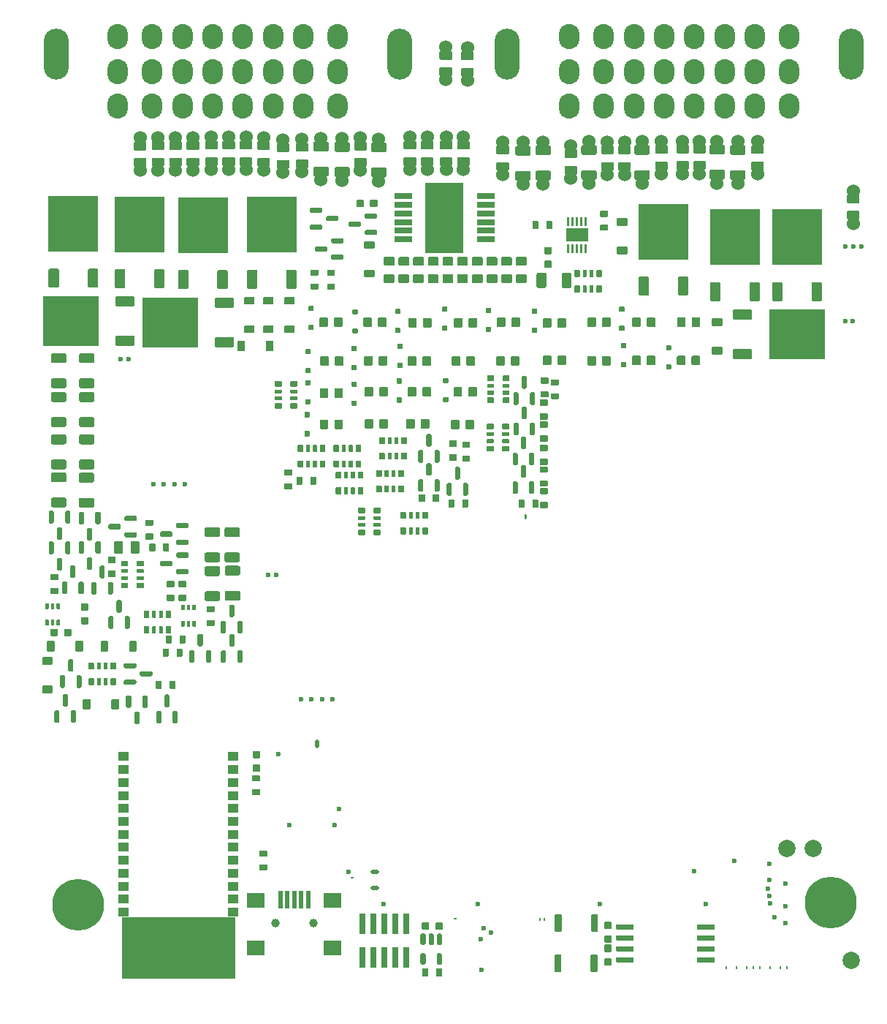
<source format=gts>
G04 #@! TF.GenerationSoftware,KiCad,Pcbnew,(6.0.8)*
G04 #@! TF.CreationDate,2023-01-31T20:31:05+03:00*
G04 #@! TF.ProjectId,alphax_4ch,616c7068-6178-45f3-9463-682e6b696361,a*
G04 #@! TF.SameCoordinates,PX141f5e0PYa2cace0*
G04 #@! TF.FileFunction,Soldermask,Top*
G04 #@! TF.FilePolarity,Negative*
%FSLAX46Y46*%
G04 Gerber Fmt 4.6, Leading zero omitted, Abs format (unit mm)*
G04 Created by KiCad (PCBNEW (6.0.8)) date 2023-01-31 20:31:05*
%MOMM*%
%LPD*%
G01*
G04 APERTURE LIST*
%ADD10C,0.120000*%
%ADD11C,0.600000*%
%ADD12O,0.200000X0.399999*%
%ADD13C,0.599999*%
%ADD14C,1.524000*%
%ADD15C,6.000000*%
%ADD16C,2.000000*%
%ADD17R,5.800000X6.400000*%
%ADD18O,2.900000X5.900000*%
%ADD19O,2.400000X2.900000*%
%ADD20C,1.000000*%
%ADD21R,0.500000X2.000000*%
%ADD22R,2.000000X1.700000*%
%ADD23R,6.400000X5.800000*%
%ADD24R,2.000000X0.650000*%
%ADD25R,4.500000X8.100000*%
%ADD26O,0.499999X0.250000*%
%ADD27O,0.250000X0.499999*%
%ADD28O,0.499999X1.000001*%
%ADD29O,0.499999X0.200000*%
%ADD30R,2.600000X1.500000*%
%ADD31R,1.300000X1.000000*%
%ADD32O,1.000001X0.499999*%
%ADD33R,0.740000X2.400000*%
G04 APERTURE END LIST*
G04 #@! TO.C,U4*
G36*
X22850000Y200000D02*
G01*
X9850000Y200000D01*
X9850000Y7200000D01*
X22850000Y7200000D01*
X22850000Y200000D01*
G37*
D10*
X22850000Y200000D02*
X9850000Y200000D01*
X9850000Y7200000D01*
X22850000Y7200000D01*
X22850000Y200000D01*
G04 #@! TD*
D11*
G04 #@! TO.C,M9*
X93620000Y76150000D03*
X94520000Y76150000D03*
X95519998Y84850000D03*
X94570000Y84850000D03*
X93620000Y84850000D03*
G04 #@! TD*
D12*
G04 #@! TO.C,M4*
X86904837Y1375379D03*
X86144858Y1375379D03*
X84969865Y1375379D03*
X83794878Y1375379D03*
X82954966Y1375379D03*
X82204894Y1375379D03*
X81029883Y1375379D03*
X79854886Y1375379D03*
D13*
X84894889Y11474986D03*
X86729899Y11049978D03*
X84679891Y10499981D03*
X84894886Y9625022D03*
X84969893Y8774999D03*
X86729899Y8449983D03*
X85419899Y7150016D03*
X86729899Y6499999D03*
X80804884Y13675002D03*
X84879890Y13375000D03*
G04 #@! TD*
G04 #@! TO.C,D53*
G36*
G01*
X25110000Y74805000D02*
X24090000Y74805000D01*
G75*
G02*
X24000000Y74895000I0J90000D01*
G01*
X24000000Y75615000D01*
G75*
G02*
X24090000Y75705000I90000J0D01*
G01*
X25110000Y75705000D01*
G75*
G02*
X25200000Y75615000I0J-90000D01*
G01*
X25200000Y74895000D01*
G75*
G02*
X25110000Y74805000I-90000J0D01*
G01*
G37*
G36*
G01*
X25110000Y78105000D02*
X24090000Y78105000D01*
G75*
G02*
X24000000Y78195000I0J90000D01*
G01*
X24000000Y78915000D01*
G75*
G02*
X24090000Y79005000I90000J0D01*
G01*
X25110000Y79005000D01*
G75*
G02*
X25200000Y78915000I0J-90000D01*
G01*
X25200000Y78195000D01*
G75*
G02*
X25110000Y78105000I-90000J0D01*
G01*
G37*
G04 #@! TD*
G04 #@! TO.C,R8*
G36*
G01*
X77375000Y93699999D02*
X76125000Y93699999D01*
G75*
G02*
X76025000Y93799999I0J100000D01*
G01*
X76025000Y94599999D01*
G75*
G02*
X76125000Y94699999I100000J0D01*
G01*
X77375000Y94699999D01*
G75*
G02*
X77475000Y94599999I0J-100000D01*
G01*
X77475000Y93799999D01*
G75*
G02*
X77375000Y93699999I-100000J0D01*
G01*
G37*
D14*
X76750000Y93245000D03*
G36*
G01*
X77375000Y95600021D02*
X76125000Y95600021D01*
G75*
G02*
X76025000Y95700021I0J100000D01*
G01*
X76025000Y96500021D01*
G75*
G02*
X76125000Y96600021I100000J0D01*
G01*
X77375000Y96600021D01*
G75*
G02*
X77475000Y96500021I0J-100000D01*
G01*
X77475000Y95700021D01*
G75*
G02*
X77375000Y95600021I-100000J0D01*
G01*
G37*
X76750000Y97055000D03*
G04 #@! TD*
G04 #@! TO.C,C18*
G36*
G01*
X66490000Y4224999D02*
X65810000Y4224999D01*
G75*
G02*
X65725000Y4309999I0J85000D01*
G01*
X65725000Y4989999D01*
G75*
G02*
X65810000Y5074999I85000J0D01*
G01*
X66490000Y5074999D01*
G75*
G02*
X66575000Y4989999I0J-85000D01*
G01*
X66575000Y4309999D01*
G75*
G02*
X66490000Y4224999I-85000J0D01*
G01*
G37*
G36*
G01*
X66490000Y5805001D02*
X65810000Y5805001D01*
G75*
G02*
X65725000Y5890001I0J85000D01*
G01*
X65725000Y6570001D01*
G75*
G02*
X65810000Y6655001I85000J0D01*
G01*
X66490000Y6655001D01*
G75*
G02*
X66575000Y6570001I0J-85000D01*
G01*
X66575000Y5890001D01*
G75*
G02*
X66490000Y5805001I-85000J0D01*
G01*
G37*
G04 #@! TD*
G04 #@! TO.C,R29*
G36*
G01*
X12610000Y53200010D02*
X13390000Y53200010D01*
G75*
G02*
X13460000Y53130010I0J-70000D01*
G01*
X13460000Y52570010D01*
G75*
G02*
X13390000Y52500010I-70000J0D01*
G01*
X12610000Y52500010D01*
G75*
G02*
X12540000Y52570010I0J70000D01*
G01*
X12540000Y53130010D01*
G75*
G02*
X12610000Y53200010I70000J0D01*
G01*
G37*
G36*
G01*
X12610000Y51600010D02*
X13390000Y51600010D01*
G75*
G02*
X13460000Y51530010I0J-70000D01*
G01*
X13460000Y50970010D01*
G75*
G02*
X13390000Y50900010I-70000J0D01*
G01*
X12610000Y50900010D01*
G75*
G02*
X12540000Y50970010I0J70000D01*
G01*
X12540000Y51530010D01*
G75*
G02*
X12610000Y51600010I70000J0D01*
G01*
G37*
G04 #@! TD*
G04 #@! TO.C,R90*
G36*
G01*
X25810000Y14900000D02*
X26590000Y14900000D01*
G75*
G02*
X26660000Y14830000I0J-70000D01*
G01*
X26660000Y14270000D01*
G75*
G02*
X26590000Y14200000I-70000J0D01*
G01*
X25810000Y14200000D01*
G75*
G02*
X25740000Y14270000I0J70000D01*
G01*
X25740000Y14830000D01*
G75*
G02*
X25810000Y14900000I70000J0D01*
G01*
G37*
G36*
G01*
X25810000Y13300000D02*
X26590000Y13300000D01*
G75*
G02*
X26660000Y13230000I0J-70000D01*
G01*
X26660000Y12670000D01*
G75*
G02*
X26590000Y12600000I-70000J0D01*
G01*
X25810000Y12600000D01*
G75*
G02*
X25740000Y12670000I0J70000D01*
G01*
X25740000Y13230000D01*
G75*
G02*
X25810000Y13300000I70000J0D01*
G01*
G37*
G04 #@! TD*
G04 #@! TO.C,R2*
G36*
G01*
X34600000Y56215000D02*
X34600000Y56885000D01*
G75*
G02*
X34665000Y56950000I65000J0D01*
G01*
X35185000Y56950000D01*
G75*
G02*
X35250000Y56885000I0J-65000D01*
G01*
X35250000Y56215000D01*
G75*
G02*
X35185000Y56150000I-65000J0D01*
G01*
X34665000Y56150000D01*
G75*
G02*
X34600000Y56215000I0J65000D01*
G01*
G37*
G36*
G01*
X35575000Y56195000D02*
X35575000Y56905000D01*
G75*
G02*
X35620000Y56950000I45000J0D01*
G01*
X35980000Y56950000D01*
G75*
G02*
X36025000Y56905000I0J-45000D01*
G01*
X36025000Y56195000D01*
G75*
G02*
X35980000Y56150000I-45000J0D01*
G01*
X35620000Y56150000D01*
G75*
G02*
X35575000Y56195000I0J45000D01*
G01*
G37*
G36*
G01*
X36375000Y56195000D02*
X36375000Y56905000D01*
G75*
G02*
X36420000Y56950000I45000J0D01*
G01*
X36780000Y56950000D01*
G75*
G02*
X36825000Y56905000I0J-45000D01*
G01*
X36825000Y56195000D01*
G75*
G02*
X36780000Y56150000I-45000J0D01*
G01*
X36420000Y56150000D01*
G75*
G02*
X36375000Y56195000I0J45000D01*
G01*
G37*
G36*
G01*
X37150000Y56215000D02*
X37150000Y56885000D01*
G75*
G02*
X37215000Y56950000I65000J0D01*
G01*
X37735000Y56950000D01*
G75*
G02*
X37800000Y56885000I0J-65000D01*
G01*
X37800000Y56215000D01*
G75*
G02*
X37735000Y56150000I-65000J0D01*
G01*
X37215000Y56150000D01*
G75*
G02*
X37150000Y56215000I0J65000D01*
G01*
G37*
G36*
G01*
X37150000Y58015000D02*
X37150000Y58685000D01*
G75*
G02*
X37215000Y58750000I65000J0D01*
G01*
X37735000Y58750000D01*
G75*
G02*
X37800000Y58685000I0J-65000D01*
G01*
X37800000Y58015000D01*
G75*
G02*
X37735000Y57950000I-65000J0D01*
G01*
X37215000Y57950000D01*
G75*
G02*
X37150000Y58015000I0J65000D01*
G01*
G37*
G36*
G01*
X36375000Y57995000D02*
X36375000Y58705000D01*
G75*
G02*
X36420000Y58750000I45000J0D01*
G01*
X36780000Y58750000D01*
G75*
G02*
X36825000Y58705000I0J-45000D01*
G01*
X36825000Y57995000D01*
G75*
G02*
X36780000Y57950000I-45000J0D01*
G01*
X36420000Y57950000D01*
G75*
G02*
X36375000Y57995000I0J45000D01*
G01*
G37*
G36*
G01*
X35575000Y57995000D02*
X35575000Y58705000D01*
G75*
G02*
X35620000Y58750000I45000J0D01*
G01*
X35980000Y58750000D01*
G75*
G02*
X36025000Y58705000I0J-45000D01*
G01*
X36025000Y57995000D01*
G75*
G02*
X35980000Y57950000I-45000J0D01*
G01*
X35620000Y57950000D01*
G75*
G02*
X35575000Y57995000I0J45000D01*
G01*
G37*
G36*
G01*
X34600000Y58015000D02*
X34600000Y58685000D01*
G75*
G02*
X34665000Y58750000I65000J0D01*
G01*
X35185000Y58750000D01*
G75*
G02*
X35250000Y58685000I0J-65000D01*
G01*
X35250000Y58015000D01*
G75*
G02*
X35185000Y57950000I-65000J0D01*
G01*
X34665000Y57950000D01*
G75*
G02*
X34600000Y58015000I0J65000D01*
G01*
G37*
G04 #@! TD*
G04 #@! TO.C,D36*
G36*
G01*
X50649999Y64649998D02*
X50649999Y63749998D01*
G75*
G02*
X50549999Y63649998I-100000J0D01*
G01*
X49749999Y63649998D01*
G75*
G02*
X49649999Y63749998I0J100000D01*
G01*
X49649999Y64649998D01*
G75*
G02*
X49749999Y64749998I100000J0D01*
G01*
X50549999Y64749998D01*
G75*
G02*
X50649999Y64649998I0J-100000D01*
G01*
G37*
G36*
G01*
X48949999Y64649998D02*
X48949999Y63749998D01*
G75*
G02*
X48849999Y63649998I-100000J0D01*
G01*
X48049999Y63649998D01*
G75*
G02*
X47949999Y63749998I0J100000D01*
G01*
X47949999Y64649998D01*
G75*
G02*
X48049999Y64749998I100000J0D01*
G01*
X48849999Y64749998D01*
G75*
G02*
X48949999Y64649998I0J-100000D01*
G01*
G37*
G04 #@! TD*
G04 #@! TO.C,R4*
G36*
G01*
X54685000Y66700000D02*
X54015000Y66700000D01*
G75*
G02*
X53950000Y66765000I0J65000D01*
G01*
X53950000Y67285000D01*
G75*
G02*
X54015000Y67350000I65000J0D01*
G01*
X54685000Y67350000D01*
G75*
G02*
X54750000Y67285000I0J-65000D01*
G01*
X54750000Y66765000D01*
G75*
G02*
X54685000Y66700000I-65000J0D01*
G01*
G37*
G36*
G01*
X54705000Y67675000D02*
X53995000Y67675000D01*
G75*
G02*
X53950000Y67720000I0J45000D01*
G01*
X53950000Y68080000D01*
G75*
G02*
X53995000Y68125000I45000J0D01*
G01*
X54705000Y68125000D01*
G75*
G02*
X54750000Y68080000I0J-45000D01*
G01*
X54750000Y67720000D01*
G75*
G02*
X54705000Y67675000I-45000J0D01*
G01*
G37*
G36*
G01*
X54705000Y68475000D02*
X53995000Y68475000D01*
G75*
G02*
X53950000Y68520000I0J45000D01*
G01*
X53950000Y68880000D01*
G75*
G02*
X53995000Y68925000I45000J0D01*
G01*
X54705000Y68925000D01*
G75*
G02*
X54750000Y68880000I0J-45000D01*
G01*
X54750000Y68520000D01*
G75*
G02*
X54705000Y68475000I-45000J0D01*
G01*
G37*
G36*
G01*
X54685000Y69250000D02*
X54015000Y69250000D01*
G75*
G02*
X53950000Y69315000I0J65000D01*
G01*
X53950000Y69835000D01*
G75*
G02*
X54015000Y69900000I65000J0D01*
G01*
X54685000Y69900000D01*
G75*
G02*
X54750000Y69835000I0J-65000D01*
G01*
X54750000Y69315000D01*
G75*
G02*
X54685000Y69250000I-65000J0D01*
G01*
G37*
G36*
G01*
X52885000Y69250000D02*
X52215000Y69250000D01*
G75*
G02*
X52150000Y69315000I0J65000D01*
G01*
X52150000Y69835000D01*
G75*
G02*
X52215000Y69900000I65000J0D01*
G01*
X52885000Y69900000D01*
G75*
G02*
X52950000Y69835000I0J-65000D01*
G01*
X52950000Y69315000D01*
G75*
G02*
X52885000Y69250000I-65000J0D01*
G01*
G37*
G36*
G01*
X52905000Y68475000D02*
X52195000Y68475000D01*
G75*
G02*
X52150000Y68520000I0J45000D01*
G01*
X52150000Y68880000D01*
G75*
G02*
X52195000Y68925000I45000J0D01*
G01*
X52905000Y68925000D01*
G75*
G02*
X52950000Y68880000I0J-45000D01*
G01*
X52950000Y68520000D01*
G75*
G02*
X52905000Y68475000I-45000J0D01*
G01*
G37*
G36*
G01*
X52905000Y67675000D02*
X52195000Y67675000D01*
G75*
G02*
X52150000Y67720000I0J45000D01*
G01*
X52150000Y68080000D01*
G75*
G02*
X52195000Y68125000I45000J0D01*
G01*
X52905000Y68125000D01*
G75*
G02*
X52950000Y68080000I0J-45000D01*
G01*
X52950000Y67720000D01*
G75*
G02*
X52905000Y67675000I-45000J0D01*
G01*
G37*
G36*
G01*
X52885000Y66700000D02*
X52215000Y66700000D01*
G75*
G02*
X52150000Y66765000I0J65000D01*
G01*
X52150000Y67285000D01*
G75*
G02*
X52215000Y67350000I65000J0D01*
G01*
X52885000Y67350000D01*
G75*
G02*
X52950000Y67285000I0J-65000D01*
G01*
X52950000Y66765000D01*
G75*
G02*
X52885000Y66700000I-65000J0D01*
G01*
G37*
G04 #@! TD*
G04 #@! TO.C,D30*
G36*
G01*
X67450000Y75111499D02*
X67450000Y75591499D01*
G75*
G02*
X67510000Y75651499I60000J0D01*
G01*
X67990000Y75651499D01*
G75*
G02*
X68050000Y75591499I0J-60000D01*
G01*
X68050000Y75111499D01*
G75*
G02*
X67990000Y75051499I-60000J0D01*
G01*
X67510000Y75051499D01*
G75*
G02*
X67450000Y75111499I0J60000D01*
G01*
G37*
G36*
G01*
X67450000Y77311499D02*
X67450000Y77791499D01*
G75*
G02*
X67510000Y77851499I60000J0D01*
G01*
X67990000Y77851499D01*
G75*
G02*
X68050000Y77791499I0J-60000D01*
G01*
X68050000Y77311499D01*
G75*
G02*
X67990000Y77251499I-60000J0D01*
G01*
X67510000Y77251499D01*
G75*
G02*
X67450000Y77311499I0J60000D01*
G01*
G37*
G04 #@! TD*
G04 #@! TO.C,C3*
G36*
G01*
X25060000Y26435001D02*
X25740000Y26435001D01*
G75*
G02*
X25825000Y26350001I0J-85000D01*
G01*
X25825000Y25670001D01*
G75*
G02*
X25740000Y25585001I-85000J0D01*
G01*
X25060000Y25585001D01*
G75*
G02*
X24975000Y25670001I0J85000D01*
G01*
X24975000Y26350001D01*
G75*
G02*
X25060000Y26435001I85000J0D01*
G01*
G37*
G36*
G01*
X25060000Y24854999D02*
X25740000Y24854999D01*
G75*
G02*
X25825000Y24769999I0J-85000D01*
G01*
X25825000Y24089999D01*
G75*
G02*
X25740000Y24004999I-85000J0D01*
G01*
X25060000Y24004999D01*
G75*
G02*
X24975000Y24089999I0J85000D01*
G01*
X24975000Y24769999D01*
G75*
G02*
X25060000Y24854999I85000J0D01*
G01*
G37*
G04 #@! TD*
G04 #@! TO.C,D46*
G36*
G01*
X31650000Y69290000D02*
X31650000Y68810000D01*
G75*
G02*
X31590000Y68750000I-60000J0D01*
G01*
X31110000Y68750000D01*
G75*
G02*
X31050000Y68810000I0J60000D01*
G01*
X31050000Y69290000D01*
G75*
G02*
X31110000Y69350000I60000J0D01*
G01*
X31590000Y69350000D01*
G75*
G02*
X31650000Y69290000I0J-60000D01*
G01*
G37*
G36*
G01*
X31650000Y67090000D02*
X31650000Y66610000D01*
G75*
G02*
X31590000Y66550000I-60000J0D01*
G01*
X31110000Y66550000D01*
G75*
G02*
X31050000Y66610000I0J60000D01*
G01*
X31050000Y67090000D01*
G75*
G02*
X31110000Y67150000I60000J0D01*
G01*
X31590000Y67150000D01*
G75*
G02*
X31650000Y67090000I0J-60000D01*
G01*
G37*
G04 #@! TD*
G04 #@! TO.C,R87*
G36*
G01*
X58310000Y61850000D02*
X59090000Y61850000D01*
G75*
G02*
X59160000Y61780000I0J-70000D01*
G01*
X59160000Y61220000D01*
G75*
G02*
X59090000Y61150000I-70000J0D01*
G01*
X58310000Y61150000D01*
G75*
G02*
X58240000Y61220000I0J70000D01*
G01*
X58240000Y61780000D01*
G75*
G02*
X58310000Y61850000I70000J0D01*
G01*
G37*
G36*
G01*
X58310000Y60250000D02*
X59090000Y60250000D01*
G75*
G02*
X59160000Y60180000I0J-70000D01*
G01*
X59160000Y59620000D01*
G75*
G02*
X59090000Y59550000I-70000J0D01*
G01*
X58310000Y59550000D01*
G75*
G02*
X58240000Y59620000I0J70000D01*
G01*
X58240000Y60180000D01*
G75*
G02*
X58310000Y60250000I70000J0D01*
G01*
G37*
G04 #@! TD*
G04 #@! TO.C,R93*
G36*
G01*
X17200000Y39740000D02*
X17200000Y38960000D01*
G75*
G02*
X17130000Y38890000I-70000J0D01*
G01*
X16570000Y38890000D01*
G75*
G02*
X16500000Y38960000I0J70000D01*
G01*
X16500000Y39740000D01*
G75*
G02*
X16570000Y39810000I70000J0D01*
G01*
X17130000Y39810000D01*
G75*
G02*
X17200000Y39740000I0J-70000D01*
G01*
G37*
G36*
G01*
X15600000Y39740000D02*
X15600000Y38960000D01*
G75*
G02*
X15530000Y38890000I-70000J0D01*
G01*
X14970000Y38890000D01*
G75*
G02*
X14900000Y38960000I0J70000D01*
G01*
X14900000Y39740000D01*
G75*
G02*
X14970000Y39810000I70000J0D01*
G01*
X15530000Y39810000D01*
G75*
G02*
X15600000Y39740000I0J-70000D01*
G01*
G37*
G04 #@! TD*
G04 #@! TO.C,R95*
G36*
G01*
X33660000Y82150000D02*
X34440000Y82150000D01*
G75*
G02*
X34510000Y82080000I0J-70000D01*
G01*
X34510000Y81520000D01*
G75*
G02*
X34440000Y81450000I-70000J0D01*
G01*
X33660000Y81450000D01*
G75*
G02*
X33590000Y81520000I0J70000D01*
G01*
X33590000Y82080000D01*
G75*
G02*
X33660000Y82150000I70000J0D01*
G01*
G37*
G36*
G01*
X33660000Y80550000D02*
X34440000Y80550000D01*
G75*
G02*
X34510000Y80480000I0J-70000D01*
G01*
X34510000Y79920000D01*
G75*
G02*
X34440000Y79850000I-70000J0D01*
G01*
X33660000Y79850000D01*
G75*
G02*
X33590000Y79920000I0J70000D01*
G01*
X33590000Y80480000D01*
G75*
G02*
X33660000Y80550000I70000J0D01*
G01*
G37*
G04 #@! TD*
D15*
G04 #@! TO.C,J8*
X4803000Y8619000D03*
G04 #@! TD*
G04 #@! TO.C,D34*
G36*
G01*
X40649999Y64749998D02*
X40649999Y63849998D01*
G75*
G02*
X40549999Y63749998I-100000J0D01*
G01*
X39749999Y63749998D01*
G75*
G02*
X39649999Y63849998I0J100000D01*
G01*
X39649999Y64749998D01*
G75*
G02*
X39749999Y64849998I100000J0D01*
G01*
X40549999Y64849998D01*
G75*
G02*
X40649999Y64749998I0J-100000D01*
G01*
G37*
G36*
G01*
X38949999Y64749998D02*
X38949999Y63849998D01*
G75*
G02*
X38849999Y63749998I-100000J0D01*
G01*
X38049999Y63749998D01*
G75*
G02*
X37949999Y63849998I0J100000D01*
G01*
X37949999Y64749998D01*
G75*
G02*
X38049999Y64849998I100000J0D01*
G01*
X38849999Y64849998D01*
G75*
G02*
X38949999Y64749998I0J-100000D01*
G01*
G37*
G04 #@! TD*
G04 #@! TO.C,R59*
G36*
G01*
X44575000Y95149979D02*
X45825000Y95149979D01*
G75*
G02*
X45925000Y95049979I0J-100000D01*
G01*
X45925000Y94249979D01*
G75*
G02*
X45825000Y94149979I-100000J0D01*
G01*
X44575000Y94149979D01*
G75*
G02*
X44475000Y94249979I0J100000D01*
G01*
X44475000Y95049979D01*
G75*
G02*
X44575000Y95149979I100000J0D01*
G01*
G37*
D14*
X45200000Y93695000D03*
G36*
G01*
X44575000Y97050001D02*
X45825000Y97050001D01*
G75*
G02*
X45925000Y96950001I0J-100000D01*
G01*
X45925000Y96150001D01*
G75*
G02*
X45825000Y96050001I-100000J0D01*
G01*
X44575000Y96050001D01*
G75*
G02*
X44475000Y96150001I0J100000D01*
G01*
X44475000Y96950001D01*
G75*
G02*
X44575000Y97050001I100000J0D01*
G01*
G37*
X45200000Y97505000D03*
G04 #@! TD*
G04 #@! TO.C,R9*
X74800000Y93245000D03*
G36*
G01*
X75425000Y93699999D02*
X74175000Y93699999D01*
G75*
G02*
X74075000Y93799999I0J100000D01*
G01*
X74075000Y94599999D01*
G75*
G02*
X74175000Y94699999I100000J0D01*
G01*
X75425000Y94699999D01*
G75*
G02*
X75525000Y94599999I0J-100000D01*
G01*
X75525000Y93799999D01*
G75*
G02*
X75425000Y93699999I-100000J0D01*
G01*
G37*
X74800000Y97055000D03*
G36*
G01*
X75425000Y95600021D02*
X74175000Y95600021D01*
G75*
G02*
X74075000Y95700021I0J100000D01*
G01*
X74075000Y96500021D01*
G75*
G02*
X74175000Y96600021I100000J0D01*
G01*
X75425000Y96600021D01*
G75*
G02*
X75525000Y96500021I0J-100000D01*
G01*
X75525000Y95700021D01*
G75*
G02*
X75425000Y95600021I-100000J0D01*
G01*
G37*
G04 #@! TD*
G04 #@! TO.C,R68*
G36*
G01*
X24825000Y94149999D02*
X23575000Y94149999D01*
G75*
G02*
X23475000Y94249999I0J100000D01*
G01*
X23475000Y95049999D01*
G75*
G02*
X23575000Y95149999I100000J0D01*
G01*
X24825000Y95149999D01*
G75*
G02*
X24925000Y95049999I0J-100000D01*
G01*
X24925000Y94249999D01*
G75*
G02*
X24825000Y94149999I-100000J0D01*
G01*
G37*
X24200000Y93695000D03*
X24200000Y97505000D03*
G36*
G01*
X24825000Y96050021D02*
X23575000Y96050021D01*
G75*
G02*
X23475000Y96150021I0J100000D01*
G01*
X23475000Y96950021D01*
G75*
G02*
X23575000Y97050021I100000J0D01*
G01*
X24825000Y97050021D01*
G75*
G02*
X24925000Y96950021I0J-100000D01*
G01*
X24925000Y96150021D01*
G75*
G02*
X24825000Y96050021I-100000J0D01*
G01*
G37*
G04 #@! TD*
G04 #@! TO.C,R21*
G36*
G01*
X3400000Y59945000D02*
X3400000Y59255000D01*
G75*
G02*
X3170000Y59025000I-230000J0D01*
G01*
X1830000Y59025000D01*
G75*
G02*
X1600000Y59255000I0J230000D01*
G01*
X1600000Y59945000D01*
G75*
G02*
X1830000Y60175000I230000J0D01*
G01*
X3170000Y60175000D01*
G75*
G02*
X3400000Y59945000I0J-230000D01*
G01*
G37*
G36*
G01*
X3400000Y62845020D02*
X3400000Y62155020D01*
G75*
G02*
X3170000Y61925020I-230000J0D01*
G01*
X1830000Y61925020D01*
G75*
G02*
X1600000Y62155020I0J230000D01*
G01*
X1600000Y62845020D01*
G75*
G02*
X1830000Y63075020I230000J0D01*
G01*
X3170000Y63075020D01*
G75*
G02*
X3400000Y62845020I0J-230000D01*
G01*
G37*
G04 #@! TD*
D16*
G04 #@! TO.C,J5*
X89900000Y15110000D03*
G04 #@! TD*
G04 #@! TO.C,R82*
G36*
G01*
X58410000Y69650000D02*
X59190000Y69650000D01*
G75*
G02*
X59260000Y69580000I0J-70000D01*
G01*
X59260000Y69020000D01*
G75*
G02*
X59190000Y68950000I-70000J0D01*
G01*
X58410000Y68950000D01*
G75*
G02*
X58340000Y69020000I0J70000D01*
G01*
X58340000Y69580000D01*
G75*
G02*
X58410000Y69650000I70000J0D01*
G01*
G37*
G36*
G01*
X58410000Y68050000D02*
X59190000Y68050000D01*
G75*
G02*
X59260000Y67980000I0J-70000D01*
G01*
X59260000Y67420000D01*
G75*
G02*
X59190000Y67350000I-70000J0D01*
G01*
X58410000Y67350000D01*
G75*
G02*
X58340000Y67420000I0J70000D01*
G01*
X58340000Y67980000D01*
G75*
G02*
X58410000Y68050000I70000J0D01*
G01*
G37*
G04 #@! TD*
G04 #@! TO.C,D49*
G36*
G01*
X31575000Y88850000D02*
X31575000Y89150000D01*
G75*
G02*
X31725000Y89300000I150000J0D01*
G01*
X32900000Y89300000D01*
G75*
G02*
X33050000Y89150000I0J-150000D01*
G01*
X33050000Y88850000D01*
G75*
G02*
X32900000Y88700000I-150000J0D01*
G01*
X31725000Y88700000D01*
G75*
G02*
X31575000Y88850000I0J150000D01*
G01*
G37*
G36*
G01*
X33450000Y87900000D02*
X33450000Y88200000D01*
G75*
G02*
X33600000Y88350000I150000J0D01*
G01*
X34775000Y88350000D01*
G75*
G02*
X34925000Y88200000I0J-150000D01*
G01*
X34925000Y87900000D01*
G75*
G02*
X34775000Y87750000I-150000J0D01*
G01*
X33600000Y87750000D01*
G75*
G02*
X33450000Y87900000I0J150000D01*
G01*
G37*
G36*
G01*
X31575000Y86950000D02*
X31575000Y87250000D01*
G75*
G02*
X31725000Y87400000I150000J0D01*
G01*
X32900000Y87400000D01*
G75*
G02*
X33050000Y87250000I0J-150000D01*
G01*
X33050000Y86950000D01*
G75*
G02*
X32900000Y86800000I-150000J0D01*
G01*
X31725000Y86800000D01*
G75*
G02*
X31575000Y86950000I0J150000D01*
G01*
G37*
G04 #@! TD*
D14*
G04 #@! TO.C,F4*
X63950000Y97000000D03*
G36*
G01*
X63050000Y95655010D02*
X63050000Y96345010D01*
G75*
G02*
X63280000Y96575010I230000J0D01*
G01*
X64620000Y96575010D01*
G75*
G02*
X64850000Y96345010I0J-230000D01*
G01*
X64850000Y95655010D01*
G75*
G02*
X64620000Y95425010I-230000J0D01*
G01*
X63280000Y95425010D01*
G75*
G02*
X63050000Y95655010I0J230000D01*
G01*
G37*
X63950000Y92100000D03*
G36*
G01*
X63050000Y92754990D02*
X63050000Y93444990D01*
G75*
G02*
X63280000Y93674990I230000J0D01*
G01*
X64620000Y93674990D01*
G75*
G02*
X64850000Y93444990I0J-230000D01*
G01*
X64850000Y92754990D01*
G75*
G02*
X64620000Y92524990I-230000J0D01*
G01*
X63280000Y92524990D01*
G75*
G02*
X63050000Y92754990I0J230000D01*
G01*
G37*
G04 #@! TD*
G04 #@! TO.C,Q13*
G36*
G01*
X47910000Y55975000D02*
X47610000Y55975000D01*
G75*
G02*
X47460000Y56125000I0J150000D01*
G01*
X47460000Y57300000D01*
G75*
G02*
X47610000Y57450000I150000J0D01*
G01*
X47910000Y57450000D01*
G75*
G02*
X48060000Y57300000I0J-150000D01*
G01*
X48060000Y56125000D01*
G75*
G02*
X47910000Y55975000I-150000J0D01*
G01*
G37*
G36*
G01*
X48860000Y57850000D02*
X48560000Y57850000D01*
G75*
G02*
X48410000Y58000000I0J150000D01*
G01*
X48410000Y59175000D01*
G75*
G02*
X48560000Y59325000I150000J0D01*
G01*
X48860000Y59325000D01*
G75*
G02*
X49010000Y59175000I0J-150000D01*
G01*
X49010000Y58000000D01*
G75*
G02*
X48860000Y57850000I-150000J0D01*
G01*
G37*
G36*
G01*
X49810000Y55975000D02*
X49510000Y55975000D01*
G75*
G02*
X49360000Y56125000I0J150000D01*
G01*
X49360000Y57300000D01*
G75*
G02*
X49510000Y57450000I150000J0D01*
G01*
X49810000Y57450000D01*
G75*
G02*
X49960000Y57300000I0J-150000D01*
G01*
X49960000Y56125000D01*
G75*
G02*
X49810000Y55975000I-150000J0D01*
G01*
G37*
G04 #@! TD*
G04 #@! TO.C,R91*
X94580000Y87485000D03*
G36*
G01*
X95205000Y87939999D02*
X93955000Y87939999D01*
G75*
G02*
X93855000Y88039999I0J100000D01*
G01*
X93855000Y88839999D01*
G75*
G02*
X93955000Y88939999I100000J0D01*
G01*
X95205000Y88939999D01*
G75*
G02*
X95305000Y88839999I0J-100000D01*
G01*
X95305000Y88039999D01*
G75*
G02*
X95205000Y87939999I-100000J0D01*
G01*
G37*
G36*
G01*
X95205000Y89840021D02*
X93955000Y89840021D01*
G75*
G02*
X93855000Y89940021I0J100000D01*
G01*
X93855000Y90740021D01*
G75*
G02*
X93955000Y90840021I100000J0D01*
G01*
X95205000Y90840021D01*
G75*
G02*
X95305000Y90740021I0J-100000D01*
G01*
X95305000Y89940021D01*
G75*
G02*
X95205000Y89840021I-100000J0D01*
G01*
G37*
X94580000Y91295000D03*
G04 #@! TD*
G04 #@! TO.C,D1*
G36*
G01*
X67650000Y70910000D02*
X67650000Y71390000D01*
G75*
G02*
X67710000Y71450000I60000J0D01*
G01*
X68190000Y71450000D01*
G75*
G02*
X68250000Y71390000I0J-60000D01*
G01*
X68250000Y70910000D01*
G75*
G02*
X68190000Y70850000I-60000J0D01*
G01*
X67710000Y70850000D01*
G75*
G02*
X67650000Y70910000I0J60000D01*
G01*
G37*
G36*
G01*
X67650000Y73110000D02*
X67650000Y73590000D01*
G75*
G02*
X67710000Y73650000I60000J0D01*
G01*
X68190000Y73650000D01*
G75*
G02*
X68250000Y73590000I0J-60000D01*
G01*
X68250000Y73110000D01*
G75*
G02*
X68190000Y73050000I-60000J0D01*
G01*
X67710000Y73050000D01*
G75*
G02*
X67650000Y73110000I0J60000D01*
G01*
G37*
G04 #@! TD*
G04 #@! TO.C,D15*
G36*
G01*
X40499999Y76499998D02*
X40499999Y75599998D01*
G75*
G02*
X40399999Y75499998I-100000J0D01*
G01*
X39599999Y75499998D01*
G75*
G02*
X39499999Y75599998I0J100000D01*
G01*
X39499999Y76499998D01*
G75*
G02*
X39599999Y76599998I100000J0D01*
G01*
X40399999Y76599998D01*
G75*
G02*
X40499999Y76499998I0J-100000D01*
G01*
G37*
G36*
G01*
X38799999Y76499998D02*
X38799999Y75599998D01*
G75*
G02*
X38699999Y75499998I-100000J0D01*
G01*
X37899999Y75499998D01*
G75*
G02*
X37799999Y75599998I0J100000D01*
G01*
X37799999Y76499998D01*
G75*
G02*
X37899999Y76599998I100000J0D01*
G01*
X38699999Y76599998D01*
G75*
G02*
X38799999Y76499998I0J-100000D01*
G01*
G37*
G04 #@! TD*
G04 #@! TO.C,C1*
G36*
G01*
X58860000Y84765001D02*
X59540000Y84765001D01*
G75*
G02*
X59625000Y84680001I0J-85000D01*
G01*
X59625000Y84000001D01*
G75*
G02*
X59540000Y83915001I-85000J0D01*
G01*
X58860000Y83915001D01*
G75*
G02*
X58775000Y84000001I0J85000D01*
G01*
X58775000Y84680001D01*
G75*
G02*
X58860000Y84765001I85000J0D01*
G01*
G37*
G36*
G01*
X58860000Y83184999D02*
X59540000Y83184999D01*
G75*
G02*
X59625000Y83099999I0J-85000D01*
G01*
X59625000Y82419999D01*
G75*
G02*
X59540000Y82334999I-85000J0D01*
G01*
X58860000Y82334999D01*
G75*
G02*
X58775000Y82419999I0J85000D01*
G01*
X58775000Y83099999D01*
G75*
G02*
X58860000Y83184999I85000J0D01*
G01*
G37*
G04 #@! TD*
G04 #@! TO.C,Q29*
G36*
G01*
X25400000Y79950000D02*
X24440000Y79950000D01*
G75*
G02*
X24320000Y80070000I0J120000D01*
G01*
X24320000Y82030000D01*
G75*
G02*
X24440000Y82150000I120000J0D01*
G01*
X25400000Y82150000D01*
G75*
G02*
X25520000Y82030000I0J-120000D01*
G01*
X25520000Y80070000D01*
G75*
G02*
X25400000Y79950000I-120000J0D01*
G01*
G37*
D17*
X27200000Y87350000D03*
G36*
G01*
X29960000Y79950000D02*
X29000000Y79950000D01*
G75*
G02*
X28880000Y80070000I0J120000D01*
G01*
X28880000Y82030000D01*
G75*
G02*
X29000000Y82150000I120000J0D01*
G01*
X29960000Y82150000D01*
G75*
G02*
X30080000Y82030000I0J-120000D01*
G01*
X30080000Y80070000D01*
G75*
G02*
X29960000Y79950000I-120000J0D01*
G01*
G37*
G04 #@! TD*
G04 #@! TO.C,S1*
G36*
G01*
X64950001Y2770000D02*
X64950001Y930000D01*
G75*
G02*
X64870001Y850000I-80000J0D01*
G01*
X64230001Y850000D01*
G75*
G02*
X64150001Y930000I0J80000D01*
G01*
X64150001Y2770000D01*
G75*
G02*
X64230001Y2850000I80000J0D01*
G01*
X64870001Y2850000D01*
G75*
G02*
X64950001Y2770000I0J-80000D01*
G01*
G37*
G36*
G01*
X60750000Y2770000D02*
X60750000Y930000D01*
G75*
G02*
X60670000Y850000I-80000J0D01*
G01*
X60030000Y850000D01*
G75*
G02*
X59950000Y930000I0J80000D01*
G01*
X59950000Y2770000D01*
G75*
G02*
X60030000Y2850000I80000J0D01*
G01*
X60670000Y2850000D01*
G75*
G02*
X60750000Y2770000I0J-80000D01*
G01*
G37*
G04 #@! TD*
G04 #@! TO.C,D6*
G36*
G01*
X41750000Y70810000D02*
X41750000Y71290000D01*
G75*
G02*
X41810000Y71350000I60000J0D01*
G01*
X42290000Y71350000D01*
G75*
G02*
X42350000Y71290000I0J-60000D01*
G01*
X42350000Y70810000D01*
G75*
G02*
X42290000Y70750000I-60000J0D01*
G01*
X41810000Y70750000D01*
G75*
G02*
X41750000Y70810000I0J60000D01*
G01*
G37*
G36*
G01*
X41750000Y73010000D02*
X41750000Y73490000D01*
G75*
G02*
X41810000Y73550000I60000J0D01*
G01*
X42290000Y73550000D01*
G75*
G02*
X42350000Y73490000I0J-60000D01*
G01*
X42350000Y73010000D01*
G75*
G02*
X42290000Y72950000I-60000J0D01*
G01*
X41810000Y72950000D01*
G75*
G02*
X41750000Y73010000I0J60000D01*
G01*
G37*
G04 #@! TD*
G04 #@! TO.C,C4*
G36*
G01*
X47015001Y6490000D02*
X47015001Y5810000D01*
G75*
G02*
X46930001Y5725000I-85000J0D01*
G01*
X46250001Y5725000D01*
G75*
G02*
X46165001Y5810000I0J85000D01*
G01*
X46165001Y6490000D01*
G75*
G02*
X46250001Y6575000I85000J0D01*
G01*
X46930001Y6575000D01*
G75*
G02*
X47015001Y6490000I0J-85000D01*
G01*
G37*
G36*
G01*
X45434999Y6490000D02*
X45434999Y5810000D01*
G75*
G02*
X45349999Y5725000I-85000J0D01*
G01*
X44669999Y5725000D01*
G75*
G02*
X44584999Y5810000I0J85000D01*
G01*
X44584999Y6490000D01*
G75*
G02*
X44669999Y6575000I85000J0D01*
G01*
X45349999Y6575000D01*
G75*
G02*
X45434999Y6490000I0J-85000D01*
G01*
G37*
G04 #@! TD*
G04 #@! TO.C,Q1*
G36*
G01*
X2450000Y29675010D02*
X2150000Y29675010D01*
G75*
G02*
X2000000Y29825010I0J150000D01*
G01*
X2000000Y31000010D01*
G75*
G02*
X2150000Y31150010I150000J0D01*
G01*
X2450000Y31150010D01*
G75*
G02*
X2600000Y31000010I0J-150000D01*
G01*
X2600000Y29825010D01*
G75*
G02*
X2450000Y29675010I-150000J0D01*
G01*
G37*
G36*
G01*
X3400000Y31550010D02*
X3100000Y31550010D01*
G75*
G02*
X2950000Y31700010I0J150000D01*
G01*
X2950000Y32875010D01*
G75*
G02*
X3100000Y33025010I150000J0D01*
G01*
X3400000Y33025010D01*
G75*
G02*
X3550000Y32875010I0J-150000D01*
G01*
X3550000Y31700010D01*
G75*
G02*
X3400000Y31550010I-150000J0D01*
G01*
G37*
G36*
G01*
X4350000Y29675010D02*
X4050000Y29675010D01*
G75*
G02*
X3900000Y29825010I0J150000D01*
G01*
X3900000Y31000010D01*
G75*
G02*
X4050000Y31150010I150000J0D01*
G01*
X4350000Y31150010D01*
G75*
G02*
X4500000Y31000010I0J-150000D01*
G01*
X4500000Y29825010D01*
G75*
G02*
X4350000Y29675010I-150000J0D01*
G01*
G37*
G04 #@! TD*
G04 #@! TO.C,R24*
G36*
G01*
X3400000Y64845000D02*
X3400000Y64155000D01*
G75*
G02*
X3170000Y63925000I-230000J0D01*
G01*
X1830000Y63925000D01*
G75*
G02*
X1600000Y64155000I0J230000D01*
G01*
X1600000Y64845000D01*
G75*
G02*
X1830000Y65075000I230000J0D01*
G01*
X3170000Y65075000D01*
G75*
G02*
X3400000Y64845000I0J-230000D01*
G01*
G37*
G36*
G01*
X3400000Y67745020D02*
X3400000Y67055020D01*
G75*
G02*
X3170000Y66825020I-230000J0D01*
G01*
X1830000Y66825020D01*
G75*
G02*
X1600000Y67055020I0J230000D01*
G01*
X1600000Y67745020D01*
G75*
G02*
X1830000Y67975020I230000J0D01*
G01*
X3170000Y67975020D01*
G75*
G02*
X3400000Y67745020I0J-230000D01*
G01*
G37*
G04 #@! TD*
G04 #@! TO.C,R50*
G36*
G01*
X34350000Y59315000D02*
X34350000Y59985000D01*
G75*
G02*
X34415000Y60050000I65000J0D01*
G01*
X34935000Y60050000D01*
G75*
G02*
X35000000Y59985000I0J-65000D01*
G01*
X35000000Y59315000D01*
G75*
G02*
X34935000Y59250000I-65000J0D01*
G01*
X34415000Y59250000D01*
G75*
G02*
X34350000Y59315000I0J65000D01*
G01*
G37*
G36*
G01*
X35325000Y59295000D02*
X35325000Y60005000D01*
G75*
G02*
X35370000Y60050000I45000J0D01*
G01*
X35730000Y60050000D01*
G75*
G02*
X35775000Y60005000I0J-45000D01*
G01*
X35775000Y59295000D01*
G75*
G02*
X35730000Y59250000I-45000J0D01*
G01*
X35370000Y59250000D01*
G75*
G02*
X35325000Y59295000I0J45000D01*
G01*
G37*
G36*
G01*
X36125000Y59295000D02*
X36125000Y60005000D01*
G75*
G02*
X36170000Y60050000I45000J0D01*
G01*
X36530000Y60050000D01*
G75*
G02*
X36575000Y60005000I0J-45000D01*
G01*
X36575000Y59295000D01*
G75*
G02*
X36530000Y59250000I-45000J0D01*
G01*
X36170000Y59250000D01*
G75*
G02*
X36125000Y59295000I0J45000D01*
G01*
G37*
G36*
G01*
X36900000Y59315000D02*
X36900000Y59985000D01*
G75*
G02*
X36965000Y60050000I65000J0D01*
G01*
X37485000Y60050000D01*
G75*
G02*
X37550000Y59985000I0J-65000D01*
G01*
X37550000Y59315000D01*
G75*
G02*
X37485000Y59250000I-65000J0D01*
G01*
X36965000Y59250000D01*
G75*
G02*
X36900000Y59315000I0J65000D01*
G01*
G37*
G36*
G01*
X36900000Y61115000D02*
X36900000Y61785000D01*
G75*
G02*
X36965000Y61850000I65000J0D01*
G01*
X37485000Y61850000D01*
G75*
G02*
X37550000Y61785000I0J-65000D01*
G01*
X37550000Y61115000D01*
G75*
G02*
X37485000Y61050000I-65000J0D01*
G01*
X36965000Y61050000D01*
G75*
G02*
X36900000Y61115000I0J65000D01*
G01*
G37*
G36*
G01*
X36125000Y61095000D02*
X36125000Y61805000D01*
G75*
G02*
X36170000Y61850000I45000J0D01*
G01*
X36530000Y61850000D01*
G75*
G02*
X36575000Y61805000I0J-45000D01*
G01*
X36575000Y61095000D01*
G75*
G02*
X36530000Y61050000I-45000J0D01*
G01*
X36170000Y61050000D01*
G75*
G02*
X36125000Y61095000I0J45000D01*
G01*
G37*
G36*
G01*
X35325000Y61095000D02*
X35325000Y61805000D01*
G75*
G02*
X35370000Y61850000I45000J0D01*
G01*
X35730000Y61850000D01*
G75*
G02*
X35775000Y61805000I0J-45000D01*
G01*
X35775000Y61095000D01*
G75*
G02*
X35730000Y61050000I-45000J0D01*
G01*
X35370000Y61050000D01*
G75*
G02*
X35325000Y61095000I0J45000D01*
G01*
G37*
G36*
G01*
X34350000Y61115000D02*
X34350000Y61785000D01*
G75*
G02*
X34415000Y61850000I65000J0D01*
G01*
X34935000Y61850000D01*
G75*
G02*
X35000000Y61785000I0J-65000D01*
G01*
X35000000Y61115000D01*
G75*
G02*
X34935000Y61050000I-65000J0D01*
G01*
X34415000Y61050000D01*
G75*
G02*
X34350000Y61115000I0J65000D01*
G01*
G37*
G04 #@! TD*
G04 #@! TO.C,U5*
G36*
G01*
X18040000Y43375000D02*
X18360000Y43375000D01*
G75*
G02*
X18400000Y43335000I0J-40000D01*
G01*
X18400000Y42765000D01*
G75*
G02*
X18360000Y42725000I-40000J0D01*
G01*
X18040000Y42725000D01*
G75*
G02*
X18000000Y42765000I0J40000D01*
G01*
X18000000Y43335000D01*
G75*
G02*
X18040000Y43375000I40000J0D01*
G01*
G37*
G36*
G01*
X17390000Y43375000D02*
X17710000Y43375000D01*
G75*
G02*
X17750000Y43335000I0J-40000D01*
G01*
X17750000Y42765000D01*
G75*
G02*
X17710000Y42725000I-40000J0D01*
G01*
X17390000Y42725000D01*
G75*
G02*
X17350000Y42765000I0J40000D01*
G01*
X17350000Y43335000D01*
G75*
G02*
X17390000Y43375000I40000J0D01*
G01*
G37*
G36*
G01*
X16740000Y43375000D02*
X17060000Y43375000D01*
G75*
G02*
X17100000Y43335000I0J-40000D01*
G01*
X17100000Y42765000D01*
G75*
G02*
X17060000Y42725000I-40000J0D01*
G01*
X16740000Y42725000D01*
G75*
G02*
X16700000Y42765000I0J40000D01*
G01*
X16700000Y43335000D01*
G75*
G02*
X16740000Y43375000I40000J0D01*
G01*
G37*
G36*
G01*
X16740000Y41475000D02*
X17060000Y41475000D01*
G75*
G02*
X17100000Y41435000I0J-40000D01*
G01*
X17100000Y40865000D01*
G75*
G02*
X17060000Y40825000I-40000J0D01*
G01*
X16740000Y40825000D01*
G75*
G02*
X16700000Y40865000I0J40000D01*
G01*
X16700000Y41435000D01*
G75*
G02*
X16740000Y41475000I40000J0D01*
G01*
G37*
G36*
G01*
X17390000Y41475000D02*
X17710000Y41475000D01*
G75*
G02*
X17750000Y41435000I0J-40000D01*
G01*
X17750000Y40865000D01*
G75*
G02*
X17710000Y40825000I-40000J0D01*
G01*
X17390000Y40825000D01*
G75*
G02*
X17350000Y40865000I0J40000D01*
G01*
X17350000Y41435000D01*
G75*
G02*
X17390000Y41475000I40000J0D01*
G01*
G37*
G36*
G01*
X18040000Y41475000D02*
X18360000Y41475000D01*
G75*
G02*
X18400000Y41435000I0J-40000D01*
G01*
X18400000Y40865000D01*
G75*
G02*
X18360000Y40825000I-40000J0D01*
G01*
X18040000Y40825000D01*
G75*
G02*
X18000000Y40865000I0J40000D01*
G01*
X18000000Y41435000D01*
G75*
G02*
X18040000Y41475000I40000J0D01*
G01*
G37*
G04 #@! TD*
G04 #@! TO.C,D28*
G36*
G01*
X5350000Y39060010D02*
X5350000Y38040010D01*
G75*
G02*
X5260000Y37950010I-90000J0D01*
G01*
X4540000Y37950010D01*
G75*
G02*
X4450000Y38040010I0J90000D01*
G01*
X4450000Y39060010D01*
G75*
G02*
X4540000Y39150010I90000J0D01*
G01*
X5260000Y39150010D01*
G75*
G02*
X5350000Y39060010I0J-90000D01*
G01*
G37*
G36*
G01*
X2050000Y39060010D02*
X2050000Y38040010D01*
G75*
G02*
X1960000Y37950010I-90000J0D01*
G01*
X1240000Y37950010D01*
G75*
G02*
X1150000Y38040010I0J90000D01*
G01*
X1150000Y39060010D01*
G75*
G02*
X1240000Y39150010I90000J0D01*
G01*
X1960000Y39150010D01*
G75*
G02*
X2050000Y39060010I0J-90000D01*
G01*
G37*
G04 #@! TD*
G04 #@! TO.C,D12*
G36*
G01*
X61300000Y76400000D02*
X61300000Y75500000D01*
G75*
G02*
X61200000Y75400000I-100000J0D01*
G01*
X60400000Y75400000D01*
G75*
G02*
X60300000Y75500000I0J100000D01*
G01*
X60300000Y76400000D01*
G75*
G02*
X60400000Y76500000I100000J0D01*
G01*
X61200000Y76500000D01*
G75*
G02*
X61300000Y76400000I0J-100000D01*
G01*
G37*
G36*
G01*
X59600000Y76400000D02*
X59600000Y75500000D01*
G75*
G02*
X59500000Y75400000I-100000J0D01*
G01*
X58700000Y75400000D01*
G75*
G02*
X58600000Y75500000I0J100000D01*
G01*
X58600000Y76400000D01*
G75*
G02*
X58700000Y76500000I100000J0D01*
G01*
X59500000Y76500000D01*
G75*
G02*
X59600000Y76400000I0J-100000D01*
G01*
G37*
G04 #@! TD*
D18*
G04 #@! TO.C,P2*
X42000000Y107100000D03*
X2200000Y107100000D03*
D19*
X9350000Y101100000D03*
X13350000Y101100000D03*
X16850000Y101100000D03*
X20350000Y101100000D03*
X23850000Y101100000D03*
X27350000Y101100000D03*
X30850000Y101100000D03*
X34850000Y101100000D03*
X9350000Y105100000D03*
X13350000Y105100000D03*
X16850000Y105100000D03*
X20350000Y105100000D03*
X23850000Y105100000D03*
X27350000Y105100000D03*
X30850000Y105100000D03*
X34850000Y105100000D03*
X9350000Y109100000D03*
X13350000Y109100000D03*
X16850000Y109100000D03*
X20350000Y109100000D03*
X23850000Y109100000D03*
X27350000Y109100000D03*
X30850000Y109100000D03*
X34850000Y109100000D03*
G04 #@! TD*
G04 #@! TO.C,R38*
G36*
G01*
X25760000Y21310000D02*
X24980000Y21310000D01*
G75*
G02*
X24910000Y21380000I0J70000D01*
G01*
X24910000Y21940000D01*
G75*
G02*
X24980000Y22010000I70000J0D01*
G01*
X25760000Y22010000D01*
G75*
G02*
X25830000Y21940000I0J-70000D01*
G01*
X25830000Y21380000D01*
G75*
G02*
X25760000Y21310000I-70000J0D01*
G01*
G37*
G36*
G01*
X25760000Y22910000D02*
X24980000Y22910000D01*
G75*
G02*
X24910000Y22980000I0J70000D01*
G01*
X24910000Y23540000D01*
G75*
G02*
X24980000Y23610000I70000J0D01*
G01*
X25760000Y23610000D01*
G75*
G02*
X25830000Y23540000I0J-70000D01*
G01*
X25830000Y22980000D01*
G75*
G02*
X25760000Y22910000I-70000J0D01*
G01*
G37*
G04 #@! TD*
G04 #@! TO.C,D22*
G36*
G01*
X31587498Y65591499D02*
X31587498Y65111499D01*
G75*
G02*
X31527498Y65051499I-60000J0D01*
G01*
X31047498Y65051499D01*
G75*
G02*
X30987498Y65111499I0J60000D01*
G01*
X30987498Y65591499D01*
G75*
G02*
X31047498Y65651499I60000J0D01*
G01*
X31527498Y65651499D01*
G75*
G02*
X31587498Y65591499I0J-60000D01*
G01*
G37*
G36*
G01*
X31587498Y63391499D02*
X31587498Y62911499D01*
G75*
G02*
X31527498Y62851499I-60000J0D01*
G01*
X31047498Y62851499D01*
G75*
G02*
X30987498Y62911499I0J60000D01*
G01*
X30987498Y63391499D01*
G75*
G02*
X31047498Y63451499I60000J0D01*
G01*
X31527498Y63451499D01*
G75*
G02*
X31587498Y63391499I0J-60000D01*
G01*
G37*
G04 #@! TD*
G04 #@! TO.C,R32*
G36*
G01*
X48590000Y60050000D02*
X47810000Y60050000D01*
G75*
G02*
X47740000Y60120000I0J70000D01*
G01*
X47740000Y60680000D01*
G75*
G02*
X47810000Y60750000I70000J0D01*
G01*
X48590000Y60750000D01*
G75*
G02*
X48660000Y60680000I0J-70000D01*
G01*
X48660000Y60120000D01*
G75*
G02*
X48590000Y60050000I-70000J0D01*
G01*
G37*
G36*
G01*
X48590000Y61650000D02*
X47810000Y61650000D01*
G75*
G02*
X47740000Y61720000I0J70000D01*
G01*
X47740000Y62280000D01*
G75*
G02*
X47810000Y62350000I70000J0D01*
G01*
X48590000Y62350000D01*
G75*
G02*
X48660000Y62280000I0J-70000D01*
G01*
X48660000Y61720000D01*
G75*
G02*
X48590000Y61650000I-70000J0D01*
G01*
G37*
G04 #@! TD*
G04 #@! TO.C,D11*
G36*
G01*
X71649999Y76499998D02*
X71649999Y75599998D01*
G75*
G02*
X71549999Y75499998I-100000J0D01*
G01*
X70749999Y75499998D01*
G75*
G02*
X70649999Y75599998I0J100000D01*
G01*
X70649999Y76499998D01*
G75*
G02*
X70749999Y76599998I100000J0D01*
G01*
X71549999Y76599998D01*
G75*
G02*
X71649999Y76499998I0J-100000D01*
G01*
G37*
G36*
G01*
X69949999Y76499998D02*
X69949999Y75599998D01*
G75*
G02*
X69849999Y75499998I-100000J0D01*
G01*
X69049999Y75499998D01*
G75*
G02*
X68949999Y75599998I0J100000D01*
G01*
X68949999Y76499998D01*
G75*
G02*
X69049999Y76599998I100000J0D01*
G01*
X69849999Y76599998D01*
G75*
G02*
X69949999Y76499998I0J-100000D01*
G01*
G37*
G04 #@! TD*
G04 #@! TO.C,D42*
G36*
G01*
X52000000Y75010000D02*
X52000000Y75490000D01*
G75*
G02*
X52060000Y75550000I60000J0D01*
G01*
X52540000Y75550000D01*
G75*
G02*
X52600000Y75490000I0J-60000D01*
G01*
X52600000Y75010000D01*
G75*
G02*
X52540000Y74950000I-60000J0D01*
G01*
X52060000Y74950000D01*
G75*
G02*
X52000000Y75010000I0J60000D01*
G01*
G37*
G36*
G01*
X52000000Y77210000D02*
X52000000Y77690000D01*
G75*
G02*
X52060000Y77750000I60000J0D01*
G01*
X52540000Y77750000D01*
G75*
G02*
X52600000Y77690000I0J-60000D01*
G01*
X52600000Y77210000D01*
G75*
G02*
X52540000Y77150000I-60000J0D01*
G01*
X52060000Y77150000D01*
G75*
G02*
X52000000Y77210000I0J60000D01*
G01*
G37*
G04 #@! TD*
G04 #@! TO.C,C7*
G36*
G01*
X50475000Y83600000D02*
X51525000Y83600000D01*
G75*
G02*
X51625000Y83500000I0J-100000D01*
G01*
X51625000Y82700000D01*
G75*
G02*
X51525000Y82600000I-100000J0D01*
G01*
X50475000Y82600000D01*
G75*
G02*
X50375000Y82700000I0J100000D01*
G01*
X50375000Y83500000D01*
G75*
G02*
X50475000Y83600000I100000J0D01*
G01*
G37*
G36*
G01*
X50475000Y81600000D02*
X51525000Y81600000D01*
G75*
G02*
X51625000Y81500000I0J-100000D01*
G01*
X51625000Y80700000D01*
G75*
G02*
X51525000Y80600000I-100000J0D01*
G01*
X50475000Y80600000D01*
G75*
G02*
X50375000Y80700000I0J100000D01*
G01*
X50375000Y81500000D01*
G75*
G02*
X50475000Y81600000I100000J0D01*
G01*
G37*
G04 #@! TD*
D14*
G04 #@! TO.C,R11*
X47350000Y107905000D03*
G36*
G01*
X47975000Y106450021D02*
X46725000Y106450021D01*
G75*
G02*
X46625000Y106550021I0J100000D01*
G01*
X46625000Y107350021D01*
G75*
G02*
X46725000Y107450021I100000J0D01*
G01*
X47975000Y107450021D01*
G75*
G02*
X48075000Y107350021I0J-100000D01*
G01*
X48075000Y106550021D01*
G75*
G02*
X47975000Y106450021I-100000J0D01*
G01*
G37*
X47350000Y104095000D03*
G36*
G01*
X47975000Y104549999D02*
X46725000Y104549999D01*
G75*
G02*
X46625000Y104649999I0J100000D01*
G01*
X46625000Y105449999D01*
G75*
G02*
X46725000Y105549999I100000J0D01*
G01*
X47975000Y105549999D01*
G75*
G02*
X48075000Y105449999I0J-100000D01*
G01*
X48075000Y104649999D01*
G75*
G02*
X47975000Y104549999I-100000J0D01*
G01*
G37*
G04 #@! TD*
G04 #@! TO.C,Q35*
G36*
G01*
X55650000Y62975000D02*
X55350000Y62975000D01*
G75*
G02*
X55200000Y63125000I0J150000D01*
G01*
X55200000Y64300000D01*
G75*
G02*
X55350000Y64450000I150000J0D01*
G01*
X55650000Y64450000D01*
G75*
G02*
X55800000Y64300000I0J-150000D01*
G01*
X55800000Y63125000D01*
G75*
G02*
X55650000Y62975000I-150000J0D01*
G01*
G37*
G36*
G01*
X56600000Y64850000D02*
X56300000Y64850000D01*
G75*
G02*
X56150000Y65000000I0J150000D01*
G01*
X56150000Y66175000D01*
G75*
G02*
X56300000Y66325000I150000J0D01*
G01*
X56600000Y66325000D01*
G75*
G02*
X56750000Y66175000I0J-150000D01*
G01*
X56750000Y65000000D01*
G75*
G02*
X56600000Y64850000I-150000J0D01*
G01*
G37*
G36*
G01*
X57550000Y62975000D02*
X57250000Y62975000D01*
G75*
G02*
X57100000Y63125000I0J150000D01*
G01*
X57100000Y64300000D01*
G75*
G02*
X57250000Y64450000I150000J0D01*
G01*
X57550000Y64450000D01*
G75*
G02*
X57700000Y64300000I0J-150000D01*
G01*
X57700000Y63125000D01*
G75*
G02*
X57550000Y62975000I-150000J0D01*
G01*
G37*
G04 #@! TD*
G04 #@! TO.C,R60*
X43200000Y97505000D03*
G36*
G01*
X43825000Y96050021D02*
X42575000Y96050021D01*
G75*
G02*
X42475000Y96150021I0J100000D01*
G01*
X42475000Y96950021D01*
G75*
G02*
X42575000Y97050021I100000J0D01*
G01*
X43825000Y97050021D01*
G75*
G02*
X43925000Y96950021I0J-100000D01*
G01*
X43925000Y96150021D01*
G75*
G02*
X43825000Y96050021I-100000J0D01*
G01*
G37*
X43200000Y93695000D03*
G36*
G01*
X43825000Y94149999D02*
X42575000Y94149999D01*
G75*
G02*
X42475000Y94249999I0J100000D01*
G01*
X42475000Y95049999D01*
G75*
G02*
X42575000Y95149999I100000J0D01*
G01*
X43825000Y95149999D01*
G75*
G02*
X43925000Y95049999I0J-100000D01*
G01*
X43925000Y94249999D01*
G75*
G02*
X43825000Y94149999I-100000J0D01*
G01*
G37*
G04 #@! TD*
D20*
G04 #@! TO.C,J1*
X32000000Y6500000D03*
X27600000Y6500000D03*
D21*
X28200000Y9200000D03*
X29000000Y9200000D03*
X29800000Y9200000D03*
X30600000Y9200000D03*
X31400000Y9200000D03*
D22*
X25350000Y9100000D03*
X34250000Y9100000D03*
X25350000Y3650000D03*
X34250000Y3650000D03*
G04 #@! TD*
G04 #@! TO.C,R36*
G36*
G01*
X6622072Y55504990D02*
X6622072Y54814990D01*
G75*
G02*
X6392072Y54584990I-230000J0D01*
G01*
X5052072Y54584990D01*
G75*
G02*
X4822072Y54814990I0J230000D01*
G01*
X4822072Y55504990D01*
G75*
G02*
X5052072Y55734990I230000J0D01*
G01*
X6392072Y55734990D01*
G75*
G02*
X6622072Y55504990I0J-230000D01*
G01*
G37*
G36*
G01*
X6622072Y58405010D02*
X6622072Y57715010D01*
G75*
G02*
X6392072Y57485010I-230000J0D01*
G01*
X5052072Y57485010D01*
G75*
G02*
X4822072Y57715010I0J230000D01*
G01*
X4822072Y58405010D01*
G75*
G02*
X5052072Y58635010I230000J0D01*
G01*
X6392072Y58635010D01*
G75*
G02*
X6622072Y58405010I0J-230000D01*
G01*
G37*
G04 #@! TD*
G04 #@! TO.C,R88*
G36*
G01*
X59090000Y62250000D02*
X58310000Y62250000D01*
G75*
G02*
X58240000Y62320000I0J70000D01*
G01*
X58240000Y62880000D01*
G75*
G02*
X58310000Y62950000I70000J0D01*
G01*
X59090000Y62950000D01*
G75*
G02*
X59160000Y62880000I0J-70000D01*
G01*
X59160000Y62320000D01*
G75*
G02*
X59090000Y62250000I-70000J0D01*
G01*
G37*
G36*
G01*
X59090000Y63850000D02*
X58310000Y63850000D01*
G75*
G02*
X58240000Y63920000I0J70000D01*
G01*
X58240000Y64480000D01*
G75*
G02*
X58310000Y64550000I70000J0D01*
G01*
X59090000Y64550000D01*
G75*
G02*
X59160000Y64480000I0J-70000D01*
G01*
X59160000Y63920000D01*
G75*
G02*
X59090000Y63850000I-70000J0D01*
G01*
G37*
G04 #@! TD*
G04 #@! TO.C,Q8*
G36*
G01*
X80650000Y76450000D02*
X80650000Y77410000D01*
G75*
G02*
X80770000Y77530000I120000J0D01*
G01*
X82730000Y77530000D01*
G75*
G02*
X82850000Y77410000I0J-120000D01*
G01*
X82850000Y76450000D01*
G75*
G02*
X82730000Y76330000I-120000J0D01*
G01*
X80770000Y76330000D01*
G75*
G02*
X80650000Y76450000I0J120000D01*
G01*
G37*
D23*
X88050000Y74650000D03*
G36*
G01*
X80650000Y71890000D02*
X80650000Y72850000D01*
G75*
G02*
X80770000Y72970000I120000J0D01*
G01*
X82730000Y72970000D01*
G75*
G02*
X82850000Y72850000I0J-120000D01*
G01*
X82850000Y71890000D01*
G75*
G02*
X82730000Y71770000I-120000J0D01*
G01*
X80770000Y71770000D01*
G75*
G02*
X80650000Y71890000I0J120000D01*
G01*
G37*
G04 #@! TD*
G04 #@! TO.C,Q4*
G36*
G01*
X3400000Y50675010D02*
X3700000Y50675010D01*
G75*
G02*
X3850000Y50525010I0J-150000D01*
G01*
X3850000Y49350010D01*
G75*
G02*
X3700000Y49200010I-150000J0D01*
G01*
X3400000Y49200010D01*
G75*
G02*
X3250000Y49350010I0J150000D01*
G01*
X3250000Y50525010D01*
G75*
G02*
X3400000Y50675010I150000J0D01*
G01*
G37*
G36*
G01*
X2450000Y48800010D02*
X2750000Y48800010D01*
G75*
G02*
X2900000Y48650010I0J-150000D01*
G01*
X2900000Y47475010D01*
G75*
G02*
X2750000Y47325010I-150000J0D01*
G01*
X2450000Y47325010D01*
G75*
G02*
X2300000Y47475010I0J150000D01*
G01*
X2300000Y48650010D01*
G75*
G02*
X2450000Y48800010I150000J0D01*
G01*
G37*
G36*
G01*
X1500000Y50675010D02*
X1800000Y50675010D01*
G75*
G02*
X1950000Y50525010I0J-150000D01*
G01*
X1950000Y49350010D01*
G75*
G02*
X1800000Y49200010I-150000J0D01*
G01*
X1500000Y49200010D01*
G75*
G02*
X1350000Y49350010I0J150000D01*
G01*
X1350000Y50525010D01*
G75*
G02*
X1500000Y50675010I150000J0D01*
G01*
G37*
G04 #@! TD*
G04 #@! TO.C,Q3*
G36*
G01*
X3100000Y33725000D02*
X2800000Y33725000D01*
G75*
G02*
X2650000Y33875000I0J150000D01*
G01*
X2650000Y35050000D01*
G75*
G02*
X2800000Y35200000I150000J0D01*
G01*
X3100000Y35200000D01*
G75*
G02*
X3250000Y35050000I0J-150000D01*
G01*
X3250000Y33875000D01*
G75*
G02*
X3100000Y33725000I-150000J0D01*
G01*
G37*
G36*
G01*
X4050000Y35600000D02*
X3750000Y35600000D01*
G75*
G02*
X3600000Y35750000I0J150000D01*
G01*
X3600000Y36925000D01*
G75*
G02*
X3750000Y37075000I150000J0D01*
G01*
X4050000Y37075000D01*
G75*
G02*
X4200000Y36925000I0J-150000D01*
G01*
X4200000Y35750000D01*
G75*
G02*
X4050000Y35600000I-150000J0D01*
G01*
G37*
G36*
G01*
X5000000Y33725000D02*
X4700000Y33725000D01*
G75*
G02*
X4550000Y33875000I0J150000D01*
G01*
X4550000Y35050000D01*
G75*
G02*
X4700000Y35200000I150000J0D01*
G01*
X5000000Y35200000D01*
G75*
G02*
X5150000Y35050000I0J-150000D01*
G01*
X5150000Y33875000D01*
G75*
G02*
X5000000Y33725000I-150000J0D01*
G01*
G37*
G04 #@! TD*
D24*
G04 #@! TO.C,U6*
X42400000Y90650000D03*
X42400000Y89650000D03*
X42400000Y88650000D03*
X42400000Y87650000D03*
X42400000Y86650000D03*
X42400000Y85650000D03*
X52000000Y85650000D03*
X52000000Y86650000D03*
X52000000Y87650000D03*
X52000000Y88650000D03*
X52000000Y89650000D03*
X52000000Y90650000D03*
D25*
X47200000Y88150000D03*
G04 #@! TD*
G04 #@! TO.C,Q31*
G36*
G01*
X21750000Y36625000D02*
X21450000Y36625000D01*
G75*
G02*
X21300000Y36775000I0J150000D01*
G01*
X21300000Y37950000D01*
G75*
G02*
X21450000Y38100000I150000J0D01*
G01*
X21750000Y38100000D01*
G75*
G02*
X21900000Y37950000I0J-150000D01*
G01*
X21900000Y36775000D01*
G75*
G02*
X21750000Y36625000I-150000J0D01*
G01*
G37*
G36*
G01*
X22700000Y38500000D02*
X22400000Y38500000D01*
G75*
G02*
X22250000Y38650000I0J150000D01*
G01*
X22250000Y39825000D01*
G75*
G02*
X22400000Y39975000I150000J0D01*
G01*
X22700000Y39975000D01*
G75*
G02*
X22850000Y39825000I0J-150000D01*
G01*
X22850000Y38650000D01*
G75*
G02*
X22700000Y38500000I-150000J0D01*
G01*
G37*
G36*
G01*
X23650000Y36625000D02*
X23350000Y36625000D01*
G75*
G02*
X23200000Y36775000I0J150000D01*
G01*
X23200000Y37950000D01*
G75*
G02*
X23350000Y38100000I150000J0D01*
G01*
X23650000Y38100000D01*
G75*
G02*
X23800000Y37950000I0J-150000D01*
G01*
X23800000Y36775000D01*
G75*
G02*
X23650000Y36625000I-150000J0D01*
G01*
G37*
G04 #@! TD*
G04 #@! TO.C,C16*
G36*
G01*
X56625000Y80600000D02*
X55575000Y80600000D01*
G75*
G02*
X55475000Y80700000I0J100000D01*
G01*
X55475000Y81500000D01*
G75*
G02*
X55575000Y81600000I100000J0D01*
G01*
X56625000Y81600000D01*
G75*
G02*
X56725000Y81500000I0J-100000D01*
G01*
X56725000Y80700000D01*
G75*
G02*
X56625000Y80600000I-100000J0D01*
G01*
G37*
G36*
G01*
X56625000Y82600000D02*
X55575000Y82600000D01*
G75*
G02*
X55475000Y82700000I0J100000D01*
G01*
X55475000Y83500000D01*
G75*
G02*
X55575000Y83600000I100000J0D01*
G01*
X56625000Y83600000D01*
G75*
G02*
X56725000Y83500000I0J-100000D01*
G01*
X56725000Y82700000D01*
G75*
G02*
X56625000Y82600000I-100000J0D01*
G01*
G37*
G04 #@! TD*
G04 #@! TO.C,R30*
G36*
G01*
X44250000Y55310000D02*
X44250000Y56090000D01*
G75*
G02*
X44320000Y56160000I70000J0D01*
G01*
X44880000Y56160000D01*
G75*
G02*
X44950000Y56090000I0J-70000D01*
G01*
X44950000Y55310000D01*
G75*
G02*
X44880000Y55240000I-70000J0D01*
G01*
X44320000Y55240000D01*
G75*
G02*
X44250000Y55310000I0J70000D01*
G01*
G37*
G36*
G01*
X45850000Y55310000D02*
X45850000Y56090000D01*
G75*
G02*
X45920000Y56160000I70000J0D01*
G01*
X46480000Y56160000D01*
G75*
G02*
X46550000Y56090000I0J-70000D01*
G01*
X46550000Y55310000D01*
G75*
G02*
X46480000Y55240000I-70000J0D01*
G01*
X45920000Y55240000D01*
G75*
G02*
X45850000Y55310000I0J70000D01*
G01*
G37*
G04 #@! TD*
G04 #@! TO.C,R41*
G36*
G01*
X15060000Y46100000D02*
X15840000Y46100000D01*
G75*
G02*
X15910000Y46030000I0J-70000D01*
G01*
X15910000Y45470000D01*
G75*
G02*
X15840000Y45400000I-70000J0D01*
G01*
X15060000Y45400000D01*
G75*
G02*
X14990000Y45470000I0J70000D01*
G01*
X14990000Y46030000D01*
G75*
G02*
X15060000Y46100000I70000J0D01*
G01*
G37*
G36*
G01*
X15060000Y44500000D02*
X15840000Y44500000D01*
G75*
G02*
X15910000Y44430000I0J-70000D01*
G01*
X15910000Y43870000D01*
G75*
G02*
X15840000Y43800000I-70000J0D01*
G01*
X15060000Y43800000D01*
G75*
G02*
X14990000Y43870000I0J70000D01*
G01*
X14990000Y44430000D01*
G75*
G02*
X15060000Y44500000I70000J0D01*
G01*
G37*
G04 #@! TD*
G04 #@! TO.C,U2*
G36*
G01*
X2290000Y43525010D02*
X2610000Y43525010D01*
G75*
G02*
X2650000Y43485010I0J-40000D01*
G01*
X2650000Y42915010D01*
G75*
G02*
X2610000Y42875010I-40000J0D01*
G01*
X2290000Y42875010D01*
G75*
G02*
X2250000Y42915010I0J40000D01*
G01*
X2250000Y43485010D01*
G75*
G02*
X2290000Y43525010I40000J0D01*
G01*
G37*
G36*
G01*
X1640000Y43525010D02*
X1960000Y43525010D01*
G75*
G02*
X2000000Y43485010I0J-40000D01*
G01*
X2000000Y42915010D01*
G75*
G02*
X1960000Y42875010I-40000J0D01*
G01*
X1640000Y42875010D01*
G75*
G02*
X1600000Y42915010I0J40000D01*
G01*
X1600000Y43485010D01*
G75*
G02*
X1640000Y43525010I40000J0D01*
G01*
G37*
G36*
G01*
X990000Y43525010D02*
X1310000Y43525010D01*
G75*
G02*
X1350000Y43485010I0J-40000D01*
G01*
X1350000Y42915010D01*
G75*
G02*
X1310000Y42875010I-40000J0D01*
G01*
X990000Y42875010D01*
G75*
G02*
X950000Y42915010I0J40000D01*
G01*
X950000Y43485010D01*
G75*
G02*
X990000Y43525010I40000J0D01*
G01*
G37*
G36*
G01*
X990000Y41625010D02*
X1310000Y41625010D01*
G75*
G02*
X1350000Y41585010I0J-40000D01*
G01*
X1350000Y41015010D01*
G75*
G02*
X1310000Y40975010I-40000J0D01*
G01*
X990000Y40975010D01*
G75*
G02*
X950000Y41015010I0J40000D01*
G01*
X950000Y41585010D01*
G75*
G02*
X990000Y41625010I40000J0D01*
G01*
G37*
G36*
G01*
X1640000Y41625010D02*
X1960000Y41625010D01*
G75*
G02*
X2000000Y41585010I0J-40000D01*
G01*
X2000000Y41015010D01*
G75*
G02*
X1960000Y40975010I-40000J0D01*
G01*
X1640000Y40975010D01*
G75*
G02*
X1600000Y41015010I0J40000D01*
G01*
X1600000Y41585010D01*
G75*
G02*
X1640000Y41625010I40000J0D01*
G01*
G37*
G36*
G01*
X2290000Y41625010D02*
X2610000Y41625010D01*
G75*
G02*
X2650000Y41585010I0J-40000D01*
G01*
X2650000Y41015010D01*
G75*
G02*
X2610000Y40975010I-40000J0D01*
G01*
X2290000Y40975010D01*
G75*
G02*
X2250000Y41015010I0J40000D01*
G01*
X2250000Y41585010D01*
G75*
G02*
X2290000Y41625010I40000J0D01*
G01*
G37*
G04 #@! TD*
G04 #@! TO.C,R94*
G36*
G01*
X31760000Y82150000D02*
X32540000Y82150000D01*
G75*
G02*
X32610000Y82080000I0J-70000D01*
G01*
X32610000Y81520000D01*
G75*
G02*
X32540000Y81450000I-70000J0D01*
G01*
X31760000Y81450000D01*
G75*
G02*
X31690000Y81520000I0J70000D01*
G01*
X31690000Y82080000D01*
G75*
G02*
X31760000Y82150000I70000J0D01*
G01*
G37*
G36*
G01*
X31760000Y80550000D02*
X32540000Y80550000D01*
G75*
G02*
X32610000Y80480000I0J-70000D01*
G01*
X32610000Y79920000D01*
G75*
G02*
X32540000Y79850000I-70000J0D01*
G01*
X31760000Y79850000D01*
G75*
G02*
X31690000Y79920000I0J70000D01*
G01*
X31690000Y80480000D01*
G75*
G02*
X31760000Y80550000I70000J0D01*
G01*
G37*
G04 #@! TD*
G04 #@! TO.C,Q15*
G36*
G01*
X6750000Y44525000D02*
X6450000Y44525000D01*
G75*
G02*
X6300000Y44675000I0J150000D01*
G01*
X6300000Y45850000D01*
G75*
G02*
X6450000Y46000000I150000J0D01*
G01*
X6750000Y46000000D01*
G75*
G02*
X6900000Y45850000I0J-150000D01*
G01*
X6900000Y44675000D01*
G75*
G02*
X6750000Y44525000I-150000J0D01*
G01*
G37*
G36*
G01*
X7700000Y46400000D02*
X7400000Y46400000D01*
G75*
G02*
X7250000Y46550000I0J150000D01*
G01*
X7250000Y47725000D01*
G75*
G02*
X7400000Y47875000I150000J0D01*
G01*
X7700000Y47875000D01*
G75*
G02*
X7850000Y47725000I0J-150000D01*
G01*
X7850000Y46550000D01*
G75*
G02*
X7700000Y46400000I-150000J0D01*
G01*
G37*
G36*
G01*
X8650000Y44525000D02*
X8350000Y44525000D01*
G75*
G02*
X8200000Y44675000I0J150000D01*
G01*
X8200000Y45850000D01*
G75*
G02*
X8350000Y46000000I150000J0D01*
G01*
X8650000Y46000000D01*
G75*
G02*
X8800000Y45850000I0J-150000D01*
G01*
X8800000Y44675000D01*
G75*
G02*
X8650000Y44525000I-150000J0D01*
G01*
G37*
G04 #@! TD*
G04 #@! TO.C,R17*
G36*
G01*
X68675000Y93599999D02*
X67425000Y93599999D01*
G75*
G02*
X67325000Y93699999I0J100000D01*
G01*
X67325000Y94499999D01*
G75*
G02*
X67425000Y94599999I100000J0D01*
G01*
X68675000Y94599999D01*
G75*
G02*
X68775000Y94499999I0J-100000D01*
G01*
X68775000Y93699999D01*
G75*
G02*
X68675000Y93599999I-100000J0D01*
G01*
G37*
D14*
X68050000Y93145000D03*
X68050000Y96955000D03*
G36*
G01*
X68675000Y95500021D02*
X67425000Y95500021D01*
G75*
G02*
X67325000Y95600021I0J100000D01*
G01*
X67325000Y96400021D01*
G75*
G02*
X67425000Y96500021I100000J0D01*
G01*
X68675000Y96500021D01*
G75*
G02*
X68775000Y96400021I0J-100000D01*
G01*
X68775000Y95600021D01*
G75*
G02*
X68675000Y95500021I-100000J0D01*
G01*
G37*
G04 #@! TD*
G04 #@! TO.C,R79*
G36*
G01*
X59140000Y54550000D02*
X58360000Y54550000D01*
G75*
G02*
X58290000Y54620000I0J70000D01*
G01*
X58290000Y55180000D01*
G75*
G02*
X58360000Y55250000I70000J0D01*
G01*
X59140000Y55250000D01*
G75*
G02*
X59210000Y55180000I0J-70000D01*
G01*
X59210000Y54620000D01*
G75*
G02*
X59140000Y54550000I-70000J0D01*
G01*
G37*
G36*
G01*
X59140000Y56150000D02*
X58360000Y56150000D01*
G75*
G02*
X58290000Y56220000I0J70000D01*
G01*
X58290000Y56780000D01*
G75*
G02*
X58360000Y56850000I70000J0D01*
G01*
X59140000Y56850000D01*
G75*
G02*
X59210000Y56780000I0J-70000D01*
G01*
X59210000Y56220000D01*
G75*
G02*
X59140000Y56150000I-70000J0D01*
G01*
G37*
G04 #@! TD*
G04 #@! TO.C,R33*
G36*
G01*
X50114000Y59950000D02*
X49334000Y59950000D01*
G75*
G02*
X49264000Y60020000I0J70000D01*
G01*
X49264000Y60580000D01*
G75*
G02*
X49334000Y60650000I70000J0D01*
G01*
X50114000Y60650000D01*
G75*
G02*
X50184000Y60580000I0J-70000D01*
G01*
X50184000Y60020000D01*
G75*
G02*
X50114000Y59950000I-70000J0D01*
G01*
G37*
G36*
G01*
X50114000Y61550000D02*
X49334000Y61550000D01*
G75*
G02*
X49264000Y61620000I0J70000D01*
G01*
X49264000Y62180000D01*
G75*
G02*
X49334000Y62250000I70000J0D01*
G01*
X50114000Y62250000D01*
G75*
G02*
X50184000Y62180000I0J-70000D01*
G01*
X50184000Y61620000D01*
G75*
G02*
X50114000Y61550000I-70000J0D01*
G01*
G37*
G04 #@! TD*
G04 #@! TO.C,R81*
G36*
G01*
X59090000Y64800000D02*
X58310000Y64800000D01*
G75*
G02*
X58240000Y64870000I0J70000D01*
G01*
X58240000Y65430000D01*
G75*
G02*
X58310000Y65500000I70000J0D01*
G01*
X59090000Y65500000D01*
G75*
G02*
X59160000Y65430000I0J-70000D01*
G01*
X59160000Y64870000D01*
G75*
G02*
X59090000Y64800000I-70000J0D01*
G01*
G37*
G36*
G01*
X59090000Y66400000D02*
X58310000Y66400000D01*
G75*
G02*
X58240000Y66470000I0J70000D01*
G01*
X58240000Y67030000D01*
G75*
G02*
X58310000Y67100000I70000J0D01*
G01*
X59090000Y67100000D01*
G75*
G02*
X59160000Y67030000I0J-70000D01*
G01*
X59160000Y66470000D01*
G75*
G02*
X59090000Y66400000I-70000J0D01*
G01*
G37*
G04 #@! TD*
G04 #@! TO.C,Q33*
G36*
G01*
X55550000Y56175000D02*
X55250000Y56175000D01*
G75*
G02*
X55100000Y56325000I0J150000D01*
G01*
X55100000Y57500000D01*
G75*
G02*
X55250000Y57650000I150000J0D01*
G01*
X55550000Y57650000D01*
G75*
G02*
X55700000Y57500000I0J-150000D01*
G01*
X55700000Y56325000D01*
G75*
G02*
X55550000Y56175000I-150000J0D01*
G01*
G37*
G36*
G01*
X56500000Y58050000D02*
X56200000Y58050000D01*
G75*
G02*
X56050000Y58200000I0J150000D01*
G01*
X56050000Y59375000D01*
G75*
G02*
X56200000Y59525000I150000J0D01*
G01*
X56500000Y59525000D01*
G75*
G02*
X56650000Y59375000I0J-150000D01*
G01*
X56650000Y58200000D01*
G75*
G02*
X56500000Y58050000I-150000J0D01*
G01*
G37*
G36*
G01*
X57450000Y56175000D02*
X57150000Y56175000D01*
G75*
G02*
X57000000Y56325000I0J150000D01*
G01*
X57000000Y57500000D01*
G75*
G02*
X57150000Y57650000I150000J0D01*
G01*
X57450000Y57650000D01*
G75*
G02*
X57600000Y57500000I0J-150000D01*
G01*
X57600000Y56325000D01*
G75*
G02*
X57450000Y56175000I-150000J0D01*
G01*
G37*
G04 #@! TD*
G04 #@! TO.C,Q19*
G36*
G01*
X14250000Y29625000D02*
X13950000Y29625000D01*
G75*
G02*
X13800000Y29775000I0J150000D01*
G01*
X13800000Y30950000D01*
G75*
G02*
X13950000Y31100000I150000J0D01*
G01*
X14250000Y31100000D01*
G75*
G02*
X14400000Y30950000I0J-150000D01*
G01*
X14400000Y29775000D01*
G75*
G02*
X14250000Y29625000I-150000J0D01*
G01*
G37*
G36*
G01*
X15200000Y31500000D02*
X14900000Y31500000D01*
G75*
G02*
X14750000Y31650000I0J150000D01*
G01*
X14750000Y32825000D01*
G75*
G02*
X14900000Y32975000I150000J0D01*
G01*
X15200000Y32975000D01*
G75*
G02*
X15350000Y32825000I0J-150000D01*
G01*
X15350000Y31650000D01*
G75*
G02*
X15200000Y31500000I-150000J0D01*
G01*
G37*
G36*
G01*
X16150000Y29625000D02*
X15850000Y29625000D01*
G75*
G02*
X15700000Y29775000I0J150000D01*
G01*
X15700000Y30950000D01*
G75*
G02*
X15850000Y31100000I150000J0D01*
G01*
X16150000Y31100000D01*
G75*
G02*
X16300000Y30950000I0J-150000D01*
G01*
X16300000Y29775000D01*
G75*
G02*
X16150000Y29625000I-150000J0D01*
G01*
G37*
G04 #@! TD*
G04 #@! TO.C,S2*
G36*
G01*
X65000001Y7420000D02*
X65000001Y5580000D01*
G75*
G02*
X64920001Y5500000I-80000J0D01*
G01*
X64280001Y5500000D01*
G75*
G02*
X64200001Y5580000I0J80000D01*
G01*
X64200001Y7420000D01*
G75*
G02*
X64280001Y7500000I80000J0D01*
G01*
X64920001Y7500000D01*
G75*
G02*
X65000001Y7420000I0J-80000D01*
G01*
G37*
G36*
G01*
X60800000Y7420000D02*
X60800000Y5580000D01*
G75*
G02*
X60720000Y5500000I-80000J0D01*
G01*
X60080000Y5500000D01*
G75*
G02*
X60000000Y5580000I0J80000D01*
G01*
X60000000Y7420000D01*
G75*
G02*
X60080000Y7500000I80000J0D01*
G01*
X60720000Y7500000D01*
G75*
G02*
X60800000Y7420000I0J-80000D01*
G01*
G37*
G04 #@! TD*
G04 #@! TO.C,D47*
G36*
G01*
X50999999Y76449998D02*
X50999999Y75549998D01*
G75*
G02*
X50899999Y75449998I-100000J0D01*
G01*
X50099999Y75449998D01*
G75*
G02*
X49999999Y75549998I0J100000D01*
G01*
X49999999Y76449998D01*
G75*
G02*
X50099999Y76549998I100000J0D01*
G01*
X50899999Y76549998D01*
G75*
G02*
X50999999Y76449998I0J-100000D01*
G01*
G37*
G36*
G01*
X49299999Y76449998D02*
X49299999Y75549998D01*
G75*
G02*
X49199999Y75449998I-100000J0D01*
G01*
X48399999Y75449998D01*
G75*
G02*
X48299999Y75549998I0J100000D01*
G01*
X48299999Y76449998D01*
G75*
G02*
X48399999Y76549998I100000J0D01*
G01*
X49199999Y76549998D01*
G75*
G02*
X49299999Y76449998I0J-100000D01*
G01*
G37*
G04 #@! TD*
G04 #@! TO.C,Q32*
G36*
G01*
X21750000Y40025000D02*
X21450000Y40025000D01*
G75*
G02*
X21300000Y40175000I0J150000D01*
G01*
X21300000Y41350000D01*
G75*
G02*
X21450000Y41500000I150000J0D01*
G01*
X21750000Y41500000D01*
G75*
G02*
X21900000Y41350000I0J-150000D01*
G01*
X21900000Y40175000D01*
G75*
G02*
X21750000Y40025000I-150000J0D01*
G01*
G37*
G36*
G01*
X22700000Y41900000D02*
X22400000Y41900000D01*
G75*
G02*
X22250000Y42050000I0J150000D01*
G01*
X22250000Y43225000D01*
G75*
G02*
X22400000Y43375000I150000J0D01*
G01*
X22700000Y43375000D01*
G75*
G02*
X22850000Y43225000I0J-150000D01*
G01*
X22850000Y42050000D01*
G75*
G02*
X22700000Y41900000I-150000J0D01*
G01*
G37*
G36*
G01*
X23650000Y40025000D02*
X23350000Y40025000D01*
G75*
G02*
X23200000Y40175000I0J150000D01*
G01*
X23200000Y41350000D01*
G75*
G02*
X23350000Y41500000I150000J0D01*
G01*
X23650000Y41500000D01*
G75*
G02*
X23800000Y41350000I0J-150000D01*
G01*
X23800000Y40175000D01*
G75*
G02*
X23650000Y40025000I-150000J0D01*
G01*
G37*
G04 #@! TD*
G04 #@! TO.C,D39*
G36*
G01*
X35499999Y71999998D02*
X35499999Y71099998D01*
G75*
G02*
X35399999Y70999998I-100000J0D01*
G01*
X34599999Y70999998D01*
G75*
G02*
X34499999Y71099998I0J100000D01*
G01*
X34499999Y71999998D01*
G75*
G02*
X34599999Y72099998I100000J0D01*
G01*
X35399999Y72099998D01*
G75*
G02*
X35499999Y71999998I0J-100000D01*
G01*
G37*
G36*
G01*
X33799999Y71999998D02*
X33799999Y71099998D01*
G75*
G02*
X33699999Y70999998I-100000J0D01*
G01*
X32899999Y70999998D01*
G75*
G02*
X32799999Y71099998I0J100000D01*
G01*
X32799999Y71999998D01*
G75*
G02*
X32899999Y72099998I100000J0D01*
G01*
X33699999Y72099998D01*
G75*
G02*
X33799999Y71999998I0J-100000D01*
G01*
G37*
G04 #@! TD*
G04 #@! TO.C,R63*
G36*
G01*
X22825000Y94149999D02*
X21575000Y94149999D01*
G75*
G02*
X21475000Y94249999I0J100000D01*
G01*
X21475000Y95049999D01*
G75*
G02*
X21575000Y95149999I100000J0D01*
G01*
X22825000Y95149999D01*
G75*
G02*
X22925000Y95049999I0J-100000D01*
G01*
X22925000Y94249999D01*
G75*
G02*
X22825000Y94149999I-100000J0D01*
G01*
G37*
X22200000Y93695000D03*
G36*
G01*
X22825000Y96050021D02*
X21575000Y96050021D01*
G75*
G02*
X21475000Y96150021I0J100000D01*
G01*
X21475000Y96950021D01*
G75*
G02*
X21575000Y97050021I100000J0D01*
G01*
X22825000Y97050021D01*
G75*
G02*
X22925000Y96950021I0J-100000D01*
G01*
X22925000Y96150021D01*
G75*
G02*
X22825000Y96050021I-100000J0D01*
G01*
G37*
X22200000Y97505000D03*
G04 #@! TD*
G04 #@! TO.C,Q18*
G36*
G01*
X12350000Y32875000D02*
X12650000Y32875000D01*
G75*
G02*
X12800000Y32725000I0J-150000D01*
G01*
X12800000Y31550000D01*
G75*
G02*
X12650000Y31400000I-150000J0D01*
G01*
X12350000Y31400000D01*
G75*
G02*
X12200000Y31550000I0J150000D01*
G01*
X12200000Y32725000D01*
G75*
G02*
X12350000Y32875000I150000J0D01*
G01*
G37*
G36*
G01*
X11400000Y31000000D02*
X11700000Y31000000D01*
G75*
G02*
X11850000Y30850000I0J-150000D01*
G01*
X11850000Y29675000D01*
G75*
G02*
X11700000Y29525000I-150000J0D01*
G01*
X11400000Y29525000D01*
G75*
G02*
X11250000Y29675000I0J150000D01*
G01*
X11250000Y30850000D01*
G75*
G02*
X11400000Y31000000I150000J0D01*
G01*
G37*
G36*
G01*
X10450000Y32875000D02*
X10750000Y32875000D01*
G75*
G02*
X10900000Y32725000I0J-150000D01*
G01*
X10900000Y31550000D01*
G75*
G02*
X10750000Y31400000I-150000J0D01*
G01*
X10450000Y31400000D01*
G75*
G02*
X10300000Y31550000I0J150000D01*
G01*
X10300000Y32725000D01*
G75*
G02*
X10450000Y32875000I150000J0D01*
G01*
G37*
G04 #@! TD*
G04 #@! TO.C,R74*
G36*
G01*
X16850000Y38190000D02*
X16850000Y37410000D01*
G75*
G02*
X16780000Y37340000I-70000J0D01*
G01*
X16220000Y37340000D01*
G75*
G02*
X16150000Y37410000I0J70000D01*
G01*
X16150000Y38190000D01*
G75*
G02*
X16220000Y38260000I70000J0D01*
G01*
X16780000Y38260000D01*
G75*
G02*
X16850000Y38190000I0J-70000D01*
G01*
G37*
G36*
G01*
X15250000Y38190000D02*
X15250000Y37410000D01*
G75*
G02*
X15180000Y37340000I-70000J0D01*
G01*
X14620000Y37340000D01*
G75*
G02*
X14550000Y37410000I0J70000D01*
G01*
X14550000Y38190000D01*
G75*
G02*
X14620000Y38260000I70000J0D01*
G01*
X15180000Y38260000D01*
G75*
G02*
X15250000Y38190000I0J-70000D01*
G01*
G37*
G04 #@! TD*
G04 #@! TO.C,D48*
G36*
G01*
X55949999Y76499998D02*
X55949999Y75599998D01*
G75*
G02*
X55849999Y75499998I-100000J0D01*
G01*
X55049999Y75499998D01*
G75*
G02*
X54949999Y75599998I0J100000D01*
G01*
X54949999Y76499998D01*
G75*
G02*
X55049999Y76599998I100000J0D01*
G01*
X55849999Y76599998D01*
G75*
G02*
X55949999Y76499998I0J-100000D01*
G01*
G37*
G36*
G01*
X54249999Y76499998D02*
X54249999Y75599998D01*
G75*
G02*
X54149999Y75499998I-100000J0D01*
G01*
X53349999Y75499998D01*
G75*
G02*
X53249999Y75599998I0J100000D01*
G01*
X53249999Y76499998D01*
G75*
G02*
X53349999Y76599998I100000J0D01*
G01*
X54149999Y76599998D01*
G75*
G02*
X54249999Y76499998I0J-100000D01*
G01*
G37*
G04 #@! TD*
G04 #@! TO.C,R34*
G36*
G01*
X6650000Y59945000D02*
X6650000Y59255000D01*
G75*
G02*
X6420000Y59025000I-230000J0D01*
G01*
X5080000Y59025000D01*
G75*
G02*
X4850000Y59255000I0J230000D01*
G01*
X4850000Y59945000D01*
G75*
G02*
X5080000Y60175000I230000J0D01*
G01*
X6420000Y60175000D01*
G75*
G02*
X6650000Y59945000I0J-230000D01*
G01*
G37*
G36*
G01*
X6650000Y62845020D02*
X6650000Y62155020D01*
G75*
G02*
X6420000Y61925020I-230000J0D01*
G01*
X5080000Y61925020D01*
G75*
G02*
X4850000Y62155020I0J230000D01*
G01*
X4850000Y62845020D01*
G75*
G02*
X5080000Y63075020I230000J0D01*
G01*
X6420000Y63075020D01*
G75*
G02*
X6650000Y62845020I0J-230000D01*
G01*
G37*
G04 #@! TD*
G04 #@! TO.C,D26*
G36*
G01*
X67290000Y88105000D02*
X68310000Y88105000D01*
G75*
G02*
X68400000Y88015000I0J-90000D01*
G01*
X68400000Y87295000D01*
G75*
G02*
X68310000Y87205000I-90000J0D01*
G01*
X67290000Y87205000D01*
G75*
G02*
X67200000Y87295000I0J90000D01*
G01*
X67200000Y88015000D01*
G75*
G02*
X67290000Y88105000I90000J0D01*
G01*
G37*
G36*
G01*
X67290000Y84805000D02*
X68310000Y84805000D01*
G75*
G02*
X68400000Y84715000I0J-90000D01*
G01*
X68400000Y83995000D01*
G75*
G02*
X68310000Y83905000I-90000J0D01*
G01*
X67290000Y83905000D01*
G75*
G02*
X67200000Y83995000I0J90000D01*
G01*
X67200000Y84715000D01*
G75*
G02*
X67290000Y84805000I90000J0D01*
G01*
G37*
G04 #@! TD*
G04 #@! TO.C,R16*
X72350000Y93195000D03*
G36*
G01*
X72975000Y93649999D02*
X71725000Y93649999D01*
G75*
G02*
X71625000Y93749999I0J100000D01*
G01*
X71625000Y94549999D01*
G75*
G02*
X71725000Y94649999I100000J0D01*
G01*
X72975000Y94649999D01*
G75*
G02*
X73075000Y94549999I0J-100000D01*
G01*
X73075000Y93749999D01*
G75*
G02*
X72975000Y93649999I-100000J0D01*
G01*
G37*
X72350000Y97005000D03*
G36*
G01*
X72975000Y95550021D02*
X71725000Y95550021D01*
G75*
G02*
X71625000Y95650021I0J100000D01*
G01*
X71625000Y96450021D01*
G75*
G02*
X71725000Y96550021I100000J0D01*
G01*
X72975000Y96550021D01*
G75*
G02*
X73075000Y96450021I0J-100000D01*
G01*
X73075000Y95650021D01*
G75*
G02*
X72975000Y95550021I-100000J0D01*
G01*
G37*
G04 #@! TD*
G04 #@! TO.C,R70*
X11950000Y93595000D03*
G36*
G01*
X12575000Y94049999D02*
X11325000Y94049999D01*
G75*
G02*
X11225000Y94149999I0J100000D01*
G01*
X11225000Y94949999D01*
G75*
G02*
X11325000Y95049999I100000J0D01*
G01*
X12575000Y95049999D01*
G75*
G02*
X12675000Y94949999I0J-100000D01*
G01*
X12675000Y94149999D01*
G75*
G02*
X12575000Y94049999I-100000J0D01*
G01*
G37*
X11950000Y97405000D03*
G36*
G01*
X12575000Y95950021D02*
X11325000Y95950021D01*
G75*
G02*
X11225000Y96050021I0J100000D01*
G01*
X11225000Y96850021D01*
G75*
G02*
X11325000Y96950021I100000J0D01*
G01*
X12575000Y96950021D01*
G75*
G02*
X12675000Y96850021I0J-100000D01*
G01*
X12675000Y96050021D01*
G75*
G02*
X12575000Y95950021I-100000J0D01*
G01*
G37*
G04 #@! TD*
G04 #@! TO.C,D33*
G36*
G01*
X76849999Y76499998D02*
X76849999Y75599998D01*
G75*
G02*
X76749999Y75499998I-100000J0D01*
G01*
X75949999Y75499998D01*
G75*
G02*
X75849999Y75599998I0J100000D01*
G01*
X75849999Y76499998D01*
G75*
G02*
X75949999Y76599998I100000J0D01*
G01*
X76749999Y76599998D01*
G75*
G02*
X76849999Y76499998I0J-100000D01*
G01*
G37*
G36*
G01*
X75149999Y76499998D02*
X75149999Y75599998D01*
G75*
G02*
X75049999Y75499998I-100000J0D01*
G01*
X74249999Y75499998D01*
G75*
G02*
X74149999Y75599998I0J100000D01*
G01*
X74149999Y76499998D01*
G75*
G02*
X74249999Y76599998I100000J0D01*
G01*
X75049999Y76599998D01*
G75*
G02*
X75149999Y76499998I0J-100000D01*
G01*
G37*
G04 #@! TD*
D26*
G04 #@! TO.C,M7*
X48450007Y7024997D03*
D27*
X58800001Y6974999D03*
X58300000Y6974999D03*
D13*
X51750003Y5925001D03*
X52625005Y5400001D03*
X51450001Y4650003D03*
X51525004Y1100002D03*
G04 #@! TD*
G04 #@! TO.C,D9*
G36*
G01*
X71638000Y72074000D02*
X71638000Y71174000D01*
G75*
G02*
X71538000Y71074000I-100000J0D01*
G01*
X70738000Y71074000D01*
G75*
G02*
X70638000Y71174000I0J100000D01*
G01*
X70638000Y72074000D01*
G75*
G02*
X70738000Y72174000I100000J0D01*
G01*
X71538000Y72174000D01*
G75*
G02*
X71638000Y72074000I0J-100000D01*
G01*
G37*
G36*
G01*
X69938000Y72074000D02*
X69938000Y71174000D01*
G75*
G02*
X69838000Y71074000I-100000J0D01*
G01*
X69038000Y71074000D01*
G75*
G02*
X68938000Y71174000I0J100000D01*
G01*
X68938000Y72074000D01*
G75*
G02*
X69038000Y72174000I100000J0D01*
G01*
X69838000Y72174000D01*
G75*
G02*
X69938000Y72074000I0J-100000D01*
G01*
G37*
G04 #@! TD*
G04 #@! TO.C,D44*
G36*
G01*
X35399999Y76499998D02*
X35399999Y75599998D01*
G75*
G02*
X35299999Y75499998I-100000J0D01*
G01*
X34499999Y75499998D01*
G75*
G02*
X34399999Y75599998I0J100000D01*
G01*
X34399999Y76499998D01*
G75*
G02*
X34499999Y76599998I100000J0D01*
G01*
X35299999Y76599998D01*
G75*
G02*
X35399999Y76499998I0J-100000D01*
G01*
G37*
G36*
G01*
X33699999Y76499998D02*
X33699999Y75599998D01*
G75*
G02*
X33599999Y75499998I-100000J0D01*
G01*
X32799999Y75499998D01*
G75*
G02*
X32699999Y75599998I0J100000D01*
G01*
X32699999Y76499998D01*
G75*
G02*
X32799999Y76599998I100000J0D01*
G01*
X33599999Y76599998D01*
G75*
G02*
X33699999Y76499998I0J-100000D01*
G01*
G37*
G04 #@! TD*
G04 #@! TO.C,Q30*
G36*
G01*
X2400000Y80050000D02*
X1440000Y80050000D01*
G75*
G02*
X1320000Y80170000I0J120000D01*
G01*
X1320000Y82130000D01*
G75*
G02*
X1440000Y82250000I120000J0D01*
G01*
X2400000Y82250000D01*
G75*
G02*
X2520000Y82130000I0J-120000D01*
G01*
X2520000Y80170000D01*
G75*
G02*
X2400000Y80050000I-120000J0D01*
G01*
G37*
D17*
X4200000Y87450000D03*
G36*
G01*
X6960000Y80050000D02*
X6000000Y80050000D01*
G75*
G02*
X5880000Y80170000I0J120000D01*
G01*
X5880000Y82130000D01*
G75*
G02*
X6000000Y82250000I120000J0D01*
G01*
X6960000Y82250000D01*
G75*
G02*
X7080000Y82130000I0J-120000D01*
G01*
X7080000Y80170000D01*
G75*
G02*
X6960000Y80050000I-120000J0D01*
G01*
G37*
G04 #@! TD*
G04 #@! TO.C,D8*
G36*
G01*
X41500000Y74860000D02*
X41500000Y75340000D01*
G75*
G02*
X41560000Y75400000I60000J0D01*
G01*
X42040000Y75400000D01*
G75*
G02*
X42100000Y75340000I0J-60000D01*
G01*
X42100000Y74860000D01*
G75*
G02*
X42040000Y74800000I-60000J0D01*
G01*
X41560000Y74800000D01*
G75*
G02*
X41500000Y74860000I0J60000D01*
G01*
G37*
G36*
G01*
X41500000Y77060000D02*
X41500000Y77540000D01*
G75*
G02*
X41560000Y77600000I60000J0D01*
G01*
X42040000Y77600000D01*
G75*
G02*
X42100000Y77540000I0J-60000D01*
G01*
X42100000Y77060000D01*
G75*
G02*
X42040000Y77000000I-60000J0D01*
G01*
X41560000Y77000000D01*
G75*
G02*
X41500000Y77060000I0J60000D01*
G01*
G37*
G04 #@! TD*
D16*
G04 #@! TO.C,J6*
X86890000Y15110000D03*
G04 #@! TD*
G04 #@! TO.C,R49*
G36*
G01*
X39300000Y56415000D02*
X39300000Y57085000D01*
G75*
G02*
X39365000Y57150000I65000J0D01*
G01*
X39885000Y57150000D01*
G75*
G02*
X39950000Y57085000I0J-65000D01*
G01*
X39950000Y56415000D01*
G75*
G02*
X39885000Y56350000I-65000J0D01*
G01*
X39365000Y56350000D01*
G75*
G02*
X39300000Y56415000I0J65000D01*
G01*
G37*
G36*
G01*
X40275000Y56395000D02*
X40275000Y57105000D01*
G75*
G02*
X40320000Y57150000I45000J0D01*
G01*
X40680000Y57150000D01*
G75*
G02*
X40725000Y57105000I0J-45000D01*
G01*
X40725000Y56395000D01*
G75*
G02*
X40680000Y56350000I-45000J0D01*
G01*
X40320000Y56350000D01*
G75*
G02*
X40275000Y56395000I0J45000D01*
G01*
G37*
G36*
G01*
X41075000Y56395000D02*
X41075000Y57105000D01*
G75*
G02*
X41120000Y57150000I45000J0D01*
G01*
X41480000Y57150000D01*
G75*
G02*
X41525000Y57105000I0J-45000D01*
G01*
X41525000Y56395000D01*
G75*
G02*
X41480000Y56350000I-45000J0D01*
G01*
X41120000Y56350000D01*
G75*
G02*
X41075000Y56395000I0J45000D01*
G01*
G37*
G36*
G01*
X41850000Y56415000D02*
X41850000Y57085000D01*
G75*
G02*
X41915000Y57150000I65000J0D01*
G01*
X42435000Y57150000D01*
G75*
G02*
X42500000Y57085000I0J-65000D01*
G01*
X42500000Y56415000D01*
G75*
G02*
X42435000Y56350000I-65000J0D01*
G01*
X41915000Y56350000D01*
G75*
G02*
X41850000Y56415000I0J65000D01*
G01*
G37*
G36*
G01*
X41850000Y58215000D02*
X41850000Y58885000D01*
G75*
G02*
X41915000Y58950000I65000J0D01*
G01*
X42435000Y58950000D01*
G75*
G02*
X42500000Y58885000I0J-65000D01*
G01*
X42500000Y58215000D01*
G75*
G02*
X42435000Y58150000I-65000J0D01*
G01*
X41915000Y58150000D01*
G75*
G02*
X41850000Y58215000I0J65000D01*
G01*
G37*
G36*
G01*
X41075000Y58195000D02*
X41075000Y58905000D01*
G75*
G02*
X41120000Y58950000I45000J0D01*
G01*
X41480000Y58950000D01*
G75*
G02*
X41525000Y58905000I0J-45000D01*
G01*
X41525000Y58195000D01*
G75*
G02*
X41480000Y58150000I-45000J0D01*
G01*
X41120000Y58150000D01*
G75*
G02*
X41075000Y58195000I0J45000D01*
G01*
G37*
G36*
G01*
X40275000Y58195000D02*
X40275000Y58905000D01*
G75*
G02*
X40320000Y58950000I45000J0D01*
G01*
X40680000Y58950000D01*
G75*
G02*
X40725000Y58905000I0J-45000D01*
G01*
X40725000Y58195000D01*
G75*
G02*
X40680000Y58150000I-45000J0D01*
G01*
X40320000Y58150000D01*
G75*
G02*
X40275000Y58195000I0J45000D01*
G01*
G37*
G36*
G01*
X39300000Y58215000D02*
X39300000Y58885000D01*
G75*
G02*
X39365000Y58950000I65000J0D01*
G01*
X39885000Y58950000D01*
G75*
G02*
X39950000Y58885000I0J-65000D01*
G01*
X39950000Y58215000D01*
G75*
G02*
X39885000Y58150000I-65000J0D01*
G01*
X39365000Y58150000D01*
G75*
G02*
X39300000Y58215000I0J65000D01*
G01*
G37*
G04 #@! TD*
G04 #@! TO.C,D14*
G36*
G01*
X45649999Y71999998D02*
X45649999Y71099998D01*
G75*
G02*
X45549999Y70999998I-100000J0D01*
G01*
X44749999Y70999998D01*
G75*
G02*
X44649999Y71099998I0J100000D01*
G01*
X44649999Y71999998D01*
G75*
G02*
X44749999Y72099998I100000J0D01*
G01*
X45549999Y72099998D01*
G75*
G02*
X45649999Y71999998I0J-100000D01*
G01*
G37*
G36*
G01*
X43949999Y71999998D02*
X43949999Y71099998D01*
G75*
G02*
X43849999Y70999998I-100000J0D01*
G01*
X43049999Y70999998D01*
G75*
G02*
X42949999Y71099998I0J100000D01*
G01*
X42949999Y71999998D01*
G75*
G02*
X43049999Y72099998I100000J0D01*
G01*
X43849999Y72099998D01*
G75*
G02*
X43949999Y71999998I0J-100000D01*
G01*
G37*
G04 #@! TD*
D28*
G04 #@! TO.C,M1*
X32437887Y27258985D03*
D29*
X36487897Y11733985D03*
D13*
X27937888Y26083984D03*
X29262892Y17858984D03*
X34495386Y17876489D03*
X34987892Y19758985D03*
X36112878Y12408992D03*
G04 #@! TD*
G04 #@! TO.C,R35*
G36*
G01*
X6650000Y69345000D02*
X6650000Y68655000D01*
G75*
G02*
X6420000Y68425000I-230000J0D01*
G01*
X5080000Y68425000D01*
G75*
G02*
X4850000Y68655000I0J230000D01*
G01*
X4850000Y69345000D01*
G75*
G02*
X5080000Y69575000I230000J0D01*
G01*
X6420000Y69575000D01*
G75*
G02*
X6650000Y69345000I0J-230000D01*
G01*
G37*
G36*
G01*
X6650000Y72245020D02*
X6650000Y71555020D01*
G75*
G02*
X6420000Y71325020I-230000J0D01*
G01*
X5080000Y71325020D01*
G75*
G02*
X4850000Y71555020I0J230000D01*
G01*
X4850000Y72245020D01*
G75*
G02*
X5080000Y72475020I230000J0D01*
G01*
X6420000Y72475020D01*
G75*
G02*
X6650000Y72245020I0J-230000D01*
G01*
G37*
G04 #@! TD*
G04 #@! TO.C,Q14*
G36*
G01*
X44600000Y59775000D02*
X44300000Y59775000D01*
G75*
G02*
X44150000Y59925000I0J150000D01*
G01*
X44150000Y61100000D01*
G75*
G02*
X44300000Y61250000I150000J0D01*
G01*
X44600000Y61250000D01*
G75*
G02*
X44750000Y61100000I0J-150000D01*
G01*
X44750000Y59925000D01*
G75*
G02*
X44600000Y59775000I-150000J0D01*
G01*
G37*
G36*
G01*
X45550000Y61650000D02*
X45250000Y61650000D01*
G75*
G02*
X45100000Y61800000I0J150000D01*
G01*
X45100000Y62975000D01*
G75*
G02*
X45250000Y63125000I150000J0D01*
G01*
X45550000Y63125000D01*
G75*
G02*
X45700000Y62975000I0J-150000D01*
G01*
X45700000Y61800000D01*
G75*
G02*
X45550000Y61650000I-150000J0D01*
G01*
G37*
G36*
G01*
X46500000Y59775000D02*
X46200000Y59775000D01*
G75*
G02*
X46050000Y59925000I0J150000D01*
G01*
X46050000Y61100000D01*
G75*
G02*
X46200000Y61250000I150000J0D01*
G01*
X46500000Y61250000D01*
G75*
G02*
X46650000Y61100000I0J-150000D01*
G01*
X46650000Y59925000D01*
G75*
G02*
X46500000Y59775000I-150000J0D01*
G01*
G37*
G04 #@! TD*
G04 #@! TO.C,Q27*
G36*
G01*
X39425000Y86600000D02*
X39425000Y86300000D01*
G75*
G02*
X39275000Y86150000I-150000J0D01*
G01*
X38100000Y86150000D01*
G75*
G02*
X37950000Y86300000I0J150000D01*
G01*
X37950000Y86600000D01*
G75*
G02*
X38100000Y86750000I150000J0D01*
G01*
X39275000Y86750000D01*
G75*
G02*
X39425000Y86600000I0J-150000D01*
G01*
G37*
G36*
G01*
X37550000Y87550000D02*
X37550000Y87250000D01*
G75*
G02*
X37400000Y87100000I-150000J0D01*
G01*
X36225000Y87100000D01*
G75*
G02*
X36075000Y87250000I0J150000D01*
G01*
X36075000Y87550000D01*
G75*
G02*
X36225000Y87700000I150000J0D01*
G01*
X37400000Y87700000D01*
G75*
G02*
X37550000Y87550000I0J-150000D01*
G01*
G37*
G36*
G01*
X39425000Y88500000D02*
X39425000Y88200000D01*
G75*
G02*
X39275000Y88050000I-150000J0D01*
G01*
X38100000Y88050000D01*
G75*
G02*
X37950000Y88200000I0J150000D01*
G01*
X37950000Y88500000D01*
G75*
G02*
X38100000Y88650000I150000J0D01*
G01*
X39275000Y88650000D01*
G75*
G02*
X39425000Y88500000I0J-150000D01*
G01*
G37*
G04 #@! TD*
G04 #@! TO.C,D29*
G36*
G01*
X5300000Y31340000D02*
X5300000Y32360000D01*
G75*
G02*
X5390000Y32450000I90000J0D01*
G01*
X6110000Y32450000D01*
G75*
G02*
X6200000Y32360000I0J-90000D01*
G01*
X6200000Y31340000D01*
G75*
G02*
X6110000Y31250000I-90000J0D01*
G01*
X5390000Y31250000D01*
G75*
G02*
X5300000Y31340000I0J90000D01*
G01*
G37*
G36*
G01*
X8600000Y31340000D02*
X8600000Y32360000D01*
G75*
G02*
X8690000Y32450000I90000J0D01*
G01*
X9410000Y32450000D01*
G75*
G02*
X9500000Y32360000I0J-90000D01*
G01*
X9500000Y31340000D01*
G75*
G02*
X9410000Y31250000I-90000J0D01*
G01*
X8690000Y31250000D01*
G75*
G02*
X8600000Y31340000I0J90000D01*
G01*
G37*
G04 #@! TD*
G04 #@! TO.C,Q34*
G36*
G01*
X55550000Y59487500D02*
X55250000Y59487500D01*
G75*
G02*
X55100000Y59637500I0J150000D01*
G01*
X55100000Y60812500D01*
G75*
G02*
X55250000Y60962500I150000J0D01*
G01*
X55550000Y60962500D01*
G75*
G02*
X55700000Y60812500I0J-150000D01*
G01*
X55700000Y59637500D01*
G75*
G02*
X55550000Y59487500I-150000J0D01*
G01*
G37*
G36*
G01*
X56500000Y61362500D02*
X56200000Y61362500D01*
G75*
G02*
X56050000Y61512500I0J150000D01*
G01*
X56050000Y62687500D01*
G75*
G02*
X56200000Y62837500I150000J0D01*
G01*
X56500000Y62837500D01*
G75*
G02*
X56650000Y62687500I0J-150000D01*
G01*
X56650000Y61512500D01*
G75*
G02*
X56500000Y61362500I-150000J0D01*
G01*
G37*
G36*
G01*
X57450000Y59487500D02*
X57150000Y59487500D01*
G75*
G02*
X57000000Y59637500I0J150000D01*
G01*
X57000000Y60812500D01*
G75*
G02*
X57150000Y60962500I150000J0D01*
G01*
X57450000Y60962500D01*
G75*
G02*
X57600000Y60812500I0J-150000D01*
G01*
X57600000Y59637500D01*
G75*
G02*
X57450000Y59487500I-150000J0D01*
G01*
G37*
G04 #@! TD*
G04 #@! TO.C,R47*
G36*
G01*
X8949999Y49375000D02*
X8949999Y50625000D01*
G75*
G02*
X9049999Y50725000I100000J0D01*
G01*
X9849999Y50725000D01*
G75*
G02*
X9949999Y50625000I0J-100000D01*
G01*
X9949999Y49375000D01*
G75*
G02*
X9849999Y49275000I-100000J0D01*
G01*
X9049999Y49275000D01*
G75*
G02*
X8949999Y49375000I0J100000D01*
G01*
G37*
G36*
G01*
X10850021Y49375000D02*
X10850021Y50625000D01*
G75*
G02*
X10950021Y50725000I100000J0D01*
G01*
X11750021Y50725000D01*
G75*
G02*
X11850021Y50625000I0J-100000D01*
G01*
X11850021Y49375000D01*
G75*
G02*
X11750021Y49275000I-100000J0D01*
G01*
X10950021Y49275000D01*
G75*
G02*
X10850021Y49375000I0J100000D01*
G01*
G37*
G04 #@! TD*
G04 #@! TO.C,D32*
G36*
G01*
X50949999Y68449998D02*
X50949999Y67549998D01*
G75*
G02*
X50849999Y67449998I-100000J0D01*
G01*
X50049999Y67449998D01*
G75*
G02*
X49949999Y67549998I0J100000D01*
G01*
X49949999Y68449998D01*
G75*
G02*
X50049999Y68549998I100000J0D01*
G01*
X50849999Y68549998D01*
G75*
G02*
X50949999Y68449998I0J-100000D01*
G01*
G37*
G36*
G01*
X49249999Y68449998D02*
X49249999Y67549998D01*
G75*
G02*
X49149999Y67449998I-100000J0D01*
G01*
X48349999Y67449998D01*
G75*
G02*
X48249999Y67549998I0J100000D01*
G01*
X48249999Y68449998D01*
G75*
G02*
X48349999Y68549998I100000J0D01*
G01*
X49149999Y68549998D01*
G75*
G02*
X49249999Y68449998I0J-100000D01*
G01*
G37*
G04 #@! TD*
G04 #@! TO.C,C9*
G36*
G01*
X40275000Y83600000D02*
X41325000Y83600000D01*
G75*
G02*
X41425000Y83500000I0J-100000D01*
G01*
X41425000Y82700000D01*
G75*
G02*
X41325000Y82600000I-100000J0D01*
G01*
X40275000Y82600000D01*
G75*
G02*
X40175000Y82700000I0J100000D01*
G01*
X40175000Y83500000D01*
G75*
G02*
X40275000Y83600000I100000J0D01*
G01*
G37*
G36*
G01*
X40275000Y81600000D02*
X41325000Y81600000D01*
G75*
G02*
X41425000Y81500000I0J-100000D01*
G01*
X41425000Y80700000D01*
G75*
G02*
X41325000Y80600000I-100000J0D01*
G01*
X40275000Y80600000D01*
G75*
G02*
X40175000Y80700000I0J100000D01*
G01*
X40175000Y81500000D01*
G75*
G02*
X40275000Y81600000I100000J0D01*
G01*
G37*
G04 #@! TD*
G04 #@! TO.C,C5*
G36*
G01*
X3975001Y40478010D02*
X3975001Y39798010D01*
G75*
G02*
X3890001Y39713010I-85000J0D01*
G01*
X3210001Y39713010D01*
G75*
G02*
X3125001Y39798010I0J85000D01*
G01*
X3125001Y40478010D01*
G75*
G02*
X3210001Y40563010I85000J0D01*
G01*
X3890001Y40563010D01*
G75*
G02*
X3975001Y40478010I0J-85000D01*
G01*
G37*
G36*
G01*
X2394999Y40478010D02*
X2394999Y39798010D01*
G75*
G02*
X2309999Y39713010I-85000J0D01*
G01*
X1629999Y39713010D01*
G75*
G02*
X1544999Y39798010I0J85000D01*
G01*
X1544999Y40478010D01*
G75*
G02*
X1629999Y40563010I85000J0D01*
G01*
X2309999Y40563010D01*
G75*
G02*
X2394999Y40478010I0J-85000D01*
G01*
G37*
G04 #@! TD*
G04 #@! TO.C,D16*
G36*
G01*
X45699997Y76449998D02*
X45699997Y75549998D01*
G75*
G02*
X45599997Y75449998I-100000J0D01*
G01*
X44799997Y75449998D01*
G75*
G02*
X44699997Y75549998I0J100000D01*
G01*
X44699997Y76449998D01*
G75*
G02*
X44799997Y76549998I100000J0D01*
G01*
X45599997Y76549998D01*
G75*
G02*
X45699997Y76449998I0J-100000D01*
G01*
G37*
G36*
G01*
X43999997Y76449998D02*
X43999997Y75549998D01*
G75*
G02*
X43899997Y75449998I-100000J0D01*
G01*
X43099997Y75449998D01*
G75*
G02*
X42999997Y75549998I0J100000D01*
G01*
X42999997Y76449998D01*
G75*
G02*
X43099997Y76549998I100000J0D01*
G01*
X43899997Y76549998D01*
G75*
G02*
X43999997Y76449998I0J-100000D01*
G01*
G37*
G04 #@! TD*
G04 #@! TO.C,D24*
G36*
G01*
X66449999Y72049998D02*
X66449999Y71149998D01*
G75*
G02*
X66349999Y71049998I-100000J0D01*
G01*
X65549999Y71049998D01*
G75*
G02*
X65449999Y71149998I0J100000D01*
G01*
X65449999Y72049998D01*
G75*
G02*
X65549999Y72149998I100000J0D01*
G01*
X66349999Y72149998D01*
G75*
G02*
X66449999Y72049998I0J-100000D01*
G01*
G37*
G36*
G01*
X64749999Y72049998D02*
X64749999Y71149998D01*
G75*
G02*
X64649999Y71049998I-100000J0D01*
G01*
X63849999Y71049998D01*
G75*
G02*
X63749999Y71149998I0J100000D01*
G01*
X63749999Y72049998D01*
G75*
G02*
X63849999Y72149998I100000J0D01*
G01*
X64649999Y72149998D01*
G75*
G02*
X64749999Y72049998I0J-100000D01*
G01*
G37*
G04 #@! TD*
D11*
G04 #@! TO.C,M3*
X31800000Y32400000D03*
X30600000Y32400000D03*
X33000000Y32400000D03*
X34200000Y32400000D03*
X27740000Y46825000D03*
X26740000Y46825000D03*
G04 #@! TD*
G04 #@! TO.C,R3*
G36*
G01*
X65310000Y88950000D02*
X66090000Y88950000D01*
G75*
G02*
X66160000Y88880000I0J-70000D01*
G01*
X66160000Y88320000D01*
G75*
G02*
X66090000Y88250000I-70000J0D01*
G01*
X65310000Y88250000D01*
G75*
G02*
X65240000Y88320000I0J70000D01*
G01*
X65240000Y88880000D01*
G75*
G02*
X65310000Y88950000I70000J0D01*
G01*
G37*
G36*
G01*
X65310000Y87350000D02*
X66090000Y87350000D01*
G75*
G02*
X66160000Y87280000I0J-70000D01*
G01*
X66160000Y86720000D01*
G75*
G02*
X66090000Y86650000I-70000J0D01*
G01*
X65310000Y86650000D01*
G75*
G02*
X65240000Y86720000I0J70000D01*
G01*
X65240000Y87280000D01*
G75*
G02*
X65310000Y87350000I70000J0D01*
G01*
G37*
G04 #@! TD*
G04 #@! TO.C,D50*
G36*
G01*
X27310000Y74800000D02*
X26290000Y74800000D01*
G75*
G02*
X26200000Y74890000I0J90000D01*
G01*
X26200000Y75610000D01*
G75*
G02*
X26290000Y75700000I90000J0D01*
G01*
X27310000Y75700000D01*
G75*
G02*
X27400000Y75610000I0J-90000D01*
G01*
X27400000Y74890000D01*
G75*
G02*
X27310000Y74800000I-90000J0D01*
G01*
G37*
G36*
G01*
X27310000Y78100000D02*
X26290000Y78100000D01*
G75*
G02*
X26200000Y78190000I0J90000D01*
G01*
X26200000Y78910000D01*
G75*
G02*
X26290000Y79000000I90000J0D01*
G01*
X27310000Y79000000D01*
G75*
G02*
X27400000Y78910000I0J-90000D01*
G01*
X27400000Y78190000D01*
G75*
G02*
X27310000Y78100000I-90000J0D01*
G01*
G37*
G04 #@! TD*
G04 #@! TO.C,R23*
G36*
G01*
X3400000Y55545000D02*
X3400000Y54855000D01*
G75*
G02*
X3170000Y54625000I-230000J0D01*
G01*
X1830000Y54625000D01*
G75*
G02*
X1600000Y54855000I0J230000D01*
G01*
X1600000Y55545000D01*
G75*
G02*
X1830000Y55775000I230000J0D01*
G01*
X3170000Y55775000D01*
G75*
G02*
X3400000Y55545000I0J-230000D01*
G01*
G37*
G36*
G01*
X3400000Y58445020D02*
X3400000Y57755020D01*
G75*
G02*
X3170000Y57525020I-230000J0D01*
G01*
X1830000Y57525020D01*
G75*
G02*
X1600000Y57755020I0J230000D01*
G01*
X1600000Y58445020D01*
G75*
G02*
X1830000Y58675020I230000J0D01*
G01*
X3170000Y58675020D01*
G75*
G02*
X3400000Y58445020I0J-230000D01*
G01*
G37*
G04 #@! TD*
D14*
G04 #@! TO.C,R10*
X66100000Y93145000D03*
G36*
G01*
X66725000Y93599999D02*
X65475000Y93599999D01*
G75*
G02*
X65375000Y93699999I0J100000D01*
G01*
X65375000Y94499999D01*
G75*
G02*
X65475000Y94599999I100000J0D01*
G01*
X66725000Y94599999D01*
G75*
G02*
X66825000Y94499999I0J-100000D01*
G01*
X66825000Y93699999D01*
G75*
G02*
X66725000Y93599999I-100000J0D01*
G01*
G37*
G36*
G01*
X66725000Y95500021D02*
X65475000Y95500021D01*
G75*
G02*
X65375000Y95600021I0J100000D01*
G01*
X65375000Y96400021D01*
G75*
G02*
X65475000Y96500021I100000J0D01*
G01*
X66725000Y96500021D01*
G75*
G02*
X66825000Y96400021I0J-100000D01*
G01*
X66825000Y95600021D01*
G75*
G02*
X66725000Y95500021I-100000J0D01*
G01*
G37*
X66100000Y96955000D03*
G04 #@! TD*
G04 #@! TO.C,R76*
G36*
G01*
X20490000Y40900000D02*
X19710000Y40900000D01*
G75*
G02*
X19640000Y40970000I0J70000D01*
G01*
X19640000Y41530000D01*
G75*
G02*
X19710000Y41600000I70000J0D01*
G01*
X20490000Y41600000D01*
G75*
G02*
X20560000Y41530000I0J-70000D01*
G01*
X20560000Y40970000D01*
G75*
G02*
X20490000Y40900000I-70000J0D01*
G01*
G37*
G36*
G01*
X20490000Y42500000D02*
X19710000Y42500000D01*
G75*
G02*
X19640000Y42570000I0J70000D01*
G01*
X19640000Y43130000D01*
G75*
G02*
X19710000Y43200000I70000J0D01*
G01*
X20490000Y43200000D01*
G75*
G02*
X20560000Y43130000I0J-70000D01*
G01*
X20560000Y42570000D01*
G75*
G02*
X20490000Y42500000I-70000J0D01*
G01*
G37*
G04 #@! TD*
G04 #@! TO.C,D19*
G36*
G01*
X55888000Y72024000D02*
X55888000Y71124000D01*
G75*
G02*
X55788000Y71024000I-100000J0D01*
G01*
X54988000Y71024000D01*
G75*
G02*
X54888000Y71124000I0J100000D01*
G01*
X54888000Y72024000D01*
G75*
G02*
X54988000Y72124000I100000J0D01*
G01*
X55788000Y72124000D01*
G75*
G02*
X55888000Y72024000I0J-100000D01*
G01*
G37*
G36*
G01*
X54188000Y72024000D02*
X54188000Y71124000D01*
G75*
G02*
X54088000Y71024000I-100000J0D01*
G01*
X53288000Y71024000D01*
G75*
G02*
X53188000Y71124000I0J100000D01*
G01*
X53188000Y72024000D01*
G75*
G02*
X53288000Y72124000I100000J0D01*
G01*
X54088000Y72124000D01*
G75*
G02*
X54188000Y72024000I0J-100000D01*
G01*
G37*
G04 #@! TD*
G04 #@! TO.C,D21*
G36*
G01*
X36412503Y70561498D02*
X36412503Y71041498D01*
G75*
G02*
X36472503Y71101498I60000J0D01*
G01*
X36952503Y71101498D01*
G75*
G02*
X37012503Y71041498I0J-60000D01*
G01*
X37012503Y70561498D01*
G75*
G02*
X36952503Y70501498I-60000J0D01*
G01*
X36472503Y70501498D01*
G75*
G02*
X36412503Y70561498I0J60000D01*
G01*
G37*
G36*
G01*
X36412503Y72761498D02*
X36412503Y73241498D01*
G75*
G02*
X36472503Y73301498I60000J0D01*
G01*
X36952503Y73301498D01*
G75*
G02*
X37012503Y73241498I0J-60000D01*
G01*
X37012503Y72761498D01*
G75*
G02*
X36952503Y72701498I-60000J0D01*
G01*
X36472503Y72701498D01*
G75*
G02*
X36412503Y72761498I0J60000D01*
G01*
G37*
G04 #@! TD*
G04 #@! TO.C,R62*
X28500000Y93395000D03*
G36*
G01*
X29125000Y93849999D02*
X27875000Y93849999D01*
G75*
G02*
X27775000Y93949999I0J100000D01*
G01*
X27775000Y94749999D01*
G75*
G02*
X27875000Y94849999I100000J0D01*
G01*
X29125000Y94849999D01*
G75*
G02*
X29225000Y94749999I0J-100000D01*
G01*
X29225000Y93949999D01*
G75*
G02*
X29125000Y93849999I-100000J0D01*
G01*
G37*
X28500000Y97205000D03*
G36*
G01*
X29125000Y95750021D02*
X27875000Y95750021D01*
G75*
G02*
X27775000Y95850021I0J100000D01*
G01*
X27775000Y96650021D01*
G75*
G02*
X27875000Y96750021I100000J0D01*
G01*
X29125000Y96750021D01*
G75*
G02*
X29225000Y96650021I0J-100000D01*
G01*
X29225000Y95850021D01*
G75*
G02*
X29125000Y95750021I-100000J0D01*
G01*
G37*
G04 #@! TD*
G04 #@! TO.C,R73*
G36*
G01*
X21200000Y44695000D02*
X21200000Y44005000D01*
G75*
G02*
X20970000Y43775000I-230000J0D01*
G01*
X19630000Y43775000D01*
G75*
G02*
X19400000Y44005000I0J230000D01*
G01*
X19400000Y44695000D01*
G75*
G02*
X19630000Y44925000I230000J0D01*
G01*
X20970000Y44925000D01*
G75*
G02*
X21200000Y44695000I0J-230000D01*
G01*
G37*
G36*
G01*
X21200000Y47595020D02*
X21200000Y46905020D01*
G75*
G02*
X20970000Y46675020I-230000J0D01*
G01*
X19630000Y46675020D01*
G75*
G02*
X19400000Y46905020I0J230000D01*
G01*
X19400000Y47595020D01*
G75*
G02*
X19630000Y47825020I230000J0D01*
G01*
X20970000Y47825020D01*
G75*
G02*
X21200000Y47595020I0J-230000D01*
G01*
G37*
G04 #@! TD*
G04 #@! TO.C,D56*
G36*
G01*
X690000Y37300000D02*
X1710000Y37300000D01*
G75*
G02*
X1800000Y37210000I0J-90000D01*
G01*
X1800000Y36490000D01*
G75*
G02*
X1710000Y36400000I-90000J0D01*
G01*
X690000Y36400000D01*
G75*
G02*
X600000Y36490000I0J90000D01*
G01*
X600000Y37210000D01*
G75*
G02*
X690000Y37300000I90000J0D01*
G01*
G37*
G36*
G01*
X690000Y34000000D02*
X1710000Y34000000D01*
G75*
G02*
X1800000Y33910000I0J-90000D01*
G01*
X1800000Y33190000D01*
G75*
G02*
X1710000Y33100000I-90000J0D01*
G01*
X690000Y33100000D01*
G75*
G02*
X600000Y33190000I0J90000D01*
G01*
X600000Y33910000D01*
G75*
G02*
X690000Y34000000I90000J0D01*
G01*
G37*
G04 #@! TD*
G04 #@! TO.C,D23*
G36*
G01*
X61299999Y72099998D02*
X61299999Y71199998D01*
G75*
G02*
X61199999Y71099998I-100000J0D01*
G01*
X60399999Y71099998D01*
G75*
G02*
X60299999Y71199998I0J100000D01*
G01*
X60299999Y72099998D01*
G75*
G02*
X60399999Y72199998I100000J0D01*
G01*
X61199999Y72199998D01*
G75*
G02*
X61299999Y72099998I0J-100000D01*
G01*
G37*
G36*
G01*
X59599999Y72099998D02*
X59599999Y71199998D01*
G75*
G02*
X59499999Y71099998I-100000J0D01*
G01*
X58699999Y71099998D01*
G75*
G02*
X58599999Y71199998I0J100000D01*
G01*
X58599999Y72099998D01*
G75*
G02*
X58699999Y72199998I100000J0D01*
G01*
X59499999Y72199998D01*
G75*
G02*
X59599999Y72099998I0J-100000D01*
G01*
G37*
G04 #@! TD*
G04 #@! TO.C,R92*
G36*
G01*
X2390000Y44600000D02*
X1610000Y44600000D01*
G75*
G02*
X1540000Y44670000I0J70000D01*
G01*
X1540000Y45230000D01*
G75*
G02*
X1610000Y45300000I70000J0D01*
G01*
X2390000Y45300000D01*
G75*
G02*
X2460000Y45230000I0J-70000D01*
G01*
X2460000Y44670000D01*
G75*
G02*
X2390000Y44600000I-70000J0D01*
G01*
G37*
G36*
G01*
X2390000Y46200000D02*
X1610000Y46200000D01*
G75*
G02*
X1540000Y46270000I0J70000D01*
G01*
X1540000Y46830000D01*
G75*
G02*
X1610000Y46900000I70000J0D01*
G01*
X2390000Y46900000D01*
G75*
G02*
X2460000Y46830000I0J-70000D01*
G01*
X2460000Y46270000D01*
G75*
G02*
X2390000Y46200000I-70000J0D01*
G01*
G37*
G04 #@! TD*
G04 #@! TO.C,D41*
G36*
G01*
X46950000Y75111499D02*
X46950000Y75591499D01*
G75*
G02*
X47010000Y75651499I60000J0D01*
G01*
X47490000Y75651499D01*
G75*
G02*
X47550000Y75591499I0J-60000D01*
G01*
X47550000Y75111499D01*
G75*
G02*
X47490000Y75051499I-60000J0D01*
G01*
X47010000Y75051499D01*
G75*
G02*
X46950000Y75111499I0J60000D01*
G01*
G37*
G36*
G01*
X46950000Y77311499D02*
X46950000Y77791499D01*
G75*
G02*
X47010000Y77851499I60000J0D01*
G01*
X47490000Y77851499D01*
G75*
G02*
X47550000Y77791499I0J-60000D01*
G01*
X47550000Y77311499D01*
G75*
G02*
X47490000Y77251499I-60000J0D01*
G01*
X47010000Y77251499D01*
G75*
G02*
X46950000Y77311499I0J60000D01*
G01*
G37*
G04 #@! TD*
G04 #@! TO.C,R31*
G36*
G01*
X47660000Y54710000D02*
X47660000Y55490000D01*
G75*
G02*
X47730000Y55560000I70000J0D01*
G01*
X48290000Y55560000D01*
G75*
G02*
X48360000Y55490000I0J-70000D01*
G01*
X48360000Y54710000D01*
G75*
G02*
X48290000Y54640000I-70000J0D01*
G01*
X47730000Y54640000D01*
G75*
G02*
X47660000Y54710000I0J70000D01*
G01*
G37*
G36*
G01*
X49260000Y54710000D02*
X49260000Y55490000D01*
G75*
G02*
X49330000Y55560000I70000J0D01*
G01*
X49890000Y55560000D01*
G75*
G02*
X49960000Y55490000I0J-70000D01*
G01*
X49960000Y54710000D01*
G75*
G02*
X49890000Y54640000I-70000J0D01*
G01*
X49330000Y54640000D01*
G75*
G02*
X49260000Y54710000I0J70000D01*
G01*
G37*
G04 #@! TD*
G04 #@! TO.C,F7*
G36*
G01*
X32000000Y96054989D02*
X32000000Y96744989D01*
G75*
G02*
X32230000Y96974989I230000J0D01*
G01*
X33570000Y96974989D01*
G75*
G02*
X33800000Y96744989I0J-230000D01*
G01*
X33800000Y96054989D01*
G75*
G02*
X33570000Y95824989I-230000J0D01*
G01*
X32230000Y95824989D01*
G75*
G02*
X32000000Y96054989I0J230000D01*
G01*
G37*
X32900000Y97399979D03*
G36*
G01*
X32000000Y93154969D02*
X32000000Y93844969D01*
G75*
G02*
X32230000Y94074969I230000J0D01*
G01*
X33570000Y94074969D01*
G75*
G02*
X33800000Y93844969I0J-230000D01*
G01*
X33800000Y93154969D01*
G75*
G02*
X33570000Y92924969I-230000J0D01*
G01*
X32230000Y92924969D01*
G75*
G02*
X32000000Y93154969I0J230000D01*
G01*
G37*
X32900000Y92499979D03*
G04 #@! TD*
G04 #@! TO.C,U1*
G36*
G01*
X61612500Y84040000D02*
X61487500Y84040000D01*
G75*
G02*
X61425000Y84102500I0J62500D01*
G01*
X61425000Y85027500D01*
G75*
G02*
X61487500Y85090000I62500J0D01*
G01*
X61612500Y85090000D01*
G75*
G02*
X61675000Y85027500I0J-62500D01*
G01*
X61675000Y84102500D01*
G75*
G02*
X61612500Y84040000I-62500J0D01*
G01*
G37*
G36*
G01*
X62112500Y84040000D02*
X61987500Y84040000D01*
G75*
G02*
X61925000Y84102500I0J62500D01*
G01*
X61925000Y85027500D01*
G75*
G02*
X61987500Y85090000I62500J0D01*
G01*
X62112500Y85090000D01*
G75*
G02*
X62175000Y85027500I0J-62500D01*
G01*
X62175000Y84102500D01*
G75*
G02*
X62112500Y84040000I-62500J0D01*
G01*
G37*
G36*
G01*
X62612500Y84040000D02*
X62487500Y84040000D01*
G75*
G02*
X62425000Y84102500I0J62500D01*
G01*
X62425000Y85027500D01*
G75*
G02*
X62487500Y85090000I62500J0D01*
G01*
X62612500Y85090000D01*
G75*
G02*
X62675000Y85027500I0J-62500D01*
G01*
X62675000Y84102500D01*
G75*
G02*
X62612500Y84040000I-62500J0D01*
G01*
G37*
G36*
G01*
X63112500Y84040000D02*
X62987500Y84040000D01*
G75*
G02*
X62925000Y84102500I0J62500D01*
G01*
X62925000Y85027500D01*
G75*
G02*
X62987500Y85090000I62500J0D01*
G01*
X63112500Y85090000D01*
G75*
G02*
X63175000Y85027500I0J-62500D01*
G01*
X63175000Y84102500D01*
G75*
G02*
X63112500Y84040000I-62500J0D01*
G01*
G37*
G36*
G01*
X63612500Y84040000D02*
X63487500Y84040000D01*
G75*
G02*
X63425000Y84102500I0J62500D01*
G01*
X63425000Y85027500D01*
G75*
G02*
X63487500Y85090000I62500J0D01*
G01*
X63612500Y85090000D01*
G75*
G02*
X63675000Y85027500I0J-62500D01*
G01*
X63675000Y84102500D01*
G75*
G02*
X63612500Y84040000I-62500J0D01*
G01*
G37*
G36*
G01*
X63612500Y87190000D02*
X63487500Y87190000D01*
G75*
G02*
X63425000Y87252500I0J62500D01*
G01*
X63425000Y88177500D01*
G75*
G02*
X63487500Y88240000I62500J0D01*
G01*
X63612500Y88240000D01*
G75*
G02*
X63675000Y88177500I0J-62500D01*
G01*
X63675000Y87252500D01*
G75*
G02*
X63612500Y87190000I-62500J0D01*
G01*
G37*
G36*
G01*
X63112500Y87190000D02*
X62987500Y87190000D01*
G75*
G02*
X62925000Y87252500I0J62500D01*
G01*
X62925000Y88177500D01*
G75*
G02*
X62987500Y88240000I62500J0D01*
G01*
X63112500Y88240000D01*
G75*
G02*
X63175000Y88177500I0J-62500D01*
G01*
X63175000Y87252500D01*
G75*
G02*
X63112500Y87190000I-62500J0D01*
G01*
G37*
G36*
G01*
X62612500Y87190000D02*
X62487500Y87190000D01*
G75*
G02*
X62425000Y87252500I0J62500D01*
G01*
X62425000Y88177500D01*
G75*
G02*
X62487500Y88240000I62500J0D01*
G01*
X62612500Y88240000D01*
G75*
G02*
X62675000Y88177500I0J-62500D01*
G01*
X62675000Y87252500D01*
G75*
G02*
X62612500Y87190000I-62500J0D01*
G01*
G37*
G36*
G01*
X62112500Y87190000D02*
X61987500Y87190000D01*
G75*
G02*
X61925000Y87252500I0J62500D01*
G01*
X61925000Y88177500D01*
G75*
G02*
X61987500Y88240000I62500J0D01*
G01*
X62112500Y88240000D01*
G75*
G02*
X62175000Y88177500I0J-62500D01*
G01*
X62175000Y87252500D01*
G75*
G02*
X62112500Y87190000I-62500J0D01*
G01*
G37*
G36*
G01*
X61612500Y87190000D02*
X61487500Y87190000D01*
G75*
G02*
X61425000Y87252500I0J62500D01*
G01*
X61425000Y88177500D01*
G75*
G02*
X61487500Y88240000I62500J0D01*
G01*
X61612500Y88240000D01*
G75*
G02*
X61675000Y88177500I0J-62500D01*
G01*
X61675000Y87252500D01*
G75*
G02*
X61612500Y87190000I-62500J0D01*
G01*
G37*
D30*
X62550000Y86140000D03*
G04 #@! TD*
G04 #@! TO.C,Q17*
G36*
G01*
X6900000Y54125010D02*
X7200000Y54125010D01*
G75*
G02*
X7350000Y53975010I0J-150000D01*
G01*
X7350000Y52800010D01*
G75*
G02*
X7200000Y52650010I-150000J0D01*
G01*
X6900000Y52650010D01*
G75*
G02*
X6750000Y52800010I0J150000D01*
G01*
X6750000Y53975010D01*
G75*
G02*
X6900000Y54125010I150000J0D01*
G01*
G37*
G36*
G01*
X5950000Y52250010D02*
X6250000Y52250010D01*
G75*
G02*
X6400000Y52100010I0J-150000D01*
G01*
X6400000Y50925010D01*
G75*
G02*
X6250000Y50775010I-150000J0D01*
G01*
X5950000Y50775010D01*
G75*
G02*
X5800000Y50925010I0J150000D01*
G01*
X5800000Y52100010D01*
G75*
G02*
X5950000Y52250010I150000J0D01*
G01*
G37*
G36*
G01*
X5000000Y54125010D02*
X5300000Y54125010D01*
G75*
G02*
X5450000Y53975010I0J-150000D01*
G01*
X5450000Y52800010D01*
G75*
G02*
X5300000Y52650010I-150000J0D01*
G01*
X5000000Y52650010D01*
G75*
G02*
X4850000Y52800010I0J150000D01*
G01*
X4850000Y53975010D01*
G75*
G02*
X5000000Y54125010I150000J0D01*
G01*
G37*
G04 #@! TD*
G04 #@! TO.C,R5*
G36*
G01*
X27615000Y69250000D02*
X28285000Y69250000D01*
G75*
G02*
X28350000Y69185000I0J-65000D01*
G01*
X28350000Y68665000D01*
G75*
G02*
X28285000Y68600000I-65000J0D01*
G01*
X27615000Y68600000D01*
G75*
G02*
X27550000Y68665000I0J65000D01*
G01*
X27550000Y69185000D01*
G75*
G02*
X27615000Y69250000I65000J0D01*
G01*
G37*
G36*
G01*
X27595000Y68275000D02*
X28305000Y68275000D01*
G75*
G02*
X28350000Y68230000I0J-45000D01*
G01*
X28350000Y67870000D01*
G75*
G02*
X28305000Y67825000I-45000J0D01*
G01*
X27595000Y67825000D01*
G75*
G02*
X27550000Y67870000I0J45000D01*
G01*
X27550000Y68230000D01*
G75*
G02*
X27595000Y68275000I45000J0D01*
G01*
G37*
G36*
G01*
X27595000Y67475000D02*
X28305000Y67475000D01*
G75*
G02*
X28350000Y67430000I0J-45000D01*
G01*
X28350000Y67070000D01*
G75*
G02*
X28305000Y67025000I-45000J0D01*
G01*
X27595000Y67025000D01*
G75*
G02*
X27550000Y67070000I0J45000D01*
G01*
X27550000Y67430000D01*
G75*
G02*
X27595000Y67475000I45000J0D01*
G01*
G37*
G36*
G01*
X27615000Y66700000D02*
X28285000Y66700000D01*
G75*
G02*
X28350000Y66635000I0J-65000D01*
G01*
X28350000Y66115000D01*
G75*
G02*
X28285000Y66050000I-65000J0D01*
G01*
X27615000Y66050000D01*
G75*
G02*
X27550000Y66115000I0J65000D01*
G01*
X27550000Y66635000D01*
G75*
G02*
X27615000Y66700000I65000J0D01*
G01*
G37*
G36*
G01*
X29415000Y66700000D02*
X30085000Y66700000D01*
G75*
G02*
X30150000Y66635000I0J-65000D01*
G01*
X30150000Y66115000D01*
G75*
G02*
X30085000Y66050000I-65000J0D01*
G01*
X29415000Y66050000D01*
G75*
G02*
X29350000Y66115000I0J65000D01*
G01*
X29350000Y66635000D01*
G75*
G02*
X29415000Y66700000I65000J0D01*
G01*
G37*
G36*
G01*
X29395000Y67475000D02*
X30105000Y67475000D01*
G75*
G02*
X30150000Y67430000I0J-45000D01*
G01*
X30150000Y67070000D01*
G75*
G02*
X30105000Y67025000I-45000J0D01*
G01*
X29395000Y67025000D01*
G75*
G02*
X29350000Y67070000I0J45000D01*
G01*
X29350000Y67430000D01*
G75*
G02*
X29395000Y67475000I45000J0D01*
G01*
G37*
G36*
G01*
X29395000Y68275000D02*
X30105000Y68275000D01*
G75*
G02*
X30150000Y68230000I0J-45000D01*
G01*
X30150000Y67870000D01*
G75*
G02*
X30105000Y67825000I-45000J0D01*
G01*
X29395000Y67825000D01*
G75*
G02*
X29350000Y67870000I0J45000D01*
G01*
X29350000Y68230000D01*
G75*
G02*
X29395000Y68275000I45000J0D01*
G01*
G37*
G36*
G01*
X29415000Y69250000D02*
X30085000Y69250000D01*
G75*
G02*
X30150000Y69185000I0J-65000D01*
G01*
X30150000Y68665000D01*
G75*
G02*
X30085000Y68600000I-65000J0D01*
G01*
X29415000Y68600000D01*
G75*
G02*
X29350000Y68665000I0J65000D01*
G01*
X29350000Y69185000D01*
G75*
G02*
X29415000Y69250000I65000J0D01*
G01*
G37*
G04 #@! TD*
G04 #@! TO.C,D2*
G36*
G01*
X42262503Y69490000D02*
X42262503Y69010000D01*
G75*
G02*
X42202503Y68950000I-60000J0D01*
G01*
X41722503Y68950000D01*
G75*
G02*
X41662503Y69010000I0J60000D01*
G01*
X41662503Y69490000D01*
G75*
G02*
X41722503Y69550000I60000J0D01*
G01*
X42202503Y69550000D01*
G75*
G02*
X42262503Y69490000I0J-60000D01*
G01*
G37*
G36*
G01*
X42262503Y67290000D02*
X42262503Y66810000D01*
G75*
G02*
X42202503Y66750000I-60000J0D01*
G01*
X41722503Y66750000D01*
G75*
G02*
X41662503Y66810000I0J60000D01*
G01*
X41662503Y67290000D01*
G75*
G02*
X41722503Y67350000I60000J0D01*
G01*
X42202503Y67350000D01*
G75*
G02*
X42262503Y67290000I0J-60000D01*
G01*
G37*
G04 #@! TD*
G04 #@! TO.C,R43*
G36*
G01*
X16460000Y46100000D02*
X17240000Y46100000D01*
G75*
G02*
X17310000Y46030000I0J-70000D01*
G01*
X17310000Y45470000D01*
G75*
G02*
X17240000Y45400000I-70000J0D01*
G01*
X16460000Y45400000D01*
G75*
G02*
X16390000Y45470000I0J70000D01*
G01*
X16390000Y46030000D01*
G75*
G02*
X16460000Y46100000I70000J0D01*
G01*
G37*
G36*
G01*
X16460000Y44500000D02*
X17240000Y44500000D01*
G75*
G02*
X17310000Y44430000I0J-70000D01*
G01*
X17310000Y43870000D01*
G75*
G02*
X17240000Y43800000I-70000J0D01*
G01*
X16460000Y43800000D01*
G75*
G02*
X16390000Y43870000I0J70000D01*
G01*
X16390000Y44430000D01*
G75*
G02*
X16460000Y44500000I70000J0D01*
G01*
G37*
G04 #@! TD*
G04 #@! TO.C,D43*
G36*
G01*
X40649999Y68449998D02*
X40649999Y67549998D01*
G75*
G02*
X40549999Y67449998I-100000J0D01*
G01*
X39749999Y67449998D01*
G75*
G02*
X39649999Y67549998I0J100000D01*
G01*
X39649999Y68449998D01*
G75*
G02*
X39749999Y68549998I100000J0D01*
G01*
X40549999Y68549998D01*
G75*
G02*
X40649999Y68449998I0J-100000D01*
G01*
G37*
G36*
G01*
X38949999Y68449998D02*
X38949999Y67549998D01*
G75*
G02*
X38849999Y67449998I-100000J0D01*
G01*
X38049999Y67449998D01*
G75*
G02*
X37949999Y67549998I0J100000D01*
G01*
X37949999Y68449998D01*
G75*
G02*
X38049999Y68549998I100000J0D01*
G01*
X38849999Y68549998D01*
G75*
G02*
X38949999Y68449998I0J-100000D01*
G01*
G37*
G04 #@! TD*
G04 #@! TO.C,D10*
G36*
G01*
X66449999Y76499998D02*
X66449999Y75599998D01*
G75*
G02*
X66349999Y75499998I-100000J0D01*
G01*
X65549999Y75499998D01*
G75*
G02*
X65449999Y75599998I0J100000D01*
G01*
X65449999Y76499998D01*
G75*
G02*
X65549999Y76599998I100000J0D01*
G01*
X66349999Y76599998D01*
G75*
G02*
X66449999Y76499998I0J-100000D01*
G01*
G37*
G36*
G01*
X64749999Y76499998D02*
X64749999Y75599998D01*
G75*
G02*
X64649999Y75499998I-100000J0D01*
G01*
X63849999Y75499998D01*
G75*
G02*
X63749999Y75599998I0J100000D01*
G01*
X63749999Y76499998D01*
G75*
G02*
X63849999Y76599998I100000J0D01*
G01*
X64649999Y76599998D01*
G75*
G02*
X64749999Y76499998I0J-100000D01*
G01*
G37*
G04 #@! TD*
G04 #@! TO.C,R72*
G36*
G01*
X21200000Y49194990D02*
X21200000Y48504990D01*
G75*
G02*
X20970000Y48274990I-230000J0D01*
G01*
X19630000Y48274990D01*
G75*
G02*
X19400000Y48504990I0J230000D01*
G01*
X19400000Y49194990D01*
G75*
G02*
X19630000Y49424990I230000J0D01*
G01*
X20970000Y49424990D01*
G75*
G02*
X21200000Y49194990I0J-230000D01*
G01*
G37*
G36*
G01*
X21200000Y52095010D02*
X21200000Y51405010D01*
G75*
G02*
X20970000Y51175010I-230000J0D01*
G01*
X19630000Y51175010D01*
G75*
G02*
X19400000Y51405010I0J230000D01*
G01*
X19400000Y52095010D01*
G75*
G02*
X19630000Y52325010I230000J0D01*
G01*
X20970000Y52325010D01*
G75*
G02*
X21200000Y52095010I0J-230000D01*
G01*
G37*
G04 #@! TD*
D14*
G04 #@! TO.C,R56*
X14000000Y93645000D03*
G36*
G01*
X14625000Y94099999D02*
X13375000Y94099999D01*
G75*
G02*
X13275000Y94199999I0J100000D01*
G01*
X13275000Y94999999D01*
G75*
G02*
X13375000Y95099999I100000J0D01*
G01*
X14625000Y95099999D01*
G75*
G02*
X14725000Y94999999I0J-100000D01*
G01*
X14725000Y94199999D01*
G75*
G02*
X14625000Y94099999I-100000J0D01*
G01*
G37*
X14000000Y97455000D03*
G36*
G01*
X14625000Y96000021D02*
X13375000Y96000021D01*
G75*
G02*
X13275000Y96100021I0J100000D01*
G01*
X13275000Y96900021D01*
G75*
G02*
X13375000Y97000021I100000J0D01*
G01*
X14625000Y97000021D01*
G75*
G02*
X14725000Y96900021I0J-100000D01*
G01*
X14725000Y96100021D01*
G75*
G02*
X14625000Y96000021I-100000J0D01*
G01*
G37*
G04 #@! TD*
G04 #@! TO.C,Q20*
G36*
G01*
X17575000Y50750010D02*
X17575000Y50450010D01*
G75*
G02*
X17425000Y50300010I-150000J0D01*
G01*
X16250000Y50300010D01*
G75*
G02*
X16100000Y50450010I0J150000D01*
G01*
X16100000Y50750010D01*
G75*
G02*
X16250000Y50900010I150000J0D01*
G01*
X17425000Y50900010D01*
G75*
G02*
X17575000Y50750010I0J-150000D01*
G01*
G37*
G36*
G01*
X15700000Y51700010D02*
X15700000Y51400010D01*
G75*
G02*
X15550000Y51250010I-150000J0D01*
G01*
X14375000Y51250010D01*
G75*
G02*
X14225000Y51400010I0J150000D01*
G01*
X14225000Y51700010D01*
G75*
G02*
X14375000Y51850010I150000J0D01*
G01*
X15550000Y51850010D01*
G75*
G02*
X15700000Y51700010I0J-150000D01*
G01*
G37*
G36*
G01*
X17575000Y52650010D02*
X17575000Y52350010D01*
G75*
G02*
X17425000Y52200010I-150000J0D01*
G01*
X16250000Y52200010D01*
G75*
G02*
X16100000Y52350010I0J150000D01*
G01*
X16100000Y52650010D01*
G75*
G02*
X16250000Y52800010I150000J0D01*
G01*
X17425000Y52800010D01*
G75*
G02*
X17575000Y52650010I0J-150000D01*
G01*
G37*
G04 #@! TD*
G04 #@! TO.C,Q26*
G36*
G01*
X10100000Y80000000D02*
X9140000Y80000000D01*
G75*
G02*
X9020000Y80120000I0J120000D01*
G01*
X9020000Y82080000D01*
G75*
G02*
X9140000Y82200000I120000J0D01*
G01*
X10100000Y82200000D01*
G75*
G02*
X10220000Y82080000I0J-120000D01*
G01*
X10220000Y80120000D01*
G75*
G02*
X10100000Y80000000I-120000J0D01*
G01*
G37*
D17*
X11900000Y87400000D03*
G36*
G01*
X14660000Y80000000D02*
X13700000Y80000000D01*
G75*
G02*
X13580000Y80120000I0J120000D01*
G01*
X13580000Y82080000D01*
G75*
G02*
X13700000Y82200000I120000J0D01*
G01*
X14660000Y82200000D01*
G75*
G02*
X14780000Y82080000I0J-120000D01*
G01*
X14780000Y80120000D01*
G75*
G02*
X14660000Y80000000I-120000J0D01*
G01*
G37*
G04 #@! TD*
G04 #@! TO.C,C8*
G36*
G01*
X47075000Y83600000D02*
X48125000Y83600000D01*
G75*
G02*
X48225000Y83500000I0J-100000D01*
G01*
X48225000Y82700000D01*
G75*
G02*
X48125000Y82600000I-100000J0D01*
G01*
X47075000Y82600000D01*
G75*
G02*
X46975000Y82700000I0J100000D01*
G01*
X46975000Y83500000D01*
G75*
G02*
X47075000Y83600000I100000J0D01*
G01*
G37*
G36*
G01*
X47075000Y81600000D02*
X48125000Y81600000D01*
G75*
G02*
X48225000Y81500000I0J-100000D01*
G01*
X48225000Y80700000D01*
G75*
G02*
X48125000Y80600000I-100000J0D01*
G01*
X47075000Y80600000D01*
G75*
G02*
X46975000Y80700000I0J100000D01*
G01*
X46975000Y81500000D01*
G75*
G02*
X47075000Y81600000I100000J0D01*
G01*
G37*
G04 #@! TD*
G04 #@! TO.C,D17*
G36*
G01*
X40599999Y72049998D02*
X40599999Y71149998D01*
G75*
G02*
X40499999Y71049998I-100000J0D01*
G01*
X39699999Y71049998D01*
G75*
G02*
X39599999Y71149998I0J100000D01*
G01*
X39599999Y72049998D01*
G75*
G02*
X39699999Y72149998I100000J0D01*
G01*
X40499999Y72149998D01*
G75*
G02*
X40599999Y72049998I0J-100000D01*
G01*
G37*
G36*
G01*
X38899999Y72049998D02*
X38899999Y71149998D01*
G75*
G02*
X38799999Y71049998I-100000J0D01*
G01*
X37999999Y71049998D01*
G75*
G02*
X37899999Y71149998I0J100000D01*
G01*
X37899999Y72049998D01*
G75*
G02*
X37999999Y72149998I100000J0D01*
G01*
X38799999Y72149998D01*
G75*
G02*
X38899999Y72049998I0J-100000D01*
G01*
G37*
G04 #@! TD*
G04 #@! TO.C,R89*
G36*
G01*
X60390000Y67150000D02*
X59610000Y67150000D01*
G75*
G02*
X59540000Y67220000I0J70000D01*
G01*
X59540000Y67780000D01*
G75*
G02*
X59610000Y67850000I70000J0D01*
G01*
X60390000Y67850000D01*
G75*
G02*
X60460000Y67780000I0J-70000D01*
G01*
X60460000Y67220000D01*
G75*
G02*
X60390000Y67150000I-70000J0D01*
G01*
G37*
G36*
G01*
X60390000Y68750000D02*
X59610000Y68750000D01*
G75*
G02*
X59540000Y68820000I0J70000D01*
G01*
X59540000Y69380000D01*
G75*
G02*
X59610000Y69450000I70000J0D01*
G01*
X60390000Y69450000D01*
G75*
G02*
X60460000Y69380000I0J-70000D01*
G01*
X60460000Y68820000D01*
G75*
G02*
X60390000Y68750000I-70000J0D01*
G01*
G37*
G04 #@! TD*
G04 #@! TO.C,C17*
G36*
G01*
X5840000Y41084999D02*
X5160000Y41084999D01*
G75*
G02*
X5075000Y41169999I0J85000D01*
G01*
X5075000Y41849999D01*
G75*
G02*
X5160000Y41934999I85000J0D01*
G01*
X5840000Y41934999D01*
G75*
G02*
X5925000Y41849999I0J-85000D01*
G01*
X5925000Y41169999D01*
G75*
G02*
X5840000Y41084999I-85000J0D01*
G01*
G37*
G36*
G01*
X5840000Y42665001D02*
X5160000Y42665001D01*
G75*
G02*
X5075000Y42750001I0J85000D01*
G01*
X5075000Y43430001D01*
G75*
G02*
X5160000Y43515001I85000J0D01*
G01*
X5840000Y43515001D01*
G75*
G02*
X5925000Y43430001I0J-85000D01*
G01*
X5925000Y42750001D01*
G75*
G02*
X5840000Y42665001I-85000J0D01*
G01*
G37*
G04 #@! TD*
G04 #@! TO.C,R19*
G36*
G01*
X54575000Y93599999D02*
X53325000Y93599999D01*
G75*
G02*
X53225000Y93699999I0J100000D01*
G01*
X53225000Y94499999D01*
G75*
G02*
X53325000Y94599999I100000J0D01*
G01*
X54575000Y94599999D01*
G75*
G02*
X54675000Y94499999I0J-100000D01*
G01*
X54675000Y93699999D01*
G75*
G02*
X54575000Y93599999I-100000J0D01*
G01*
G37*
D14*
X53950000Y93145000D03*
G36*
G01*
X54575000Y95500021D02*
X53325000Y95500021D01*
G75*
G02*
X53225000Y95600021I0J100000D01*
G01*
X53225000Y96400021D01*
G75*
G02*
X53325000Y96500021I100000J0D01*
G01*
X54575000Y96500021D01*
G75*
G02*
X54675000Y96400021I0J-100000D01*
G01*
X54675000Y95600021D01*
G75*
G02*
X54575000Y95500021I-100000J0D01*
G01*
G37*
X53950000Y96955000D03*
G04 #@! TD*
G04 #@! TO.C,Q5*
G36*
G01*
X3400000Y54225010D02*
X3700000Y54225010D01*
G75*
G02*
X3850000Y54075010I0J-150000D01*
G01*
X3850000Y52900010D01*
G75*
G02*
X3700000Y52750010I-150000J0D01*
G01*
X3400000Y52750010D01*
G75*
G02*
X3250000Y52900010I0J150000D01*
G01*
X3250000Y54075010D01*
G75*
G02*
X3400000Y54225010I150000J0D01*
G01*
G37*
G36*
G01*
X2450000Y52350010D02*
X2750000Y52350010D01*
G75*
G02*
X2900000Y52200010I0J-150000D01*
G01*
X2900000Y51025010D01*
G75*
G02*
X2750000Y50875010I-150000J0D01*
G01*
X2450000Y50875010D01*
G75*
G02*
X2300000Y51025010I0J150000D01*
G01*
X2300000Y52200010D01*
G75*
G02*
X2450000Y52350010I150000J0D01*
G01*
G37*
G36*
G01*
X1500000Y54225010D02*
X1800000Y54225010D01*
G75*
G02*
X1950000Y54075010I0J-150000D01*
G01*
X1950000Y52900010D01*
G75*
G02*
X1800000Y52750010I-150000J0D01*
G01*
X1500000Y52750010D01*
G75*
G02*
X1350000Y52900010I0J150000D01*
G01*
X1350000Y54075010D01*
G75*
G02*
X1500000Y54225010I150000J0D01*
G01*
G37*
G04 #@! TD*
G04 #@! TO.C,Q12*
G36*
G01*
X44600000Y56425000D02*
X44300000Y56425000D01*
G75*
G02*
X44150000Y56575000I0J150000D01*
G01*
X44150000Y57750000D01*
G75*
G02*
X44300000Y57900000I150000J0D01*
G01*
X44600000Y57900000D01*
G75*
G02*
X44750000Y57750000I0J-150000D01*
G01*
X44750000Y56575000D01*
G75*
G02*
X44600000Y56425000I-150000J0D01*
G01*
G37*
G36*
G01*
X45550000Y58300000D02*
X45250000Y58300000D01*
G75*
G02*
X45100000Y58450000I0J150000D01*
G01*
X45100000Y59625000D01*
G75*
G02*
X45250000Y59775000I150000J0D01*
G01*
X45550000Y59775000D01*
G75*
G02*
X45700000Y59625000I0J-150000D01*
G01*
X45700000Y58450000D01*
G75*
G02*
X45550000Y58300000I-150000J0D01*
G01*
G37*
G36*
G01*
X46500000Y56425000D02*
X46200000Y56425000D01*
G75*
G02*
X46050000Y56575000I0J150000D01*
G01*
X46050000Y57750000D01*
G75*
G02*
X46200000Y57900000I150000J0D01*
G01*
X46500000Y57900000D01*
G75*
G02*
X46650000Y57750000I0J-150000D01*
G01*
X46650000Y56575000D01*
G75*
G02*
X46500000Y56425000I-150000J0D01*
G01*
G37*
G04 #@! TD*
G04 #@! TO.C,R77*
G36*
G01*
X23550000Y44744990D02*
X23550000Y44054990D01*
G75*
G02*
X23320000Y43824990I-230000J0D01*
G01*
X21980000Y43824990D01*
G75*
G02*
X21750000Y44054990I0J230000D01*
G01*
X21750000Y44744990D01*
G75*
G02*
X21980000Y44974990I230000J0D01*
G01*
X23320000Y44974990D01*
G75*
G02*
X23550000Y44744990I0J-230000D01*
G01*
G37*
G36*
G01*
X23550000Y47645010D02*
X23550000Y46955010D01*
G75*
G02*
X23320000Y46725010I-230000J0D01*
G01*
X21980000Y46725010D01*
G75*
G02*
X21750000Y46955010I0J230000D01*
G01*
X21750000Y47645010D01*
G75*
G02*
X21980000Y47875010I230000J0D01*
G01*
X23320000Y47875010D01*
G75*
G02*
X23550000Y47645010I0J-230000D01*
G01*
G37*
G04 #@! TD*
G04 #@! TO.C,C11*
G36*
G01*
X52175000Y83600000D02*
X53225000Y83600000D01*
G75*
G02*
X53325000Y83500000I0J-100000D01*
G01*
X53325000Y82700000D01*
G75*
G02*
X53225000Y82600000I-100000J0D01*
G01*
X52175000Y82600000D01*
G75*
G02*
X52075000Y82700000I0J100000D01*
G01*
X52075000Y83500000D01*
G75*
G02*
X52175000Y83600000I100000J0D01*
G01*
G37*
G36*
G01*
X52175000Y81600000D02*
X53225000Y81600000D01*
G75*
G02*
X53325000Y81500000I0J-100000D01*
G01*
X53325000Y80700000D01*
G75*
G02*
X53225000Y80600000I-100000J0D01*
G01*
X52175000Y80600000D01*
G75*
G02*
X52075000Y80700000I0J100000D01*
G01*
X52075000Y81500000D01*
G75*
G02*
X52175000Y81600000I100000J0D01*
G01*
G37*
G04 #@! TD*
G04 #@! TO.C,Q2*
G36*
G01*
X3350000Y44575010D02*
X3050000Y44575010D01*
G75*
G02*
X2900000Y44725010I0J150000D01*
G01*
X2900000Y45900010D01*
G75*
G02*
X3050000Y46050010I150000J0D01*
G01*
X3350000Y46050010D01*
G75*
G02*
X3500000Y45900010I0J-150000D01*
G01*
X3500000Y44725010D01*
G75*
G02*
X3350000Y44575010I-150000J0D01*
G01*
G37*
G36*
G01*
X4300000Y46450010D02*
X4000000Y46450010D01*
G75*
G02*
X3850000Y46600010I0J150000D01*
G01*
X3850000Y47775010D01*
G75*
G02*
X4000000Y47925010I150000J0D01*
G01*
X4300000Y47925010D01*
G75*
G02*
X4450000Y47775010I0J-150000D01*
G01*
X4450000Y46600010D01*
G75*
G02*
X4300000Y46450010I-150000J0D01*
G01*
G37*
G36*
G01*
X5250000Y44575010D02*
X4950000Y44575010D01*
G75*
G02*
X4800000Y44725010I0J150000D01*
G01*
X4800000Y45900010D01*
G75*
G02*
X4950000Y46050010I150000J0D01*
G01*
X5250000Y46050010D01*
G75*
G02*
X5400000Y45900010I0J-150000D01*
G01*
X5400000Y44725010D01*
G75*
G02*
X5250000Y44575010I-150000J0D01*
G01*
G37*
G04 #@! TD*
G04 #@! TO.C,D38*
G36*
G01*
X31450000Y75210000D02*
X31450000Y75690000D01*
G75*
G02*
X31510000Y75750000I60000J0D01*
G01*
X31990000Y75750000D01*
G75*
G02*
X32050000Y75690000I0J-60000D01*
G01*
X32050000Y75210000D01*
G75*
G02*
X31990000Y75150000I-60000J0D01*
G01*
X31510000Y75150000D01*
G75*
G02*
X31450000Y75210000I0J60000D01*
G01*
G37*
G36*
G01*
X31450000Y77410000D02*
X31450000Y77890000D01*
G75*
G02*
X31510000Y77950000I60000J0D01*
G01*
X31990000Y77950000D01*
G75*
G02*
X32050000Y77890000I0J-60000D01*
G01*
X32050000Y77410000D01*
G75*
G02*
X31990000Y77350000I-60000J0D01*
G01*
X31510000Y77350000D01*
G75*
G02*
X31450000Y77410000I0J60000D01*
G01*
G37*
G04 #@! TD*
G04 #@! TO.C,D3*
G36*
G01*
X47050000Y66860000D02*
X47050000Y67340000D01*
G75*
G02*
X47110000Y67400000I60000J0D01*
G01*
X47590000Y67400000D01*
G75*
G02*
X47650000Y67340000I0J-60000D01*
G01*
X47650000Y66860000D01*
G75*
G02*
X47590000Y66800000I-60000J0D01*
G01*
X47110000Y66800000D01*
G75*
G02*
X47050000Y66860000I0J60000D01*
G01*
G37*
G36*
G01*
X47050000Y69060000D02*
X47050000Y69540000D01*
G75*
G02*
X47110000Y69600000I60000J0D01*
G01*
X47590000Y69600000D01*
G75*
G02*
X47650000Y69540000I0J-60000D01*
G01*
X47650000Y69060000D01*
G75*
G02*
X47590000Y69000000I-60000J0D01*
G01*
X47110000Y69000000D01*
G75*
G02*
X47050000Y69060000I0J60000D01*
G01*
G37*
G04 #@! TD*
G04 #@! TO.C,U3*
G36*
G01*
X67110000Y5801300D02*
X67110000Y6308700D01*
G75*
G02*
X67151300Y6350000I41300J0D01*
G01*
X69088700Y6350000D01*
G75*
G02*
X69130000Y6308700I0J-41300D01*
G01*
X69130000Y5801300D01*
G75*
G02*
X69088700Y5760000I-41300J0D01*
G01*
X67151300Y5760000D01*
G75*
G02*
X67110000Y5801300I0J41300D01*
G01*
G37*
G36*
G01*
X67110000Y4531300D02*
X67110000Y5038700D01*
G75*
G02*
X67151300Y5080000I41300J0D01*
G01*
X69088700Y5080000D01*
G75*
G02*
X69130000Y5038700I0J-41300D01*
G01*
X69130000Y4531300D01*
G75*
G02*
X69088700Y4490000I-41300J0D01*
G01*
X67151300Y4490000D01*
G75*
G02*
X67110000Y4531300I0J41300D01*
G01*
G37*
G36*
G01*
X67110000Y3261300D02*
X67110000Y3768700D01*
G75*
G02*
X67151300Y3810000I41300J0D01*
G01*
X69088700Y3810000D01*
G75*
G02*
X69130000Y3768700I0J-41300D01*
G01*
X69130000Y3261300D01*
G75*
G02*
X69088700Y3220000I-41300J0D01*
G01*
X67151300Y3220000D01*
G75*
G02*
X67110000Y3261300I0J41300D01*
G01*
G37*
G36*
G01*
X67110000Y1991300D02*
X67110000Y2498700D01*
G75*
G02*
X67151300Y2540000I41300J0D01*
G01*
X69088700Y2540000D01*
G75*
G02*
X69130000Y2498700I0J-41300D01*
G01*
X69130000Y1991300D01*
G75*
G02*
X69088700Y1950000I-41300J0D01*
G01*
X67151300Y1950000D01*
G75*
G02*
X67110000Y1991300I0J41300D01*
G01*
G37*
G36*
G01*
X76470000Y1991300D02*
X76470000Y2498700D01*
G75*
G02*
X76511300Y2540000I41300J0D01*
G01*
X78448700Y2540000D01*
G75*
G02*
X78490000Y2498700I0J-41300D01*
G01*
X78490000Y1991300D01*
G75*
G02*
X78448700Y1950000I-41300J0D01*
G01*
X76511300Y1950000D01*
G75*
G02*
X76470000Y1991300I0J41300D01*
G01*
G37*
G36*
G01*
X76470000Y3261300D02*
X76470000Y3768700D01*
G75*
G02*
X76511300Y3810000I41300J0D01*
G01*
X78448700Y3810000D01*
G75*
G02*
X78490000Y3768700I0J-41300D01*
G01*
X78490000Y3261300D01*
G75*
G02*
X78448700Y3220000I-41300J0D01*
G01*
X76511300Y3220000D01*
G75*
G02*
X76470000Y3261300I0J41300D01*
G01*
G37*
G36*
G01*
X76470000Y4531300D02*
X76470000Y5038700D01*
G75*
G02*
X76511300Y5080000I41300J0D01*
G01*
X78448700Y5080000D01*
G75*
G02*
X78490000Y5038700I0J-41300D01*
G01*
X78490000Y4531300D01*
G75*
G02*
X78448700Y4490000I-41300J0D01*
G01*
X76511300Y4490000D01*
G75*
G02*
X76470000Y4531300I0J41300D01*
G01*
G37*
G36*
G01*
X76470000Y5801300D02*
X76470000Y6308700D01*
G75*
G02*
X76511300Y6350000I41300J0D01*
G01*
X78448700Y6350000D01*
G75*
G02*
X78490000Y6308700I0J-41300D01*
G01*
X78490000Y5801300D01*
G75*
G02*
X78448700Y5760000I-41300J0D01*
G01*
X76511300Y5760000D01*
G75*
G02*
X76470000Y5801300I0J41300D01*
G01*
G37*
G04 #@! TD*
G04 #@! TO.C,R48*
G36*
G01*
X9040000Y46600000D02*
X8260000Y46600000D01*
G75*
G02*
X8190000Y46670000I0J70000D01*
G01*
X8190000Y47230000D01*
G75*
G02*
X8260000Y47300000I70000J0D01*
G01*
X9040000Y47300000D01*
G75*
G02*
X9110000Y47230000I0J-70000D01*
G01*
X9110000Y46670000D01*
G75*
G02*
X9040000Y46600000I-70000J0D01*
G01*
G37*
G36*
G01*
X9040000Y48200000D02*
X8260000Y48200000D01*
G75*
G02*
X8190000Y48270000I0J70000D01*
G01*
X8190000Y48830000D01*
G75*
G02*
X8260000Y48900000I70000J0D01*
G01*
X9040000Y48900000D01*
G75*
G02*
X9110000Y48830000I0J-70000D01*
G01*
X9110000Y48270000D01*
G75*
G02*
X9040000Y48200000I-70000J0D01*
G01*
G37*
G04 #@! TD*
G04 #@! TO.C,Q16*
G36*
G01*
X6900000Y50725010D02*
X7200000Y50725010D01*
G75*
G02*
X7350000Y50575010I0J-150000D01*
G01*
X7350000Y49400010D01*
G75*
G02*
X7200000Y49250010I-150000J0D01*
G01*
X6900000Y49250010D01*
G75*
G02*
X6750000Y49400010I0J150000D01*
G01*
X6750000Y50575010D01*
G75*
G02*
X6900000Y50725010I150000J0D01*
G01*
G37*
G36*
G01*
X5950000Y48850010D02*
X6250000Y48850010D01*
G75*
G02*
X6400000Y48700010I0J-150000D01*
G01*
X6400000Y47525010D01*
G75*
G02*
X6250000Y47375010I-150000J0D01*
G01*
X5950000Y47375010D01*
G75*
G02*
X5800000Y47525010I0J150000D01*
G01*
X5800000Y48700010D01*
G75*
G02*
X5950000Y48850010I150000J0D01*
G01*
G37*
G36*
G01*
X5000000Y50725010D02*
X5300000Y50725010D01*
G75*
G02*
X5450000Y50575010I0J-150000D01*
G01*
X5450000Y49400010D01*
G75*
G02*
X5300000Y49250010I-150000J0D01*
G01*
X5000000Y49250010D01*
G75*
G02*
X4850000Y49400010I0J150000D01*
G01*
X4850000Y50575010D01*
G75*
G02*
X5000000Y50725010I150000J0D01*
G01*
G37*
G04 #@! TD*
G04 #@! TO.C,R67*
X26250000Y93645000D03*
G36*
G01*
X26875000Y94099999D02*
X25625000Y94099999D01*
G75*
G02*
X25525000Y94199999I0J100000D01*
G01*
X25525000Y94999999D01*
G75*
G02*
X25625000Y95099999I100000J0D01*
G01*
X26875000Y95099999D01*
G75*
G02*
X26975000Y94999999I0J-100000D01*
G01*
X26975000Y94199999D01*
G75*
G02*
X26875000Y94099999I-100000J0D01*
G01*
G37*
X26250000Y97455000D03*
G36*
G01*
X26875000Y96000021D02*
X25625000Y96000021D01*
G75*
G02*
X25525000Y96100021I0J100000D01*
G01*
X25525000Y96900021D01*
G75*
G02*
X25625000Y97000021I100000J0D01*
G01*
X26875000Y97000021D01*
G75*
G02*
X26975000Y96900021I0J-100000D01*
G01*
X26975000Y96100021D01*
G75*
G02*
X26875000Y96000021I-100000J0D01*
G01*
G37*
G04 #@! TD*
D31*
G04 #@! TO.C,U4*
X22700000Y7775000D03*
X22700000Y9275000D03*
X22700000Y10775000D03*
X22700000Y12275000D03*
X22700000Y13775000D03*
X22700000Y15275000D03*
X22700000Y16775000D03*
X22700000Y18275000D03*
X22700000Y19775000D03*
X22700000Y21275000D03*
X22700000Y22775000D03*
X22700000Y24275000D03*
X22700000Y25775000D03*
X10000000Y25775000D03*
X10000000Y24275000D03*
X10000000Y22775000D03*
X10000000Y21275000D03*
X10000000Y19775000D03*
X10000000Y18275000D03*
X10000000Y16775000D03*
X10000000Y15275000D03*
X10000000Y13775000D03*
X10000000Y12275000D03*
X10000000Y10775000D03*
X10000000Y9275000D03*
X10000000Y7775000D03*
G04 #@! TD*
G04 #@! TO.C,D51*
G36*
G01*
X27400000Y73810000D02*
X27400000Y72790000D01*
G75*
G02*
X27310000Y72700000I-90000J0D01*
G01*
X26590000Y72700000D01*
G75*
G02*
X26500000Y72790000I0J90000D01*
G01*
X26500000Y73810000D01*
G75*
G02*
X26590000Y73900000I90000J0D01*
G01*
X27310000Y73900000D01*
G75*
G02*
X27400000Y73810000I0J-90000D01*
G01*
G37*
G36*
G01*
X24100000Y73810000D02*
X24100000Y72790000D01*
G75*
G02*
X24010000Y72700000I-90000J0D01*
G01*
X23290000Y72700000D01*
G75*
G02*
X23200000Y72790000I0J90000D01*
G01*
X23200000Y73810000D01*
G75*
G02*
X23290000Y73900000I90000J0D01*
G01*
X24010000Y73900000D01*
G75*
G02*
X24100000Y73810000I0J-90000D01*
G01*
G37*
G04 #@! TD*
D14*
G04 #@! TO.C,F1*
X81196000Y96995000D03*
G36*
G01*
X80296000Y95650010D02*
X80296000Y96340010D01*
G75*
G02*
X80526000Y96570010I230000J0D01*
G01*
X81866000Y96570010D01*
G75*
G02*
X82096000Y96340010I0J-230000D01*
G01*
X82096000Y95650010D01*
G75*
G02*
X81866000Y95420010I-230000J0D01*
G01*
X80526000Y95420010D01*
G75*
G02*
X80296000Y95650010I0J230000D01*
G01*
G37*
X81196000Y92095000D03*
G36*
G01*
X80296000Y92749990D02*
X80296000Y93439990D01*
G75*
G02*
X80526000Y93669990I230000J0D01*
G01*
X81866000Y93669990D01*
G75*
G02*
X82096000Y93439990I0J-230000D01*
G01*
X82096000Y92749990D01*
G75*
G02*
X81866000Y92519990I-230000J0D01*
G01*
X80526000Y92519990D01*
G75*
G02*
X80296000Y92749990I0J230000D01*
G01*
G37*
G04 #@! TD*
G04 #@! TO.C,D5*
G36*
G01*
X72880000Y70660000D02*
X72880000Y71140000D01*
G75*
G02*
X72940000Y71200000I60000J0D01*
G01*
X73420000Y71200000D01*
G75*
G02*
X73480000Y71140000I0J-60000D01*
G01*
X73480000Y70660000D01*
G75*
G02*
X73420000Y70600000I-60000J0D01*
G01*
X72940000Y70600000D01*
G75*
G02*
X72880000Y70660000I0J60000D01*
G01*
G37*
G36*
G01*
X72880000Y72860000D02*
X72880000Y73340000D01*
G75*
G02*
X72940000Y73400000I60000J0D01*
G01*
X73420000Y73400000D01*
G75*
G02*
X73480000Y73340000I0J-60000D01*
G01*
X73480000Y72860000D01*
G75*
G02*
X73420000Y72800000I-60000J0D01*
G01*
X72940000Y72800000D01*
G75*
G02*
X72880000Y72860000I0J60000D01*
G01*
G37*
G04 #@! TD*
G04 #@! TO.C,R85*
G36*
G01*
X57400000Y86910000D02*
X57400000Y87690000D01*
G75*
G02*
X57470000Y87760000I70000J0D01*
G01*
X58030000Y87760000D01*
G75*
G02*
X58100000Y87690000I0J-70000D01*
G01*
X58100000Y86910000D01*
G75*
G02*
X58030000Y86840000I-70000J0D01*
G01*
X57470000Y86840000D01*
G75*
G02*
X57400000Y86910000I0J70000D01*
G01*
G37*
G36*
G01*
X59000000Y86910000D02*
X59000000Y87690000D01*
G75*
G02*
X59070000Y87760000I70000J0D01*
G01*
X59630000Y87760000D01*
G75*
G02*
X59700000Y87690000I0J-70000D01*
G01*
X59700000Y86910000D01*
G75*
G02*
X59630000Y86840000I-70000J0D01*
G01*
X59070000Y86840000D01*
G75*
G02*
X59000000Y86910000I0J70000D01*
G01*
G37*
G04 #@! TD*
G04 #@! TO.C,D55*
G36*
G01*
X11575000Y51600000D02*
X11575000Y51300000D01*
G75*
G02*
X11425000Y51150000I-150000J0D01*
G01*
X10250000Y51150000D01*
G75*
G02*
X10100000Y51300000I0J150000D01*
G01*
X10100000Y51600000D01*
G75*
G02*
X10250000Y51750000I150000J0D01*
G01*
X11425000Y51750000D01*
G75*
G02*
X11575000Y51600000I0J-150000D01*
G01*
G37*
G36*
G01*
X9700000Y52550000D02*
X9700000Y52250000D01*
G75*
G02*
X9550000Y52100000I-150000J0D01*
G01*
X8375000Y52100000D01*
G75*
G02*
X8225000Y52250000I0J150000D01*
G01*
X8225000Y52550000D01*
G75*
G02*
X8375000Y52700000I150000J0D01*
G01*
X9550000Y52700000D01*
G75*
G02*
X9700000Y52550000I0J-150000D01*
G01*
G37*
G36*
G01*
X11575000Y53500000D02*
X11575000Y53200000D01*
G75*
G02*
X11425000Y53050000I-150000J0D01*
G01*
X10250000Y53050000D01*
G75*
G02*
X10100000Y53200000I0J150000D01*
G01*
X10100000Y53500000D01*
G75*
G02*
X10250000Y53650000I150000J0D01*
G01*
X11425000Y53650000D01*
G75*
G02*
X11575000Y53500000I0J-150000D01*
G01*
G37*
G04 #@! TD*
G04 #@! TO.C,R64*
X16050000Y93645000D03*
G36*
G01*
X16675000Y94099999D02*
X15425000Y94099999D01*
G75*
G02*
X15325000Y94199999I0J100000D01*
G01*
X15325000Y94999999D01*
G75*
G02*
X15425000Y95099999I100000J0D01*
G01*
X16675000Y95099999D01*
G75*
G02*
X16775000Y94999999I0J-100000D01*
G01*
X16775000Y94199999D01*
G75*
G02*
X16675000Y94099999I-100000J0D01*
G01*
G37*
G36*
G01*
X16675000Y96000021D02*
X15425000Y96000021D01*
G75*
G02*
X15325000Y96100021I0J100000D01*
G01*
X15325000Y96900021D01*
G75*
G02*
X15425000Y97000021I100000J0D01*
G01*
X16675000Y97000021D01*
G75*
G02*
X16775000Y96900021I0J-100000D01*
G01*
X16775000Y96100021D01*
G75*
G02*
X16675000Y96000021I-100000J0D01*
G01*
G37*
X16050000Y97455000D03*
G04 #@! TD*
G04 #@! TO.C,D31*
G36*
G01*
X45649999Y68449998D02*
X45649999Y67549998D01*
G75*
G02*
X45549999Y67449998I-100000J0D01*
G01*
X44749999Y67449998D01*
G75*
G02*
X44649999Y67549998I0J100000D01*
G01*
X44649999Y68449998D01*
G75*
G02*
X44749999Y68549998I100000J0D01*
G01*
X45549999Y68549998D01*
G75*
G02*
X45649999Y68449998I0J-100000D01*
G01*
G37*
G36*
G01*
X43949999Y68449998D02*
X43949999Y67549998D01*
G75*
G02*
X43849999Y67449998I-100000J0D01*
G01*
X43049999Y67449998D01*
G75*
G02*
X42949999Y67549998I0J100000D01*
G01*
X42949999Y68449998D01*
G75*
G02*
X43049999Y68549998I100000J0D01*
G01*
X43849999Y68549998D01*
G75*
G02*
X43949999Y68449998I0J-100000D01*
G01*
G37*
G04 #@! TD*
G04 #@! TO.C,F3*
X70100000Y97000000D03*
G36*
G01*
X69200000Y95655010D02*
X69200000Y96345010D01*
G75*
G02*
X69430000Y96575010I230000J0D01*
G01*
X70770000Y96575010D01*
G75*
G02*
X71000000Y96345010I0J-230000D01*
G01*
X71000000Y95655010D01*
G75*
G02*
X70770000Y95425010I-230000J0D01*
G01*
X69430000Y95425010D01*
G75*
G02*
X69200000Y95655010I0J230000D01*
G01*
G37*
X70100000Y92100000D03*
G36*
G01*
X69200000Y92754990D02*
X69200000Y93444990D01*
G75*
G02*
X69430000Y93674990I230000J0D01*
G01*
X70770000Y93674990D01*
G75*
G02*
X71000000Y93444990I0J-230000D01*
G01*
X71000000Y92754990D01*
G75*
G02*
X70770000Y92524990I-230000J0D01*
G01*
X69430000Y92524990D01*
G75*
G02*
X69200000Y92754990I0J230000D01*
G01*
G37*
G04 #@! TD*
G04 #@! TO.C,R40*
G36*
G01*
X61005010Y81800000D02*
X61695010Y81800000D01*
G75*
G02*
X61925010Y81570000I0J-230000D01*
G01*
X61925010Y80230000D01*
G75*
G02*
X61695010Y80000000I-230000J0D01*
G01*
X61005010Y80000000D01*
G75*
G02*
X60775010Y80230000I0J230000D01*
G01*
X60775010Y81570000D01*
G75*
G02*
X61005010Y81800000I230000J0D01*
G01*
G37*
G36*
G01*
X58104990Y81800000D02*
X58794990Y81800000D01*
G75*
G02*
X59024990Y81570000I0J-230000D01*
G01*
X59024990Y80230000D01*
G75*
G02*
X58794990Y80000000I-230000J0D01*
G01*
X58104990Y80000000D01*
G75*
G02*
X57874990Y80230000I0J230000D01*
G01*
X57874990Y81570000D01*
G75*
G02*
X58104990Y81800000I230000J0D01*
G01*
G37*
G04 #@! TD*
G04 #@! TO.C,R61*
G36*
G01*
X31325000Y93899999D02*
X30075000Y93899999D01*
G75*
G02*
X29975000Y93999999I0J100000D01*
G01*
X29975000Y94799999D01*
G75*
G02*
X30075000Y94899999I100000J0D01*
G01*
X31325000Y94899999D01*
G75*
G02*
X31425000Y94799999I0J-100000D01*
G01*
X31425000Y93999999D01*
G75*
G02*
X31325000Y93899999I-100000J0D01*
G01*
G37*
X30700000Y93445000D03*
G36*
G01*
X31325000Y95800021D02*
X30075000Y95800021D01*
G75*
G02*
X29975000Y95900021I0J100000D01*
G01*
X29975000Y96700021D01*
G75*
G02*
X30075000Y96800021I100000J0D01*
G01*
X31325000Y96800021D01*
G75*
G02*
X31425000Y96700021I0J-100000D01*
G01*
X31425000Y95900021D01*
G75*
G02*
X31325000Y95800021I-100000J0D01*
G01*
G37*
X30700000Y97255000D03*
G04 #@! TD*
G04 #@! TO.C,Q28*
G36*
G01*
X17400000Y79900000D02*
X16440000Y79900000D01*
G75*
G02*
X16320000Y80020000I0J120000D01*
G01*
X16320000Y81980000D01*
G75*
G02*
X16440000Y82100000I120000J0D01*
G01*
X17400000Y82100000D01*
G75*
G02*
X17520000Y81980000I0J-120000D01*
G01*
X17520000Y80020000D01*
G75*
G02*
X17400000Y79900000I-120000J0D01*
G01*
G37*
D17*
X19200000Y87300000D03*
G36*
G01*
X21960000Y79900000D02*
X21000000Y79900000D01*
G75*
G02*
X20880000Y80020000I0J120000D01*
G01*
X20880000Y81980000D01*
G75*
G02*
X21000000Y82100000I120000J0D01*
G01*
X21960000Y82100000D01*
G75*
G02*
X22080000Y81980000I0J-120000D01*
G01*
X22080000Y80020000D01*
G75*
G02*
X21960000Y79900000I-120000J0D01*
G01*
G37*
G04 #@! TD*
G04 #@! TO.C,Q7*
G36*
G01*
X79050000Y78500000D02*
X78090000Y78500000D01*
G75*
G02*
X77970000Y78620000I0J120000D01*
G01*
X77970000Y80580000D01*
G75*
G02*
X78090000Y80700000I120000J0D01*
G01*
X79050000Y80700000D01*
G75*
G02*
X79170000Y80580000I0J-120000D01*
G01*
X79170000Y78620000D01*
G75*
G02*
X79050000Y78500000I-120000J0D01*
G01*
G37*
X80850000Y85900000D03*
G36*
G01*
X83610000Y78500000D02*
X82650000Y78500000D01*
G75*
G02*
X82530000Y78620000I0J120000D01*
G01*
X82530000Y80580000D01*
G75*
G02*
X82650000Y80700000I120000J0D01*
G01*
X83610000Y80700000D01*
G75*
G02*
X83730000Y80580000I0J-120000D01*
G01*
X83730000Y78620000D01*
G75*
G02*
X83610000Y78500000I-120000J0D01*
G01*
G37*
G04 #@! TD*
G04 #@! TO.C,Q6*
G36*
G01*
X70800000Y79150000D02*
X69840000Y79150000D01*
G75*
G02*
X69720000Y79270000I0J120000D01*
G01*
X69720000Y81230000D01*
G75*
G02*
X69840000Y81350000I120000J0D01*
G01*
X70800000Y81350000D01*
G75*
G02*
X70920000Y81230000I0J-120000D01*
G01*
X70920000Y79270000D01*
G75*
G02*
X70800000Y79150000I-120000J0D01*
G01*
G37*
X72600000Y86550000D03*
G36*
G01*
X75360000Y79150000D02*
X74400000Y79150000D01*
G75*
G02*
X74280000Y79270000I0J120000D01*
G01*
X74280000Y81230000D01*
G75*
G02*
X74400000Y81350000I120000J0D01*
G01*
X75360000Y81350000D01*
G75*
G02*
X75480000Y81230000I0J-120000D01*
G01*
X75480000Y79270000D01*
G75*
G02*
X75360000Y79150000I-120000J0D01*
G01*
G37*
G04 #@! TD*
G04 #@! TO.C,Q21*
G36*
G01*
X17575000Y47350010D02*
X17575000Y47050010D01*
G75*
G02*
X17425000Y46900010I-150000J0D01*
G01*
X16250000Y46900010D01*
G75*
G02*
X16100000Y47050010I0J150000D01*
G01*
X16100000Y47350010D01*
G75*
G02*
X16250000Y47500010I150000J0D01*
G01*
X17425000Y47500010D01*
G75*
G02*
X17575000Y47350010I0J-150000D01*
G01*
G37*
G36*
G01*
X15700000Y48300010D02*
X15700000Y48000010D01*
G75*
G02*
X15550000Y47850010I-150000J0D01*
G01*
X14375000Y47850010D01*
G75*
G02*
X14225000Y48000010I0J150000D01*
G01*
X14225000Y48300010D01*
G75*
G02*
X14375000Y48450010I150000J0D01*
G01*
X15550000Y48450010D01*
G75*
G02*
X15700000Y48300010I0J-150000D01*
G01*
G37*
G36*
G01*
X17575000Y49250010D02*
X17575000Y48950010D01*
G75*
G02*
X17425000Y48800010I-150000J0D01*
G01*
X16250000Y48800010D01*
G75*
G02*
X16100000Y48950010I0J150000D01*
G01*
X16100000Y49250010D01*
G75*
G02*
X16250000Y49400010I150000J0D01*
G01*
X17425000Y49400010D01*
G75*
G02*
X17575000Y49250010I0J-150000D01*
G01*
G37*
G04 #@! TD*
D16*
G04 #@! TO.C,J3*
X94300000Y2200000D03*
G04 #@! TD*
G04 #@! TO.C,D18*
G36*
G01*
X50749999Y71999998D02*
X50749999Y71099998D01*
G75*
G02*
X50649999Y70999998I-100000J0D01*
G01*
X49849999Y70999998D01*
G75*
G02*
X49749999Y71099998I0J100000D01*
G01*
X49749999Y71999998D01*
G75*
G02*
X49849999Y72099998I100000J0D01*
G01*
X50649999Y72099998D01*
G75*
G02*
X50749999Y71999998I0J-100000D01*
G01*
G37*
G36*
G01*
X49049999Y71999998D02*
X49049999Y71099998D01*
G75*
G02*
X48949999Y70999998I-100000J0D01*
G01*
X48149999Y70999998D01*
G75*
G02*
X48049999Y71099998I0J100000D01*
G01*
X48049999Y71999998D01*
G75*
G02*
X48149999Y72099998I100000J0D01*
G01*
X48949999Y72099998D01*
G75*
G02*
X49049999Y71999998I0J-100000D01*
G01*
G37*
G04 #@! TD*
G04 #@! TO.C,D20*
G36*
G01*
X35449999Y64699998D02*
X35449999Y63799998D01*
G75*
G02*
X35349999Y63699998I-100000J0D01*
G01*
X34549999Y63699998D01*
G75*
G02*
X34449999Y63799998I0J100000D01*
G01*
X34449999Y64699998D01*
G75*
G02*
X34549999Y64799998I100000J0D01*
G01*
X35349999Y64799998D01*
G75*
G02*
X35449999Y64699998I0J-100000D01*
G01*
G37*
G36*
G01*
X33749999Y64699998D02*
X33749999Y63799998D01*
G75*
G02*
X33649999Y63699998I-100000J0D01*
G01*
X32849999Y63699998D01*
G75*
G02*
X32749999Y63799998I0J100000D01*
G01*
X32749999Y64699998D01*
G75*
G02*
X32849999Y64799998I100000J0D01*
G01*
X33649999Y64799998D01*
G75*
G02*
X33749999Y64699998I0J-100000D01*
G01*
G37*
G04 #@! TD*
G04 #@! TO.C,D27*
G36*
G01*
X7350000Y38040010D02*
X7350000Y39060010D01*
G75*
G02*
X7440000Y39150010I90000J0D01*
G01*
X8160000Y39150010D01*
G75*
G02*
X8250000Y39060010I0J-90000D01*
G01*
X8250000Y38040010D01*
G75*
G02*
X8160000Y37950010I-90000J0D01*
G01*
X7440000Y37950010D01*
G75*
G02*
X7350000Y38040010I0J90000D01*
G01*
G37*
G36*
G01*
X10650000Y38040010D02*
X10650000Y39060010D01*
G75*
G02*
X10740000Y39150010I90000J0D01*
G01*
X11460000Y39150010D01*
G75*
G02*
X11550000Y39060010I0J-90000D01*
G01*
X11550000Y38040010D01*
G75*
G02*
X11460000Y37950010I-90000J0D01*
G01*
X10740000Y37950010D01*
G75*
G02*
X10650000Y38040010I0J90000D01*
G01*
G37*
G04 #@! TD*
D15*
G04 #@! TO.C,J7*
X91948000Y8873000D03*
G04 #@! TD*
G04 #@! TO.C,R22*
G36*
G01*
X3400000Y69345000D02*
X3400000Y68655000D01*
G75*
G02*
X3170000Y68425000I-230000J0D01*
G01*
X1830000Y68425000D01*
G75*
G02*
X1600000Y68655000I0J230000D01*
G01*
X1600000Y69345000D01*
G75*
G02*
X1830000Y69575000I230000J0D01*
G01*
X3170000Y69575000D01*
G75*
G02*
X3400000Y69345000I0J-230000D01*
G01*
G37*
G36*
G01*
X3400000Y72245020D02*
X3400000Y71555020D01*
G75*
G02*
X3170000Y71325020I-230000J0D01*
G01*
X1830000Y71325020D01*
G75*
G02*
X1600000Y71555020I0J230000D01*
G01*
X1600000Y72245020D01*
G75*
G02*
X1830000Y72475020I230000J0D01*
G01*
X3170000Y72475020D01*
G75*
G02*
X3400000Y72245020I0J-230000D01*
G01*
G37*
G04 #@! TD*
G04 #@! TO.C,D35*
G36*
G01*
X45449999Y64749998D02*
X45449999Y63849998D01*
G75*
G02*
X45349999Y63749998I-100000J0D01*
G01*
X44549999Y63749998D01*
G75*
G02*
X44449999Y63849998I0J100000D01*
G01*
X44449999Y64749998D01*
G75*
G02*
X44549999Y64849998I100000J0D01*
G01*
X45349999Y64849998D01*
G75*
G02*
X45449999Y64749998I0J-100000D01*
G01*
G37*
G36*
G01*
X43749999Y64749998D02*
X43749999Y63849998D01*
G75*
G02*
X43649999Y63749998I-100000J0D01*
G01*
X42849999Y63749998D01*
G75*
G02*
X42749999Y63849998I0J100000D01*
G01*
X42749999Y64749998D01*
G75*
G02*
X42849999Y64849998I100000J0D01*
G01*
X43649999Y64849998D01*
G75*
G02*
X43749999Y64749998I0J-100000D01*
G01*
G37*
G04 #@! TD*
G04 #@! TO.C,Q24*
G36*
G01*
X35525000Y83750000D02*
X35525000Y83450000D01*
G75*
G02*
X35375000Y83300000I-150000J0D01*
G01*
X34200000Y83300000D01*
G75*
G02*
X34050000Y83450000I0J150000D01*
G01*
X34050000Y83750000D01*
G75*
G02*
X34200000Y83900000I150000J0D01*
G01*
X35375000Y83900000D01*
G75*
G02*
X35525000Y83750000I0J-150000D01*
G01*
G37*
G36*
G01*
X33650000Y84700000D02*
X33650000Y84400000D01*
G75*
G02*
X33500000Y84250000I-150000J0D01*
G01*
X32325000Y84250000D01*
G75*
G02*
X32175000Y84400000I0J150000D01*
G01*
X32175000Y84700000D01*
G75*
G02*
X32325000Y84850000I150000J0D01*
G01*
X33500000Y84850000D01*
G75*
G02*
X33650000Y84700000I0J-150000D01*
G01*
G37*
G36*
G01*
X35525000Y85650000D02*
X35525000Y85350000D01*
G75*
G02*
X35375000Y85200000I-150000J0D01*
G01*
X34200000Y85200000D01*
G75*
G02*
X34050000Y85350000I0J150000D01*
G01*
X34050000Y85650000D01*
G75*
G02*
X34200000Y85800000I150000J0D01*
G01*
X35375000Y85800000D01*
G75*
G02*
X35525000Y85650000I0J-150000D01*
G01*
G37*
G04 #@! TD*
G04 #@! TO.C,R45*
G36*
G01*
X32350000Y58090000D02*
X32350000Y57310000D01*
G75*
G02*
X32280000Y57240000I-70000J0D01*
G01*
X31720000Y57240000D01*
G75*
G02*
X31650000Y57310000I0J70000D01*
G01*
X31650000Y58090000D01*
G75*
G02*
X31720000Y58160000I70000J0D01*
G01*
X32280000Y58160000D01*
G75*
G02*
X32350000Y58090000I0J-70000D01*
G01*
G37*
G36*
G01*
X30750000Y58090000D02*
X30750000Y57310000D01*
G75*
G02*
X30680000Y57240000I-70000J0D01*
G01*
X30120000Y57240000D01*
G75*
G02*
X30050000Y57310000I0J70000D01*
G01*
X30050000Y58090000D01*
G75*
G02*
X30120000Y58160000I70000J0D01*
G01*
X30680000Y58160000D01*
G75*
G02*
X30750000Y58090000I0J-70000D01*
G01*
G37*
G04 #@! TD*
G04 #@! TO.C,C10*
G36*
G01*
X45375000Y83600000D02*
X46425000Y83600000D01*
G75*
G02*
X46525000Y83500000I0J-100000D01*
G01*
X46525000Y82700000D01*
G75*
G02*
X46425000Y82600000I-100000J0D01*
G01*
X45375000Y82600000D01*
G75*
G02*
X45275000Y82700000I0J100000D01*
G01*
X45275000Y83500000D01*
G75*
G02*
X45375000Y83600000I100000J0D01*
G01*
G37*
G36*
G01*
X45375000Y81600000D02*
X46425000Y81600000D01*
G75*
G02*
X46525000Y81500000I0J-100000D01*
G01*
X46525000Y80700000D01*
G75*
G02*
X46425000Y80600000I-100000J0D01*
G01*
X45375000Y80600000D01*
G75*
G02*
X45275000Y80700000I0J100000D01*
G01*
X45275000Y81500000D01*
G75*
G02*
X45375000Y81600000I100000J0D01*
G01*
G37*
G04 #@! TD*
G04 #@! TO.C,C14*
G36*
G01*
X53875000Y83600000D02*
X54925000Y83600000D01*
G75*
G02*
X55025000Y83500000I0J-100000D01*
G01*
X55025000Y82700000D01*
G75*
G02*
X54925000Y82600000I-100000J0D01*
G01*
X53875000Y82600000D01*
G75*
G02*
X53775000Y82700000I0J100000D01*
G01*
X53775000Y83500000D01*
G75*
G02*
X53875000Y83600000I100000J0D01*
G01*
G37*
G36*
G01*
X53875000Y81600000D02*
X54925000Y81600000D01*
G75*
G02*
X55025000Y81500000I0J-100000D01*
G01*
X55025000Y80700000D01*
G75*
G02*
X54925000Y80600000I-100000J0D01*
G01*
X53875000Y80600000D01*
G75*
G02*
X53775000Y80700000I0J100000D01*
G01*
X53775000Y81500000D01*
G75*
G02*
X53875000Y81600000I100000J0D01*
G01*
G37*
G04 #@! TD*
G04 #@! TO.C,R28*
G36*
G01*
X42100000Y51565000D02*
X42100000Y52235000D01*
G75*
G02*
X42165000Y52300000I65000J0D01*
G01*
X42685000Y52300000D01*
G75*
G02*
X42750000Y52235000I0J-65000D01*
G01*
X42750000Y51565000D01*
G75*
G02*
X42685000Y51500000I-65000J0D01*
G01*
X42165000Y51500000D01*
G75*
G02*
X42100000Y51565000I0J65000D01*
G01*
G37*
G36*
G01*
X43075000Y51545000D02*
X43075000Y52255000D01*
G75*
G02*
X43120000Y52300000I45000J0D01*
G01*
X43480000Y52300000D01*
G75*
G02*
X43525000Y52255000I0J-45000D01*
G01*
X43525000Y51545000D01*
G75*
G02*
X43480000Y51500000I-45000J0D01*
G01*
X43120000Y51500000D01*
G75*
G02*
X43075000Y51545000I0J45000D01*
G01*
G37*
G36*
G01*
X43875000Y51545000D02*
X43875000Y52255000D01*
G75*
G02*
X43920000Y52300000I45000J0D01*
G01*
X44280000Y52300000D01*
G75*
G02*
X44325000Y52255000I0J-45000D01*
G01*
X44325000Y51545000D01*
G75*
G02*
X44280000Y51500000I-45000J0D01*
G01*
X43920000Y51500000D01*
G75*
G02*
X43875000Y51545000I0J45000D01*
G01*
G37*
G36*
G01*
X44650000Y51565000D02*
X44650000Y52235000D01*
G75*
G02*
X44715000Y52300000I65000J0D01*
G01*
X45235000Y52300000D01*
G75*
G02*
X45300000Y52235000I0J-65000D01*
G01*
X45300000Y51565000D01*
G75*
G02*
X45235000Y51500000I-65000J0D01*
G01*
X44715000Y51500000D01*
G75*
G02*
X44650000Y51565000I0J65000D01*
G01*
G37*
G36*
G01*
X44650000Y53365000D02*
X44650000Y54035000D01*
G75*
G02*
X44715000Y54100000I65000J0D01*
G01*
X45235000Y54100000D01*
G75*
G02*
X45300000Y54035000I0J-65000D01*
G01*
X45300000Y53365000D01*
G75*
G02*
X45235000Y53300000I-65000J0D01*
G01*
X44715000Y53300000D01*
G75*
G02*
X44650000Y53365000I0J65000D01*
G01*
G37*
G36*
G01*
X43875000Y53345000D02*
X43875000Y54055000D01*
G75*
G02*
X43920000Y54100000I45000J0D01*
G01*
X44280000Y54100000D01*
G75*
G02*
X44325000Y54055000I0J-45000D01*
G01*
X44325000Y53345000D01*
G75*
G02*
X44280000Y53300000I-45000J0D01*
G01*
X43920000Y53300000D01*
G75*
G02*
X43875000Y53345000I0J45000D01*
G01*
G37*
G36*
G01*
X43075000Y53345000D02*
X43075000Y54055000D01*
G75*
G02*
X43120000Y54100000I45000J0D01*
G01*
X43480000Y54100000D01*
G75*
G02*
X43525000Y54055000I0J-45000D01*
G01*
X43525000Y53345000D01*
G75*
G02*
X43480000Y53300000I-45000J0D01*
G01*
X43120000Y53300000D01*
G75*
G02*
X43075000Y53345000I0J45000D01*
G01*
G37*
G36*
G01*
X42100000Y53365000D02*
X42100000Y54035000D01*
G75*
G02*
X42165000Y54100000I65000J0D01*
G01*
X42685000Y54100000D01*
G75*
G02*
X42750000Y54035000I0J-65000D01*
G01*
X42750000Y53365000D01*
G75*
G02*
X42685000Y53300000I-65000J0D01*
G01*
X42165000Y53300000D01*
G75*
G02*
X42100000Y53365000I0J65000D01*
G01*
G37*
G04 #@! TD*
G04 #@! TO.C,R26*
G36*
G01*
X12285000Y45250000D02*
X11615000Y45250000D01*
G75*
G02*
X11550000Y45315000I0J65000D01*
G01*
X11550000Y45835000D01*
G75*
G02*
X11615000Y45900000I65000J0D01*
G01*
X12285000Y45900000D01*
G75*
G02*
X12350000Y45835000I0J-65000D01*
G01*
X12350000Y45315000D01*
G75*
G02*
X12285000Y45250000I-65000J0D01*
G01*
G37*
G36*
G01*
X12305000Y46225000D02*
X11595000Y46225000D01*
G75*
G02*
X11550000Y46270000I0J45000D01*
G01*
X11550000Y46630000D01*
G75*
G02*
X11595000Y46675000I45000J0D01*
G01*
X12305000Y46675000D01*
G75*
G02*
X12350000Y46630000I0J-45000D01*
G01*
X12350000Y46270000D01*
G75*
G02*
X12305000Y46225000I-45000J0D01*
G01*
G37*
G36*
G01*
X12305000Y47025000D02*
X11595000Y47025000D01*
G75*
G02*
X11550000Y47070000I0J45000D01*
G01*
X11550000Y47430000D01*
G75*
G02*
X11595000Y47475000I45000J0D01*
G01*
X12305000Y47475000D01*
G75*
G02*
X12350000Y47430000I0J-45000D01*
G01*
X12350000Y47070000D01*
G75*
G02*
X12305000Y47025000I-45000J0D01*
G01*
G37*
G36*
G01*
X12285000Y47800000D02*
X11615000Y47800000D01*
G75*
G02*
X11550000Y47865000I0J65000D01*
G01*
X11550000Y48385000D01*
G75*
G02*
X11615000Y48450000I65000J0D01*
G01*
X12285000Y48450000D01*
G75*
G02*
X12350000Y48385000I0J-65000D01*
G01*
X12350000Y47865000D01*
G75*
G02*
X12285000Y47800000I-65000J0D01*
G01*
G37*
G36*
G01*
X10485000Y47800000D02*
X9815000Y47800000D01*
G75*
G02*
X9750000Y47865000I0J65000D01*
G01*
X9750000Y48385000D01*
G75*
G02*
X9815000Y48450000I65000J0D01*
G01*
X10485000Y48450000D01*
G75*
G02*
X10550000Y48385000I0J-65000D01*
G01*
X10550000Y47865000D01*
G75*
G02*
X10485000Y47800000I-65000J0D01*
G01*
G37*
G36*
G01*
X10505000Y47025000D02*
X9795000Y47025000D01*
G75*
G02*
X9750000Y47070000I0J45000D01*
G01*
X9750000Y47430000D01*
G75*
G02*
X9795000Y47475000I45000J0D01*
G01*
X10505000Y47475000D01*
G75*
G02*
X10550000Y47430000I0J-45000D01*
G01*
X10550000Y47070000D01*
G75*
G02*
X10505000Y47025000I-45000J0D01*
G01*
G37*
G36*
G01*
X10505000Y46225000D02*
X9795000Y46225000D01*
G75*
G02*
X9750000Y46270000I0J45000D01*
G01*
X9750000Y46630000D01*
G75*
G02*
X9795000Y46675000I45000J0D01*
G01*
X10505000Y46675000D01*
G75*
G02*
X10550000Y46630000I0J-45000D01*
G01*
X10550000Y46270000D01*
G75*
G02*
X10505000Y46225000I-45000J0D01*
G01*
G37*
G36*
G01*
X10485000Y45250000D02*
X9815000Y45250000D01*
G75*
G02*
X9750000Y45315000I0J65000D01*
G01*
X9750000Y45835000D01*
G75*
G02*
X9815000Y45900000I65000J0D01*
G01*
X10485000Y45900000D01*
G75*
G02*
X10550000Y45835000I0J-65000D01*
G01*
X10550000Y45315000D01*
G75*
G02*
X10485000Y45250000I-65000J0D01*
G01*
G37*
G04 #@! TD*
G04 #@! TO.C,R25*
G36*
G01*
X5950000Y34115010D02*
X5950000Y34785010D01*
G75*
G02*
X6015000Y34850010I65000J0D01*
G01*
X6535000Y34850010D01*
G75*
G02*
X6600000Y34785010I0J-65000D01*
G01*
X6600000Y34115010D01*
G75*
G02*
X6535000Y34050010I-65000J0D01*
G01*
X6015000Y34050010D01*
G75*
G02*
X5950000Y34115010I0J65000D01*
G01*
G37*
G36*
G01*
X6925000Y34095010D02*
X6925000Y34805010D01*
G75*
G02*
X6970000Y34850010I45000J0D01*
G01*
X7330000Y34850010D01*
G75*
G02*
X7375000Y34805010I0J-45000D01*
G01*
X7375000Y34095010D01*
G75*
G02*
X7330000Y34050010I-45000J0D01*
G01*
X6970000Y34050010D01*
G75*
G02*
X6925000Y34095010I0J45000D01*
G01*
G37*
G36*
G01*
X7725000Y34095010D02*
X7725000Y34805010D01*
G75*
G02*
X7770000Y34850010I45000J0D01*
G01*
X8130000Y34850010D01*
G75*
G02*
X8175000Y34805010I0J-45000D01*
G01*
X8175000Y34095010D01*
G75*
G02*
X8130000Y34050010I-45000J0D01*
G01*
X7770000Y34050010D01*
G75*
G02*
X7725000Y34095010I0J45000D01*
G01*
G37*
G36*
G01*
X8500000Y34115010D02*
X8500000Y34785010D01*
G75*
G02*
X8565000Y34850010I65000J0D01*
G01*
X9085000Y34850010D01*
G75*
G02*
X9150000Y34785010I0J-65000D01*
G01*
X9150000Y34115010D01*
G75*
G02*
X9085000Y34050010I-65000J0D01*
G01*
X8565000Y34050010D01*
G75*
G02*
X8500000Y34115010I0J65000D01*
G01*
G37*
G36*
G01*
X8500000Y35915010D02*
X8500000Y36585010D01*
G75*
G02*
X8565000Y36650010I65000J0D01*
G01*
X9085000Y36650010D01*
G75*
G02*
X9150000Y36585010I0J-65000D01*
G01*
X9150000Y35915010D01*
G75*
G02*
X9085000Y35850010I-65000J0D01*
G01*
X8565000Y35850010D01*
G75*
G02*
X8500000Y35915010I0J65000D01*
G01*
G37*
G36*
G01*
X7725000Y35895010D02*
X7725000Y36605010D01*
G75*
G02*
X7770000Y36650010I45000J0D01*
G01*
X8130000Y36650010D01*
G75*
G02*
X8175000Y36605010I0J-45000D01*
G01*
X8175000Y35895010D01*
G75*
G02*
X8130000Y35850010I-45000J0D01*
G01*
X7770000Y35850010D01*
G75*
G02*
X7725000Y35895010I0J45000D01*
G01*
G37*
G36*
G01*
X6925000Y35895010D02*
X6925000Y36605010D01*
G75*
G02*
X6970000Y36650010I45000J0D01*
G01*
X7330000Y36650010D01*
G75*
G02*
X7375000Y36605010I0J-45000D01*
G01*
X7375000Y35895010D01*
G75*
G02*
X7330000Y35850010I-45000J0D01*
G01*
X6970000Y35850010D01*
G75*
G02*
X6925000Y35895010I0J45000D01*
G01*
G37*
G36*
G01*
X5950000Y35915010D02*
X5950000Y36585010D01*
G75*
G02*
X6015000Y36650010I65000J0D01*
G01*
X6535000Y36650010D01*
G75*
G02*
X6600000Y36585010I0J-65000D01*
G01*
X6600000Y35915010D01*
G75*
G02*
X6535000Y35850010I-65000J0D01*
G01*
X6015000Y35850010D01*
G75*
G02*
X5950000Y35915010I0J65000D01*
G01*
G37*
G04 #@! TD*
G04 #@! TO.C,R75*
G36*
G01*
X23500000Y49194990D02*
X23500000Y48504990D01*
G75*
G02*
X23270000Y48274990I-230000J0D01*
G01*
X21930000Y48274990D01*
G75*
G02*
X21700000Y48504990I0J230000D01*
G01*
X21700000Y49194990D01*
G75*
G02*
X21930000Y49424990I230000J0D01*
G01*
X23270000Y49424990D01*
G75*
G02*
X23500000Y49194990I0J-230000D01*
G01*
G37*
G36*
G01*
X23500000Y52095010D02*
X23500000Y51405010D01*
G75*
G02*
X23270000Y51175010I-230000J0D01*
G01*
X21930000Y51175010D01*
G75*
G02*
X21700000Y51405010I0J230000D01*
G01*
X21700000Y52095010D01*
G75*
G02*
X21930000Y52325010I230000J0D01*
G01*
X23270000Y52325010D01*
G75*
G02*
X23500000Y52095010I0J-230000D01*
G01*
G37*
G04 #@! TD*
G04 #@! TO.C,R69*
G36*
G01*
X18675000Y94099999D02*
X17425000Y94099999D01*
G75*
G02*
X17325000Y94199999I0J100000D01*
G01*
X17325000Y94999999D01*
G75*
G02*
X17425000Y95099999I100000J0D01*
G01*
X18675000Y95099999D01*
G75*
G02*
X18775000Y94999999I0J-100000D01*
G01*
X18775000Y94199999D01*
G75*
G02*
X18675000Y94099999I-100000J0D01*
G01*
G37*
D14*
X18050000Y93645000D03*
G36*
G01*
X18675000Y96000021D02*
X17425000Y96000021D01*
G75*
G02*
X17325000Y96100021I0J100000D01*
G01*
X17325000Y96900021D01*
G75*
G02*
X17425000Y97000021I100000J0D01*
G01*
X18675000Y97000021D01*
G75*
G02*
X18775000Y96900021I0J-100000D01*
G01*
X18775000Y96100021D01*
G75*
G02*
X18675000Y96000021I-100000J0D01*
G01*
G37*
X18050000Y97455000D03*
G04 #@! TD*
G04 #@! TO.C,R37*
G36*
G01*
X6650000Y64845000D02*
X6650000Y64155000D01*
G75*
G02*
X6420000Y63925000I-230000J0D01*
G01*
X5080000Y63925000D01*
G75*
G02*
X4850000Y64155000I0J230000D01*
G01*
X4850000Y64845000D01*
G75*
G02*
X5080000Y65075000I230000J0D01*
G01*
X6420000Y65075000D01*
G75*
G02*
X6650000Y64845000I0J-230000D01*
G01*
G37*
G36*
G01*
X6650000Y67745020D02*
X6650000Y67055020D01*
G75*
G02*
X6420000Y66825020I-230000J0D01*
G01*
X5080000Y66825020D01*
G75*
G02*
X4850000Y67055020I0J230000D01*
G01*
X4850000Y67745020D01*
G75*
G02*
X5080000Y67975020I230000J0D01*
G01*
X6420000Y67975020D01*
G75*
G02*
X6650000Y67745020I0J-230000D01*
G01*
G37*
G04 #@! TD*
G04 #@! TO.C,R55*
G36*
G01*
X20825000Y94149999D02*
X19575000Y94149999D01*
G75*
G02*
X19475000Y94249999I0J100000D01*
G01*
X19475000Y95049999D01*
G75*
G02*
X19575000Y95149999I100000J0D01*
G01*
X20825000Y95149999D01*
G75*
G02*
X20925000Y95049999I0J-100000D01*
G01*
X20925000Y94249999D01*
G75*
G02*
X20825000Y94149999I-100000J0D01*
G01*
G37*
X20200000Y93695000D03*
X20200000Y97505000D03*
G36*
G01*
X20825000Y96050021D02*
X19575000Y96050021D01*
G75*
G02*
X19475000Y96150021I0J100000D01*
G01*
X19475000Y96950021D01*
G75*
G02*
X19575000Y97050021I100000J0D01*
G01*
X20825000Y97050021D01*
G75*
G02*
X20925000Y96950021I0J-100000D01*
G01*
X20925000Y96150021D01*
G75*
G02*
X20825000Y96050021I-100000J0D01*
G01*
G37*
G04 #@! TD*
G04 #@! TO.C,F8*
G36*
G01*
X38700000Y95954989D02*
X38700000Y96644989D01*
G75*
G02*
X38930000Y96874989I230000J0D01*
G01*
X40270000Y96874989D01*
G75*
G02*
X40500000Y96644989I0J-230000D01*
G01*
X40500000Y95954989D01*
G75*
G02*
X40270000Y95724989I-230000J0D01*
G01*
X38930000Y95724989D01*
G75*
G02*
X38700000Y95954989I0J230000D01*
G01*
G37*
X39600000Y97299979D03*
G36*
G01*
X38700000Y93054969D02*
X38700000Y93744969D01*
G75*
G02*
X38930000Y93974969I230000J0D01*
G01*
X40270000Y93974969D01*
G75*
G02*
X40500000Y93744969I0J-230000D01*
G01*
X40500000Y93054969D01*
G75*
G02*
X40270000Y92824969I-230000J0D01*
G01*
X38930000Y92824969D01*
G75*
G02*
X38700000Y93054969I0J230000D01*
G01*
G37*
X39600000Y92399979D03*
G04 #@! TD*
G04 #@! TO.C,R54*
G36*
G01*
X38075000Y94049999D02*
X36825000Y94049999D01*
G75*
G02*
X36725000Y94149999I0J100000D01*
G01*
X36725000Y94949999D01*
G75*
G02*
X36825000Y95049999I100000J0D01*
G01*
X38075000Y95049999D01*
G75*
G02*
X38175000Y94949999I0J-100000D01*
G01*
X38175000Y94149999D01*
G75*
G02*
X38075000Y94049999I-100000J0D01*
G01*
G37*
X37450000Y93595000D03*
G36*
G01*
X38075000Y95950021D02*
X36825000Y95950021D01*
G75*
G02*
X36725000Y96050021I0J100000D01*
G01*
X36725000Y96850021D01*
G75*
G02*
X36825000Y96950021I100000J0D01*
G01*
X38075000Y96950021D01*
G75*
G02*
X38175000Y96850021I0J-100000D01*
G01*
X38175000Y96050021D01*
G75*
G02*
X38075000Y95950021I-100000J0D01*
G01*
G37*
X37450000Y97405000D03*
G04 #@! TD*
G04 #@! TO.C,U7*
G36*
G01*
X46470000Y5290000D02*
X46770000Y5290000D01*
G75*
G02*
X46920000Y5140000I0J-150000D01*
G01*
X46920000Y4115000D01*
G75*
G02*
X46770000Y3965000I-150000J0D01*
G01*
X46470000Y3965000D01*
G75*
G02*
X46320000Y4115000I0J150000D01*
G01*
X46320000Y5140000D01*
G75*
G02*
X46470000Y5290000I150000J0D01*
G01*
G37*
G36*
G01*
X45520000Y5290000D02*
X45820000Y5290000D01*
G75*
G02*
X45970000Y5140000I0J-150000D01*
G01*
X45970000Y4115000D01*
G75*
G02*
X45820000Y3965000I-150000J0D01*
G01*
X45520000Y3965000D01*
G75*
G02*
X45370000Y4115000I0J150000D01*
G01*
X45370000Y5140000D01*
G75*
G02*
X45520000Y5290000I150000J0D01*
G01*
G37*
G36*
G01*
X44570000Y5290000D02*
X44870000Y5290000D01*
G75*
G02*
X45020000Y5140000I0J-150000D01*
G01*
X45020000Y4115000D01*
G75*
G02*
X44870000Y3965000I-150000J0D01*
G01*
X44570000Y3965000D01*
G75*
G02*
X44420000Y4115000I0J150000D01*
G01*
X44420000Y5140000D01*
G75*
G02*
X44570000Y5290000I150000J0D01*
G01*
G37*
G36*
G01*
X44570000Y3015000D02*
X44870000Y3015000D01*
G75*
G02*
X45020000Y2865000I0J-150000D01*
G01*
X45020000Y1840000D01*
G75*
G02*
X44870000Y1690000I-150000J0D01*
G01*
X44570000Y1690000D01*
G75*
G02*
X44420000Y1840000I0J150000D01*
G01*
X44420000Y2865000D01*
G75*
G02*
X44570000Y3015000I150000J0D01*
G01*
G37*
G36*
G01*
X46470000Y3015000D02*
X46770000Y3015000D01*
G75*
G02*
X46920000Y2865000I0J-150000D01*
G01*
X46920000Y1840000D01*
G75*
G02*
X46770000Y1690000I-150000J0D01*
G01*
X46470000Y1690000D01*
G75*
G02*
X46320000Y1840000I0J150000D01*
G01*
X46320000Y2865000D01*
G75*
G02*
X46470000Y3015000I150000J0D01*
G01*
G37*
G04 #@! TD*
G04 #@! TO.C,R52*
X47400000Y97505000D03*
G36*
G01*
X48025000Y96050021D02*
X46775000Y96050021D01*
G75*
G02*
X46675000Y96150021I0J100000D01*
G01*
X46675000Y96950021D01*
G75*
G02*
X46775000Y97050021I100000J0D01*
G01*
X48025000Y97050021D01*
G75*
G02*
X48125000Y96950021I0J-100000D01*
G01*
X48125000Y96150021D01*
G75*
G02*
X48025000Y96050021I-100000J0D01*
G01*
G37*
G36*
G01*
X48025000Y94149999D02*
X46775000Y94149999D01*
G75*
G02*
X46675000Y94249999I0J100000D01*
G01*
X46675000Y95049999D01*
G75*
G02*
X46775000Y95149999I100000J0D01*
G01*
X48025000Y95149999D01*
G75*
G02*
X48125000Y95049999I0J-100000D01*
G01*
X48125000Y94249999D01*
G75*
G02*
X48025000Y94149999I-100000J0D01*
G01*
G37*
X47400000Y93695000D03*
G04 #@! TD*
G04 #@! TO.C,R27*
G36*
G01*
X12350000Y40115000D02*
X12350000Y40785000D01*
G75*
G02*
X12415000Y40850000I65000J0D01*
G01*
X12935000Y40850000D01*
G75*
G02*
X13000000Y40785000I0J-65000D01*
G01*
X13000000Y40115000D01*
G75*
G02*
X12935000Y40050000I-65000J0D01*
G01*
X12415000Y40050000D01*
G75*
G02*
X12350000Y40115000I0J65000D01*
G01*
G37*
G36*
G01*
X13325000Y40095000D02*
X13325000Y40805000D01*
G75*
G02*
X13370000Y40850000I45000J0D01*
G01*
X13730000Y40850000D01*
G75*
G02*
X13775000Y40805000I0J-45000D01*
G01*
X13775000Y40095000D01*
G75*
G02*
X13730000Y40050000I-45000J0D01*
G01*
X13370000Y40050000D01*
G75*
G02*
X13325000Y40095000I0J45000D01*
G01*
G37*
G36*
G01*
X14125000Y40095000D02*
X14125000Y40805000D01*
G75*
G02*
X14170000Y40850000I45000J0D01*
G01*
X14530000Y40850000D01*
G75*
G02*
X14575000Y40805000I0J-45000D01*
G01*
X14575000Y40095000D01*
G75*
G02*
X14530000Y40050000I-45000J0D01*
G01*
X14170000Y40050000D01*
G75*
G02*
X14125000Y40095000I0J45000D01*
G01*
G37*
G36*
G01*
X14900000Y40115000D02*
X14900000Y40785000D01*
G75*
G02*
X14965000Y40850000I65000J0D01*
G01*
X15485000Y40850000D01*
G75*
G02*
X15550000Y40785000I0J-65000D01*
G01*
X15550000Y40115000D01*
G75*
G02*
X15485000Y40050000I-65000J0D01*
G01*
X14965000Y40050000D01*
G75*
G02*
X14900000Y40115000I0J65000D01*
G01*
G37*
G36*
G01*
X14900000Y41915000D02*
X14900000Y42585000D01*
G75*
G02*
X14965000Y42650000I65000J0D01*
G01*
X15485000Y42650000D01*
G75*
G02*
X15550000Y42585000I0J-65000D01*
G01*
X15550000Y41915000D01*
G75*
G02*
X15485000Y41850000I-65000J0D01*
G01*
X14965000Y41850000D01*
G75*
G02*
X14900000Y41915000I0J65000D01*
G01*
G37*
G36*
G01*
X14125000Y41895000D02*
X14125000Y42605000D01*
G75*
G02*
X14170000Y42650000I45000J0D01*
G01*
X14530000Y42650000D01*
G75*
G02*
X14575000Y42605000I0J-45000D01*
G01*
X14575000Y41895000D01*
G75*
G02*
X14530000Y41850000I-45000J0D01*
G01*
X14170000Y41850000D01*
G75*
G02*
X14125000Y41895000I0J45000D01*
G01*
G37*
G36*
G01*
X13325000Y41895000D02*
X13325000Y42605000D01*
G75*
G02*
X13370000Y42650000I45000J0D01*
G01*
X13730000Y42650000D01*
G75*
G02*
X13775000Y42605000I0J-45000D01*
G01*
X13775000Y41895000D01*
G75*
G02*
X13730000Y41850000I-45000J0D01*
G01*
X13370000Y41850000D01*
G75*
G02*
X13325000Y41895000I0J45000D01*
G01*
G37*
G36*
G01*
X12350000Y41915000D02*
X12350000Y42585000D01*
G75*
G02*
X12415000Y42650000I65000J0D01*
G01*
X12935000Y42650000D01*
G75*
G02*
X13000000Y42585000I0J-65000D01*
G01*
X13000000Y41915000D01*
G75*
G02*
X12935000Y41850000I-65000J0D01*
G01*
X12415000Y41850000D01*
G75*
G02*
X12350000Y41915000I0J65000D01*
G01*
G37*
G04 #@! TD*
G04 #@! TO.C,M6*
G36*
G01*
X56457501Y53328623D02*
X56457501Y53778623D01*
G75*
G02*
X56582501Y53903623I125000J0D01*
G01*
X56582501Y53903623D01*
G75*
G02*
X56707501Y53778623I0J-125000D01*
G01*
X56707501Y53328623D01*
G75*
G02*
X56582501Y53203623I-125000J0D01*
G01*
X56582501Y53203623D01*
G75*
G02*
X56457501Y53328623I0J125000D01*
G01*
G37*
G04 #@! TD*
G04 #@! TO.C,R84*
G36*
G01*
X37265000Y54600000D02*
X37935000Y54600000D01*
G75*
G02*
X38000000Y54535000I0J-65000D01*
G01*
X38000000Y54015000D01*
G75*
G02*
X37935000Y53950000I-65000J0D01*
G01*
X37265000Y53950000D01*
G75*
G02*
X37200000Y54015000I0J65000D01*
G01*
X37200000Y54535000D01*
G75*
G02*
X37265000Y54600000I65000J0D01*
G01*
G37*
G36*
G01*
X37245000Y53625000D02*
X37955000Y53625000D01*
G75*
G02*
X38000000Y53580000I0J-45000D01*
G01*
X38000000Y53220000D01*
G75*
G02*
X37955000Y53175000I-45000J0D01*
G01*
X37245000Y53175000D01*
G75*
G02*
X37200000Y53220000I0J45000D01*
G01*
X37200000Y53580000D01*
G75*
G02*
X37245000Y53625000I45000J0D01*
G01*
G37*
G36*
G01*
X37245000Y52825000D02*
X37955000Y52825000D01*
G75*
G02*
X38000000Y52780000I0J-45000D01*
G01*
X38000000Y52420000D01*
G75*
G02*
X37955000Y52375000I-45000J0D01*
G01*
X37245000Y52375000D01*
G75*
G02*
X37200000Y52420000I0J45000D01*
G01*
X37200000Y52780000D01*
G75*
G02*
X37245000Y52825000I45000J0D01*
G01*
G37*
G36*
G01*
X37265000Y52050000D02*
X37935000Y52050000D01*
G75*
G02*
X38000000Y51985000I0J-65000D01*
G01*
X38000000Y51465000D01*
G75*
G02*
X37935000Y51400000I-65000J0D01*
G01*
X37265000Y51400000D01*
G75*
G02*
X37200000Y51465000I0J65000D01*
G01*
X37200000Y51985000D01*
G75*
G02*
X37265000Y52050000I65000J0D01*
G01*
G37*
G36*
G01*
X39065000Y52050000D02*
X39735000Y52050000D01*
G75*
G02*
X39800000Y51985000I0J-65000D01*
G01*
X39800000Y51465000D01*
G75*
G02*
X39735000Y51400000I-65000J0D01*
G01*
X39065000Y51400000D01*
G75*
G02*
X39000000Y51465000I0J65000D01*
G01*
X39000000Y51985000D01*
G75*
G02*
X39065000Y52050000I65000J0D01*
G01*
G37*
G36*
G01*
X39045000Y52825000D02*
X39755000Y52825000D01*
G75*
G02*
X39800000Y52780000I0J-45000D01*
G01*
X39800000Y52420000D01*
G75*
G02*
X39755000Y52375000I-45000J0D01*
G01*
X39045000Y52375000D01*
G75*
G02*
X39000000Y52420000I0J45000D01*
G01*
X39000000Y52780000D01*
G75*
G02*
X39045000Y52825000I45000J0D01*
G01*
G37*
G36*
G01*
X39045000Y53625000D02*
X39755000Y53625000D01*
G75*
G02*
X39800000Y53580000I0J-45000D01*
G01*
X39800000Y53220000D01*
G75*
G02*
X39755000Y53175000I-45000J0D01*
G01*
X39045000Y53175000D01*
G75*
G02*
X39000000Y53220000I0J45000D01*
G01*
X39000000Y53580000D01*
G75*
G02*
X39045000Y53625000I45000J0D01*
G01*
G37*
G36*
G01*
X39065000Y54600000D02*
X39735000Y54600000D01*
G75*
G02*
X39800000Y54535000I0J-65000D01*
G01*
X39800000Y54015000D01*
G75*
G02*
X39735000Y53950000I-65000J0D01*
G01*
X39065000Y53950000D01*
G75*
G02*
X39000000Y54015000I0J65000D01*
G01*
X39000000Y54535000D01*
G75*
G02*
X39065000Y54600000I65000J0D01*
G01*
G37*
G04 #@! TD*
G04 #@! TO.C,R46*
G36*
G01*
X44640000Y410000D02*
X44640000Y1190000D01*
G75*
G02*
X44710000Y1260000I70000J0D01*
G01*
X45270000Y1260000D01*
G75*
G02*
X45340000Y1190000I0J-70000D01*
G01*
X45340000Y410000D01*
G75*
G02*
X45270000Y340000I-70000J0D01*
G01*
X44710000Y340000D01*
G75*
G02*
X44640000Y410000I0J70000D01*
G01*
G37*
G36*
G01*
X46240000Y410000D02*
X46240000Y1190000D01*
G75*
G02*
X46310000Y1260000I70000J0D01*
G01*
X46870000Y1260000D01*
G75*
G02*
X46940000Y1190000I0J-70000D01*
G01*
X46940000Y410000D01*
G75*
G02*
X46870000Y340000I-70000J0D01*
G01*
X46310000Y340000D01*
G75*
G02*
X46240000Y410000I0J70000D01*
G01*
G37*
G04 #@! TD*
G04 #@! TO.C,Q10*
G36*
G01*
X8700000Y40575010D02*
X8400000Y40575010D01*
G75*
G02*
X8250000Y40725010I0J150000D01*
G01*
X8250000Y41900010D01*
G75*
G02*
X8400000Y42050010I150000J0D01*
G01*
X8700000Y42050010D01*
G75*
G02*
X8850000Y41900010I0J-150000D01*
G01*
X8850000Y40725010D01*
G75*
G02*
X8700000Y40575010I-150000J0D01*
G01*
G37*
G36*
G01*
X9650000Y42450010D02*
X9350000Y42450010D01*
G75*
G02*
X9200000Y42600010I0J150000D01*
G01*
X9200000Y43775010D01*
G75*
G02*
X9350000Y43925010I150000J0D01*
G01*
X9650000Y43925010D01*
G75*
G02*
X9800000Y43775010I0J-150000D01*
G01*
X9800000Y42600010D01*
G75*
G02*
X9650000Y42450010I-150000J0D01*
G01*
G37*
G36*
G01*
X10600000Y40575010D02*
X10300000Y40575010D01*
G75*
G02*
X10150000Y40725010I0J150000D01*
G01*
X10150000Y41900010D01*
G75*
G02*
X10300000Y42050010I150000J0D01*
G01*
X10600000Y42050010D01*
G75*
G02*
X10750000Y41900010I0J-150000D01*
G01*
X10750000Y40725010D01*
G75*
G02*
X10600000Y40575010I-150000J0D01*
G01*
G37*
G04 #@! TD*
G04 #@! TO.C,R15*
X83482000Y93190000D03*
G36*
G01*
X84107000Y93644999D02*
X82857000Y93644999D01*
G75*
G02*
X82757000Y93744999I0J100000D01*
G01*
X82757000Y94544999D01*
G75*
G02*
X82857000Y94644999I100000J0D01*
G01*
X84107000Y94644999D01*
G75*
G02*
X84207000Y94544999I0J-100000D01*
G01*
X84207000Y93744999D01*
G75*
G02*
X84107000Y93644999I-100000J0D01*
G01*
G37*
X83482000Y97000000D03*
G36*
G01*
X84107000Y95545021D02*
X82857000Y95545021D01*
G75*
G02*
X82757000Y95645021I0J100000D01*
G01*
X82757000Y96445021D01*
G75*
G02*
X82857000Y96545021I100000J0D01*
G01*
X84107000Y96545021D01*
G75*
G02*
X84207000Y96445021I0J-100000D01*
G01*
X84207000Y95645021D01*
G75*
G02*
X84107000Y95545021I-100000J0D01*
G01*
G37*
G04 #@! TD*
G04 #@! TO.C,C6*
G36*
G01*
X37004999Y89460000D02*
X37004999Y90140000D01*
G75*
G02*
X37089999Y90225000I85000J0D01*
G01*
X37769999Y90225000D01*
G75*
G02*
X37854999Y90140000I0J-85000D01*
G01*
X37854999Y89460000D01*
G75*
G02*
X37769999Y89375000I-85000J0D01*
G01*
X37089999Y89375000D01*
G75*
G02*
X37004999Y89460000I0J85000D01*
G01*
G37*
G36*
G01*
X38585001Y89460000D02*
X38585001Y90140000D01*
G75*
G02*
X38670001Y90225000I85000J0D01*
G01*
X39350001Y90225000D01*
G75*
G02*
X39435001Y90140000I0J-85000D01*
G01*
X39435001Y89460000D01*
G75*
G02*
X39350001Y89375000I-85000J0D01*
G01*
X38670001Y89375000D01*
G75*
G02*
X38585001Y89460000I0J85000D01*
G01*
G37*
G04 #@! TD*
G04 #@! TO.C,Q36*
G36*
G01*
X55650000Y66475000D02*
X55350000Y66475000D01*
G75*
G02*
X55200000Y66625000I0J150000D01*
G01*
X55200000Y67800000D01*
G75*
G02*
X55350000Y67950000I150000J0D01*
G01*
X55650000Y67950000D01*
G75*
G02*
X55800000Y67800000I0J-150000D01*
G01*
X55800000Y66625000D01*
G75*
G02*
X55650000Y66475000I-150000J0D01*
G01*
G37*
G36*
G01*
X56600000Y68350000D02*
X56300000Y68350000D01*
G75*
G02*
X56150000Y68500000I0J150000D01*
G01*
X56150000Y69675000D01*
G75*
G02*
X56300000Y69825000I150000J0D01*
G01*
X56600000Y69825000D01*
G75*
G02*
X56750000Y69675000I0J-150000D01*
G01*
X56750000Y68500000D01*
G75*
G02*
X56600000Y68350000I-150000J0D01*
G01*
G37*
G36*
G01*
X57550000Y66475000D02*
X57250000Y66475000D01*
G75*
G02*
X57100000Y66625000I0J150000D01*
G01*
X57100000Y67800000D01*
G75*
G02*
X57250000Y67950000I150000J0D01*
G01*
X57550000Y67950000D01*
G75*
G02*
X57700000Y67800000I0J-150000D01*
G01*
X57700000Y66625000D01*
G75*
G02*
X57550000Y66475000I-150000J0D01*
G01*
G37*
G04 #@! TD*
G04 #@! TO.C,R83*
G36*
G01*
X30200000Y59315000D02*
X30200000Y59985000D01*
G75*
G02*
X30265000Y60050000I65000J0D01*
G01*
X30785000Y60050000D01*
G75*
G02*
X30850000Y59985000I0J-65000D01*
G01*
X30850000Y59315000D01*
G75*
G02*
X30785000Y59250000I-65000J0D01*
G01*
X30265000Y59250000D01*
G75*
G02*
X30200000Y59315000I0J65000D01*
G01*
G37*
G36*
G01*
X31175000Y59295000D02*
X31175000Y60005000D01*
G75*
G02*
X31220000Y60050000I45000J0D01*
G01*
X31580000Y60050000D01*
G75*
G02*
X31625000Y60005000I0J-45000D01*
G01*
X31625000Y59295000D01*
G75*
G02*
X31580000Y59250000I-45000J0D01*
G01*
X31220000Y59250000D01*
G75*
G02*
X31175000Y59295000I0J45000D01*
G01*
G37*
G36*
G01*
X31975000Y59295000D02*
X31975000Y60005000D01*
G75*
G02*
X32020000Y60050000I45000J0D01*
G01*
X32380000Y60050000D01*
G75*
G02*
X32425000Y60005000I0J-45000D01*
G01*
X32425000Y59295000D01*
G75*
G02*
X32380000Y59250000I-45000J0D01*
G01*
X32020000Y59250000D01*
G75*
G02*
X31975000Y59295000I0J45000D01*
G01*
G37*
G36*
G01*
X32750000Y59315000D02*
X32750000Y59985000D01*
G75*
G02*
X32815000Y60050000I65000J0D01*
G01*
X33335000Y60050000D01*
G75*
G02*
X33400000Y59985000I0J-65000D01*
G01*
X33400000Y59315000D01*
G75*
G02*
X33335000Y59250000I-65000J0D01*
G01*
X32815000Y59250000D01*
G75*
G02*
X32750000Y59315000I0J65000D01*
G01*
G37*
G36*
G01*
X32750000Y61115000D02*
X32750000Y61785000D01*
G75*
G02*
X32815000Y61850000I65000J0D01*
G01*
X33335000Y61850000D01*
G75*
G02*
X33400000Y61785000I0J-65000D01*
G01*
X33400000Y61115000D01*
G75*
G02*
X33335000Y61050000I-65000J0D01*
G01*
X32815000Y61050000D01*
G75*
G02*
X32750000Y61115000I0J65000D01*
G01*
G37*
G36*
G01*
X31975000Y61095000D02*
X31975000Y61805000D01*
G75*
G02*
X32020000Y61850000I45000J0D01*
G01*
X32380000Y61850000D01*
G75*
G02*
X32425000Y61805000I0J-45000D01*
G01*
X32425000Y61095000D01*
G75*
G02*
X32380000Y61050000I-45000J0D01*
G01*
X32020000Y61050000D01*
G75*
G02*
X31975000Y61095000I0J45000D01*
G01*
G37*
G36*
G01*
X31175000Y61095000D02*
X31175000Y61805000D01*
G75*
G02*
X31220000Y61850000I45000J0D01*
G01*
X31580000Y61850000D01*
G75*
G02*
X31625000Y61805000I0J-45000D01*
G01*
X31625000Y61095000D01*
G75*
G02*
X31580000Y61050000I-45000J0D01*
G01*
X31220000Y61050000D01*
G75*
G02*
X31175000Y61095000I0J45000D01*
G01*
G37*
G36*
G01*
X30200000Y61115000D02*
X30200000Y61785000D01*
G75*
G02*
X30265000Y61850000I65000J0D01*
G01*
X30785000Y61850000D01*
G75*
G02*
X30850000Y61785000I0J-65000D01*
G01*
X30850000Y61115000D01*
G75*
G02*
X30785000Y61050000I-65000J0D01*
G01*
X30265000Y61050000D01*
G75*
G02*
X30200000Y61115000I0J65000D01*
G01*
G37*
G04 #@! TD*
G04 #@! TO.C,R53*
X49400000Y97505000D03*
G36*
G01*
X50025000Y96050021D02*
X48775000Y96050021D01*
G75*
G02*
X48675000Y96150021I0J100000D01*
G01*
X48675000Y96950021D01*
G75*
G02*
X48775000Y97050021I100000J0D01*
G01*
X50025000Y97050021D01*
G75*
G02*
X50125000Y96950021I0J-100000D01*
G01*
X50125000Y96150021D01*
G75*
G02*
X50025000Y96050021I-100000J0D01*
G01*
G37*
X49400000Y93695000D03*
G36*
G01*
X50025000Y94149999D02*
X48775000Y94149999D01*
G75*
G02*
X48675000Y94249999I0J100000D01*
G01*
X48675000Y95049999D01*
G75*
G02*
X48775000Y95149999I100000J0D01*
G01*
X50025000Y95149999D01*
G75*
G02*
X50125000Y95049999I0J-100000D01*
G01*
X50125000Y94249999D01*
G75*
G02*
X50025000Y94149999I-100000J0D01*
G01*
G37*
G04 #@! TD*
G04 #@! TO.C,D4*
G36*
G01*
X57350000Y74910000D02*
X57350000Y75390000D01*
G75*
G02*
X57410000Y75450000I60000J0D01*
G01*
X57890000Y75450000D01*
G75*
G02*
X57950000Y75390000I0J-60000D01*
G01*
X57950000Y74910000D01*
G75*
G02*
X57890000Y74850000I-60000J0D01*
G01*
X57410000Y74850000D01*
G75*
G02*
X57350000Y74910000I0J60000D01*
G01*
G37*
G36*
G01*
X57350000Y77110000D02*
X57350000Y77590000D01*
G75*
G02*
X57410000Y77650000I60000J0D01*
G01*
X57890000Y77650000D01*
G75*
G02*
X57950000Y77590000I0J-60000D01*
G01*
X57950000Y77110000D01*
G75*
G02*
X57890000Y77050000I-60000J0D01*
G01*
X57410000Y77050000D01*
G75*
G02*
X57350000Y77110000I0J60000D01*
G01*
G37*
G04 #@! TD*
G04 #@! TO.C,R80*
G36*
G01*
X58310000Y59350000D02*
X59090000Y59350000D01*
G75*
G02*
X59160000Y59280000I0J-70000D01*
G01*
X59160000Y58720000D01*
G75*
G02*
X59090000Y58650000I-70000J0D01*
G01*
X58310000Y58650000D01*
G75*
G02*
X58240000Y58720000I0J70000D01*
G01*
X58240000Y59280000D01*
G75*
G02*
X58310000Y59350000I70000J0D01*
G01*
G37*
G36*
G01*
X58310000Y57750000D02*
X59090000Y57750000D01*
G75*
G02*
X59160000Y57680000I0J-70000D01*
G01*
X59160000Y57120000D01*
G75*
G02*
X59090000Y57050000I-70000J0D01*
G01*
X58310000Y57050000D01*
G75*
G02*
X58240000Y57120000I0J70000D01*
G01*
X58240000Y57680000D01*
G75*
G02*
X58310000Y57750000I70000J0D01*
G01*
G37*
G04 #@! TD*
G04 #@! TO.C,D45*
G36*
G01*
X31700000Y72890000D02*
X31700000Y72410000D01*
G75*
G02*
X31640000Y72350000I-60000J0D01*
G01*
X31160000Y72350000D01*
G75*
G02*
X31100000Y72410000I0J60000D01*
G01*
X31100000Y72890000D01*
G75*
G02*
X31160000Y72950000I60000J0D01*
G01*
X31640000Y72950000D01*
G75*
G02*
X31700000Y72890000I0J-60000D01*
G01*
G37*
G36*
G01*
X31700000Y70690000D02*
X31700000Y70210000D01*
G75*
G02*
X31640000Y70150000I-60000J0D01*
G01*
X31160000Y70150000D01*
G75*
G02*
X31100000Y70210000I0J60000D01*
G01*
X31100000Y70690000D01*
G75*
G02*
X31160000Y70750000I60000J0D01*
G01*
X31640000Y70750000D01*
G75*
G02*
X31700000Y70690000I0J-60000D01*
G01*
G37*
G04 #@! TD*
D11*
G04 #@! TO.C,M8*
X14700000Y57350000D03*
X13500000Y57350000D03*
X15900000Y57350000D03*
X17100000Y57350000D03*
X10640000Y71775000D03*
X9640000Y71775000D03*
G04 #@! TD*
G04 #@! TO.C,R42*
G36*
G01*
X13000000Y49610010D02*
X13000000Y50390010D01*
G75*
G02*
X13070000Y50460010I70000J0D01*
G01*
X13630000Y50460010D01*
G75*
G02*
X13700000Y50390010I0J-70000D01*
G01*
X13700000Y49610010D01*
G75*
G02*
X13630000Y49540010I-70000J0D01*
G01*
X13070000Y49540010D01*
G75*
G02*
X13000000Y49610010I0J70000D01*
G01*
G37*
G36*
G01*
X14600000Y49610010D02*
X14600000Y50390010D01*
G75*
G02*
X14670000Y50460010I70000J0D01*
G01*
X15230000Y50460010D01*
G75*
G02*
X15300000Y50390010I0J-70000D01*
G01*
X15300000Y49610010D01*
G75*
G02*
X15230000Y49540010I-70000J0D01*
G01*
X14670000Y49540010D01*
G75*
G02*
X14600000Y49610010I0J70000D01*
G01*
G37*
G04 #@! TD*
G04 #@! TO.C,C13*
G36*
G01*
X43675000Y83600000D02*
X44725000Y83600000D01*
G75*
G02*
X44825000Y83500000I0J-100000D01*
G01*
X44825000Y82700000D01*
G75*
G02*
X44725000Y82600000I-100000J0D01*
G01*
X43675000Y82600000D01*
G75*
G02*
X43575000Y82700000I0J100000D01*
G01*
X43575000Y83500000D01*
G75*
G02*
X43675000Y83600000I100000J0D01*
G01*
G37*
G36*
G01*
X43675000Y81600000D02*
X44725000Y81600000D01*
G75*
G02*
X44825000Y81500000I0J-100000D01*
G01*
X44825000Y80700000D01*
G75*
G02*
X44725000Y80600000I-100000J0D01*
G01*
X43675000Y80600000D01*
G75*
G02*
X43575000Y80700000I0J100000D01*
G01*
X43575000Y81500000D01*
G75*
G02*
X43675000Y81600000I100000J0D01*
G01*
G37*
G04 #@! TD*
G04 #@! TO.C,D7*
G36*
G01*
X36550000Y74810000D02*
X36550000Y75290000D01*
G75*
G02*
X36610000Y75350000I60000J0D01*
G01*
X37090000Y75350000D01*
G75*
G02*
X37150000Y75290000I0J-60000D01*
G01*
X37150000Y74810000D01*
G75*
G02*
X37090000Y74750000I-60000J0D01*
G01*
X36610000Y74750000D01*
G75*
G02*
X36550000Y74810000I0J60000D01*
G01*
G37*
G36*
G01*
X36550000Y77010000D02*
X36550000Y77490000D01*
G75*
G02*
X36610000Y77550000I60000J0D01*
G01*
X37090000Y77550000D01*
G75*
G02*
X37150000Y77490000I0J-60000D01*
G01*
X37150000Y77010000D01*
G75*
G02*
X37090000Y76950000I-60000J0D01*
G01*
X36610000Y76950000D01*
G75*
G02*
X36550000Y77010000I0J60000D01*
G01*
G37*
G04 #@! TD*
G04 #@! TO.C,R86*
G36*
G01*
X55800000Y54660000D02*
X55800000Y55440000D01*
G75*
G02*
X55870000Y55510000I70000J0D01*
G01*
X56430000Y55510000D01*
G75*
G02*
X56500000Y55440000I0J-70000D01*
G01*
X56500000Y54660000D01*
G75*
G02*
X56430000Y54590000I-70000J0D01*
G01*
X55870000Y54590000D01*
G75*
G02*
X55800000Y54660000I0J70000D01*
G01*
G37*
G36*
G01*
X57400000Y54660000D02*
X57400000Y55440000D01*
G75*
G02*
X57470000Y55510000I70000J0D01*
G01*
X58030000Y55510000D01*
G75*
G02*
X58100000Y55440000I0J-70000D01*
G01*
X58100000Y54660000D01*
G75*
G02*
X58030000Y54590000I-70000J0D01*
G01*
X57470000Y54590000D01*
G75*
G02*
X57400000Y54660000I0J70000D01*
G01*
G37*
G04 #@! TD*
G04 #@! TO.C,Q11*
G36*
G01*
X10025000Y36150010D02*
X10025000Y36450010D01*
G75*
G02*
X10175000Y36600010I150000J0D01*
G01*
X11350000Y36600010D01*
G75*
G02*
X11500000Y36450010I0J-150000D01*
G01*
X11500000Y36150010D01*
G75*
G02*
X11350000Y36000010I-150000J0D01*
G01*
X10175000Y36000010D01*
G75*
G02*
X10025000Y36150010I0J150000D01*
G01*
G37*
G36*
G01*
X11900000Y35200010D02*
X11900000Y35500010D01*
G75*
G02*
X12050000Y35650010I150000J0D01*
G01*
X13225000Y35650010D01*
G75*
G02*
X13375000Y35500010I0J-150000D01*
G01*
X13375000Y35200010D01*
G75*
G02*
X13225000Y35050010I-150000J0D01*
G01*
X12050000Y35050010D01*
G75*
G02*
X11900000Y35200010I0J150000D01*
G01*
G37*
G36*
G01*
X10025000Y34250010D02*
X10025000Y34550010D01*
G75*
G02*
X10175000Y34700010I150000J0D01*
G01*
X11350000Y34700010D01*
G75*
G02*
X11500000Y34550010I0J-150000D01*
G01*
X11500000Y34250010D01*
G75*
G02*
X11350000Y34100010I-150000J0D01*
G01*
X10175000Y34100010D01*
G75*
G02*
X10025000Y34250010I0J150000D01*
G01*
G37*
G04 #@! TD*
G04 #@! TO.C,F9*
G36*
G01*
X34450000Y96004989D02*
X34450000Y96694989D01*
G75*
G02*
X34680000Y96924989I230000J0D01*
G01*
X36020000Y96924989D01*
G75*
G02*
X36250000Y96694989I0J-230000D01*
G01*
X36250000Y96004989D01*
G75*
G02*
X36020000Y95774989I-230000J0D01*
G01*
X34680000Y95774989D01*
G75*
G02*
X34450000Y96004989I0J230000D01*
G01*
G37*
D14*
X35350000Y97349979D03*
X35350000Y92449979D03*
G36*
G01*
X34450000Y93104969D02*
X34450000Y93794969D01*
G75*
G02*
X34680000Y94024969I230000J0D01*
G01*
X36020000Y94024969D01*
G75*
G02*
X36250000Y93794969I0J-230000D01*
G01*
X36250000Y93104969D01*
G75*
G02*
X36020000Y92874969I-230000J0D01*
G01*
X34680000Y92874969D01*
G75*
G02*
X34450000Y93104969I0J230000D01*
G01*
G37*
G04 #@! TD*
G04 #@! TO.C,R39*
G36*
G01*
X13750000Y33710000D02*
X13750000Y34490000D01*
G75*
G02*
X13820000Y34560000I70000J0D01*
G01*
X14380000Y34560000D01*
G75*
G02*
X14450000Y34490000I0J-70000D01*
G01*
X14450000Y33710000D01*
G75*
G02*
X14380000Y33640000I-70000J0D01*
G01*
X13820000Y33640000D01*
G75*
G02*
X13750000Y33710000I0J70000D01*
G01*
G37*
G36*
G01*
X15350000Y33710000D02*
X15350000Y34490000D01*
G75*
G02*
X15420000Y34560000I70000J0D01*
G01*
X15980000Y34560000D01*
G75*
G02*
X16050000Y34490000I0J-70000D01*
G01*
X16050000Y33710000D01*
G75*
G02*
X15980000Y33640000I-70000J0D01*
G01*
X15420000Y33640000D01*
G75*
G02*
X15350000Y33710000I0J70000D01*
G01*
G37*
G04 #@! TD*
G04 #@! TO.C,C12*
G36*
G01*
X43025000Y80600000D02*
X41975000Y80600000D01*
G75*
G02*
X41875000Y80700000I0J100000D01*
G01*
X41875000Y81500000D01*
G75*
G02*
X41975000Y81600000I100000J0D01*
G01*
X43025000Y81600000D01*
G75*
G02*
X43125000Y81500000I0J-100000D01*
G01*
X43125000Y80700000D01*
G75*
G02*
X43025000Y80600000I-100000J0D01*
G01*
G37*
G36*
G01*
X43025000Y82600000D02*
X41975000Y82600000D01*
G75*
G02*
X41875000Y82700000I0J100000D01*
G01*
X41875000Y83500000D01*
G75*
G02*
X41975000Y83600000I100000J0D01*
G01*
X43025000Y83600000D01*
G75*
G02*
X43125000Y83500000I0J-100000D01*
G01*
X43125000Y82700000D01*
G75*
G02*
X43025000Y82600000I-100000J0D01*
G01*
G37*
G04 #@! TD*
G04 #@! TO.C,D40*
G36*
G01*
X35449999Y68299998D02*
X35449999Y67399998D01*
G75*
G02*
X35349999Y67299998I-100000J0D01*
G01*
X34549999Y67299998D01*
G75*
G02*
X34449999Y67399998I0J100000D01*
G01*
X34449999Y68299998D01*
G75*
G02*
X34549999Y68399998I100000J0D01*
G01*
X35349999Y68399998D01*
G75*
G02*
X35449999Y68299998I0J-100000D01*
G01*
G37*
G36*
G01*
X33749999Y68299998D02*
X33749999Y67399998D01*
G75*
G02*
X33649999Y67299998I-100000J0D01*
G01*
X32849999Y67299998D01*
G75*
G02*
X32749999Y67399998I0J100000D01*
G01*
X32749999Y68299998D01*
G75*
G02*
X32849999Y68399998I100000J0D01*
G01*
X33649999Y68399998D01*
G75*
G02*
X33749999Y68299998I0J-100000D01*
G01*
G37*
G04 #@! TD*
G04 #@! TO.C,R1*
G36*
G01*
X65450000Y82035000D02*
X65450000Y81365000D01*
G75*
G02*
X65385000Y81300000I-65000J0D01*
G01*
X64865000Y81300000D01*
G75*
G02*
X64800000Y81365000I0J65000D01*
G01*
X64800000Y82035000D01*
G75*
G02*
X64865000Y82100000I65000J0D01*
G01*
X65385000Y82100000D01*
G75*
G02*
X65450000Y82035000I0J-65000D01*
G01*
G37*
G36*
G01*
X64475000Y82055000D02*
X64475000Y81345000D01*
G75*
G02*
X64430000Y81300000I-45000J0D01*
G01*
X64070000Y81300000D01*
G75*
G02*
X64025000Y81345000I0J45000D01*
G01*
X64025000Y82055000D01*
G75*
G02*
X64070000Y82100000I45000J0D01*
G01*
X64430000Y82100000D01*
G75*
G02*
X64475000Y82055000I0J-45000D01*
G01*
G37*
G36*
G01*
X63675000Y82055000D02*
X63675000Y81345000D01*
G75*
G02*
X63630000Y81300000I-45000J0D01*
G01*
X63270000Y81300000D01*
G75*
G02*
X63225000Y81345000I0J45000D01*
G01*
X63225000Y82055000D01*
G75*
G02*
X63270000Y82100000I45000J0D01*
G01*
X63630000Y82100000D01*
G75*
G02*
X63675000Y82055000I0J-45000D01*
G01*
G37*
G36*
G01*
X62900000Y82035000D02*
X62900000Y81365000D01*
G75*
G02*
X62835000Y81300000I-65000J0D01*
G01*
X62315000Y81300000D01*
G75*
G02*
X62250000Y81365000I0J65000D01*
G01*
X62250000Y82035000D01*
G75*
G02*
X62315000Y82100000I65000J0D01*
G01*
X62835000Y82100000D01*
G75*
G02*
X62900000Y82035000I0J-65000D01*
G01*
G37*
G36*
G01*
X62900000Y80235000D02*
X62900000Y79565000D01*
G75*
G02*
X62835000Y79500000I-65000J0D01*
G01*
X62315000Y79500000D01*
G75*
G02*
X62250000Y79565000I0J65000D01*
G01*
X62250000Y80235000D01*
G75*
G02*
X62315000Y80300000I65000J0D01*
G01*
X62835000Y80300000D01*
G75*
G02*
X62900000Y80235000I0J-65000D01*
G01*
G37*
G36*
G01*
X63675000Y80255000D02*
X63675000Y79545000D01*
G75*
G02*
X63630000Y79500000I-45000J0D01*
G01*
X63270000Y79500000D01*
G75*
G02*
X63225000Y79545000I0J45000D01*
G01*
X63225000Y80255000D01*
G75*
G02*
X63270000Y80300000I45000J0D01*
G01*
X63630000Y80300000D01*
G75*
G02*
X63675000Y80255000I0J-45000D01*
G01*
G37*
G36*
G01*
X64475000Y80255000D02*
X64475000Y79545000D01*
G75*
G02*
X64430000Y79500000I-45000J0D01*
G01*
X64070000Y79500000D01*
G75*
G02*
X64025000Y79545000I0J45000D01*
G01*
X64025000Y80255000D01*
G75*
G02*
X64070000Y80300000I45000J0D01*
G01*
X64430000Y80300000D01*
G75*
G02*
X64475000Y80255000I0J-45000D01*
G01*
G37*
G36*
G01*
X65450000Y80235000D02*
X65450000Y79565000D01*
G75*
G02*
X65385000Y79500000I-65000J0D01*
G01*
X64865000Y79500000D01*
G75*
G02*
X64800000Y79565000I0J65000D01*
G01*
X64800000Y80235000D01*
G75*
G02*
X64865000Y80300000I65000J0D01*
G01*
X65385000Y80300000D01*
G75*
G02*
X65450000Y80235000I0J-65000D01*
G01*
G37*
G04 #@! TD*
G04 #@! TO.C,D25*
G36*
G01*
X78290000Y76495000D02*
X79310000Y76495000D01*
G75*
G02*
X79400000Y76405000I0J-90000D01*
G01*
X79400000Y75685000D01*
G75*
G02*
X79310000Y75595000I-90000J0D01*
G01*
X78290000Y75595000D01*
G75*
G02*
X78200000Y75685000I0J90000D01*
G01*
X78200000Y76405000D01*
G75*
G02*
X78290000Y76495000I90000J0D01*
G01*
G37*
G36*
G01*
X78290000Y73195000D02*
X79310000Y73195000D01*
G75*
G02*
X79400000Y73105000I0J-90000D01*
G01*
X79400000Y72385000D01*
G75*
G02*
X79310000Y72295000I-90000J0D01*
G01*
X78290000Y72295000D01*
G75*
G02*
X78200000Y72385000I0J90000D01*
G01*
X78200000Y73105000D01*
G75*
G02*
X78290000Y73195000I90000J0D01*
G01*
G37*
G04 #@! TD*
G04 #@! TO.C,Q23*
G36*
G01*
X86250000Y78500000D02*
X85290000Y78500000D01*
G75*
G02*
X85170000Y78620000I0J120000D01*
G01*
X85170000Y80580000D01*
G75*
G02*
X85290000Y80700000I120000J0D01*
G01*
X86250000Y80700000D01*
G75*
G02*
X86370000Y80580000I0J-120000D01*
G01*
X86370000Y78620000D01*
G75*
G02*
X86250000Y78500000I-120000J0D01*
G01*
G37*
D17*
X88050000Y85900000D03*
G36*
G01*
X90810000Y78500000D02*
X89850000Y78500000D01*
G75*
G02*
X89730000Y78620000I0J120000D01*
G01*
X89730000Y80580000D01*
G75*
G02*
X89850000Y80700000I120000J0D01*
G01*
X90810000Y80700000D01*
G75*
G02*
X90930000Y80580000I0J-120000D01*
G01*
X90930000Y78620000D01*
G75*
G02*
X90810000Y78500000I-120000J0D01*
G01*
G37*
G04 #@! TD*
G04 #@! TO.C,Q22*
G36*
G01*
X11300000Y74400000D02*
X11300000Y73440000D01*
G75*
G02*
X11180000Y73320000I-120000J0D01*
G01*
X9220000Y73320000D01*
G75*
G02*
X9100000Y73440000I0J120000D01*
G01*
X9100000Y74400000D01*
G75*
G02*
X9220000Y74520000I120000J0D01*
G01*
X11180000Y74520000D01*
G75*
G02*
X11300000Y74400000I0J-120000D01*
G01*
G37*
D23*
X3900000Y76200000D03*
G36*
G01*
X11300000Y78960000D02*
X11300000Y78000000D01*
G75*
G02*
X11180000Y77880000I-120000J0D01*
G01*
X9220000Y77880000D01*
G75*
G02*
X9100000Y78000000I0J120000D01*
G01*
X9100000Y78960000D01*
G75*
G02*
X9220000Y79080000I120000J0D01*
G01*
X11180000Y79080000D01*
G75*
G02*
X11300000Y78960000I0J-120000D01*
G01*
G37*
G04 #@! TD*
G04 #@! TO.C,D54*
G36*
G01*
X29760000Y74800000D02*
X28740000Y74800000D01*
G75*
G02*
X28650000Y74890000I0J90000D01*
G01*
X28650000Y75610000D01*
G75*
G02*
X28740000Y75700000I90000J0D01*
G01*
X29760000Y75700000D01*
G75*
G02*
X29850000Y75610000I0J-90000D01*
G01*
X29850000Y74890000D01*
G75*
G02*
X29760000Y74800000I-90000J0D01*
G01*
G37*
G36*
G01*
X29760000Y78100000D02*
X28740000Y78100000D01*
G75*
G02*
X28650000Y78190000I0J90000D01*
G01*
X28650000Y78910000D01*
G75*
G02*
X28740000Y79000000I90000J0D01*
G01*
X29760000Y79000000D01*
G75*
G02*
X29850000Y78910000I0J-90000D01*
G01*
X29850000Y78190000D01*
G75*
G02*
X29760000Y78100000I-90000J0D01*
G01*
G37*
G04 #@! TD*
G04 #@! TO.C,Q25*
G36*
G01*
X18100000Y36625000D02*
X17800000Y36625000D01*
G75*
G02*
X17650000Y36775000I0J150000D01*
G01*
X17650000Y37950000D01*
G75*
G02*
X17800000Y38100000I150000J0D01*
G01*
X18100000Y38100000D01*
G75*
G02*
X18250000Y37950000I0J-150000D01*
G01*
X18250000Y36775000D01*
G75*
G02*
X18100000Y36625000I-150000J0D01*
G01*
G37*
G36*
G01*
X19050000Y38500000D02*
X18750000Y38500000D01*
G75*
G02*
X18600000Y38650000I0J150000D01*
G01*
X18600000Y39825000D01*
G75*
G02*
X18750000Y39975000I150000J0D01*
G01*
X19050000Y39975000D01*
G75*
G02*
X19200000Y39825000I0J-150000D01*
G01*
X19200000Y38650000D01*
G75*
G02*
X19050000Y38500000I-150000J0D01*
G01*
G37*
G36*
G01*
X20000000Y36625000D02*
X19700000Y36625000D01*
G75*
G02*
X19550000Y36775000I0J150000D01*
G01*
X19550000Y37950000D01*
G75*
G02*
X19700000Y38100000I150000J0D01*
G01*
X20000000Y38100000D01*
G75*
G02*
X20150000Y37950000I0J-150000D01*
G01*
X20150000Y36775000D01*
G75*
G02*
X20000000Y36625000I-150000J0D01*
G01*
G37*
G04 #@! TD*
D18*
G04 #@! TO.C,P1*
X94300000Y107100000D03*
X54500000Y107100000D03*
D19*
X61650000Y101100000D03*
X65650000Y101100000D03*
X69150000Y101100000D03*
X72650000Y101100000D03*
X76150000Y101100000D03*
X79650000Y101100000D03*
X83150000Y101100000D03*
X87150000Y101100000D03*
X61650000Y105100000D03*
X65650000Y105100000D03*
X69150000Y105100000D03*
X72650000Y105100000D03*
X76150000Y105100000D03*
X79650000Y105100000D03*
X83150000Y105100000D03*
X87150000Y105100000D03*
X61650000Y109100000D03*
X65650000Y109100000D03*
X69150000Y109100000D03*
X72650000Y109100000D03*
X76150000Y109100000D03*
X79650000Y109100000D03*
X83150000Y109100000D03*
X87150000Y109100000D03*
G04 #@! TD*
G04 #@! TO.C,D52*
G36*
G01*
X37990000Y85450000D02*
X39010000Y85450000D01*
G75*
G02*
X39100000Y85360000I0J-90000D01*
G01*
X39100000Y84640000D01*
G75*
G02*
X39010000Y84550000I-90000J0D01*
G01*
X37990000Y84550000D01*
G75*
G02*
X37900000Y84640000I0J90000D01*
G01*
X37900000Y85360000D01*
G75*
G02*
X37990000Y85450000I90000J0D01*
G01*
G37*
G36*
G01*
X37990000Y82150000D02*
X39010000Y82150000D01*
G75*
G02*
X39100000Y82060000I0J-90000D01*
G01*
X39100000Y81340000D01*
G75*
G02*
X39010000Y81250000I-90000J0D01*
G01*
X37990000Y81250000D01*
G75*
G02*
X37900000Y81340000I0J90000D01*
G01*
X37900000Y82060000D01*
G75*
G02*
X37990000Y82150000I90000J0D01*
G01*
G37*
G04 #@! TD*
G04 #@! TO.C,F6*
G36*
G01*
X55400000Y95555010D02*
X55400000Y96245010D01*
G75*
G02*
X55630000Y96475010I230000J0D01*
G01*
X56970000Y96475010D01*
G75*
G02*
X57200000Y96245010I0J-230000D01*
G01*
X57200000Y95555010D01*
G75*
G02*
X56970000Y95325010I-230000J0D01*
G01*
X55630000Y95325010D01*
G75*
G02*
X55400000Y95555010I0J230000D01*
G01*
G37*
D14*
X56300000Y96900000D03*
X56300000Y92000000D03*
G36*
G01*
X55400000Y92654990D02*
X55400000Y93344990D01*
G75*
G02*
X55630000Y93574990I230000J0D01*
G01*
X56970000Y93574990D01*
G75*
G02*
X57200000Y93344990I0J-230000D01*
G01*
X57200000Y92654990D01*
G75*
G02*
X56970000Y92424990I-230000J0D01*
G01*
X55630000Y92424990D01*
G75*
G02*
X55400000Y92654990I0J230000D01*
G01*
G37*
G04 #@! TD*
G04 #@! TO.C,C2*
G36*
G01*
X66490000Y1584999D02*
X65810000Y1584999D01*
G75*
G02*
X65725000Y1669999I0J85000D01*
G01*
X65725000Y2349999D01*
G75*
G02*
X65810000Y2434999I85000J0D01*
G01*
X66490000Y2434999D01*
G75*
G02*
X66575000Y2349999I0J-85000D01*
G01*
X66575000Y1669999D01*
G75*
G02*
X66490000Y1584999I-85000J0D01*
G01*
G37*
G36*
G01*
X66490000Y3165001D02*
X65810000Y3165001D01*
G75*
G02*
X65725000Y3250001I0J85000D01*
G01*
X65725000Y3930001D01*
G75*
G02*
X65810000Y4015001I85000J0D01*
G01*
X66490000Y4015001D01*
G75*
G02*
X66575000Y3930001I0J-85000D01*
G01*
X66575000Y3250001D01*
G75*
G02*
X66490000Y3165001I-85000J0D01*
G01*
G37*
G04 #@! TD*
D13*
G04 #@! TO.C,M2*
X40150002Y8749981D03*
X77513268Y8749981D03*
X65250000Y8749981D03*
D32*
X39130004Y12474992D03*
D13*
X51050001Y8749981D03*
D32*
X39129999Y10574991D03*
D13*
X76124995Y12549993D03*
G04 #@! TD*
D14*
G04 #@! TO.C,R12*
X49850000Y107855000D03*
G36*
G01*
X50475000Y106400021D02*
X49225000Y106400021D01*
G75*
G02*
X49125000Y106500021I0J100000D01*
G01*
X49125000Y107300021D01*
G75*
G02*
X49225000Y107400021I100000J0D01*
G01*
X50475000Y107400021D01*
G75*
G02*
X50575000Y107300021I0J-100000D01*
G01*
X50575000Y106500021D01*
G75*
G02*
X50475000Y106400021I-100000J0D01*
G01*
G37*
G36*
G01*
X50475000Y104499999D02*
X49225000Y104499999D01*
G75*
G02*
X49125000Y104599999I0J100000D01*
G01*
X49125000Y105399999D01*
G75*
G02*
X49225000Y105499999I100000J0D01*
G01*
X50475000Y105499999D01*
G75*
G02*
X50575000Y105399999I0J-100000D01*
G01*
X50575000Y104599999D01*
G75*
G02*
X50475000Y104499999I-100000J0D01*
G01*
G37*
X49850000Y104045000D03*
G04 #@! TD*
G04 #@! TO.C,R44*
G36*
G01*
X28710000Y59000000D02*
X29490000Y59000000D01*
G75*
G02*
X29560000Y58930000I0J-70000D01*
G01*
X29560000Y58370000D01*
G75*
G02*
X29490000Y58300000I-70000J0D01*
G01*
X28710000Y58300000D01*
G75*
G02*
X28640000Y58370000I0J70000D01*
G01*
X28640000Y58930000D01*
G75*
G02*
X28710000Y59000000I70000J0D01*
G01*
G37*
G36*
G01*
X28710000Y57400000D02*
X29490000Y57400000D01*
G75*
G02*
X29560000Y57330000I0J-70000D01*
G01*
X29560000Y56770000D01*
G75*
G02*
X29490000Y56700000I-70000J0D01*
G01*
X28710000Y56700000D01*
G75*
G02*
X28640000Y56770000I0J70000D01*
G01*
X28640000Y57330000D01*
G75*
G02*
X28710000Y57400000I70000J0D01*
G01*
G37*
G04 #@! TD*
G04 #@! TO.C,R18*
G36*
G01*
X62475000Y93149999D02*
X61225000Y93149999D01*
G75*
G02*
X61125000Y93249999I0J100000D01*
G01*
X61125000Y94049999D01*
G75*
G02*
X61225000Y94149999I100000J0D01*
G01*
X62475000Y94149999D01*
G75*
G02*
X62575000Y94049999I0J-100000D01*
G01*
X62575000Y93249999D01*
G75*
G02*
X62475000Y93149999I-100000J0D01*
G01*
G37*
X61850000Y92695000D03*
X61850000Y96505000D03*
G36*
G01*
X62475000Y95050021D02*
X61225000Y95050021D01*
G75*
G02*
X61125000Y95150021I0J100000D01*
G01*
X61125000Y95950021D01*
G75*
G02*
X61225000Y96050021I100000J0D01*
G01*
X62475000Y96050021D01*
G75*
G02*
X62575000Y95950021I0J-100000D01*
G01*
X62575000Y95150021D01*
G75*
G02*
X62475000Y95050021I-100000J0D01*
G01*
G37*
G04 #@! TD*
G04 #@! TO.C,D13*
G36*
G01*
X76838000Y72074000D02*
X76838000Y71174000D01*
G75*
G02*
X76738000Y71074000I-100000J0D01*
G01*
X75938000Y71074000D01*
G75*
G02*
X75838000Y71174000I0J100000D01*
G01*
X75838000Y72074000D01*
G75*
G02*
X75938000Y72174000I100000J0D01*
G01*
X76738000Y72174000D01*
G75*
G02*
X76838000Y72074000I0J-100000D01*
G01*
G37*
G36*
G01*
X75138000Y72074000D02*
X75138000Y71174000D01*
G75*
G02*
X75038000Y71074000I-100000J0D01*
G01*
X74238000Y71074000D01*
G75*
G02*
X74138000Y71174000I0J100000D01*
G01*
X74138000Y72074000D01*
G75*
G02*
X74238000Y72174000I100000J0D01*
G01*
X75038000Y72174000D01*
G75*
G02*
X75138000Y72074000I0J-100000D01*
G01*
G37*
G04 #@! TD*
G04 #@! TO.C,C15*
G36*
G01*
X49825000Y80600000D02*
X48775000Y80600000D01*
G75*
G02*
X48675000Y80700000I0J100000D01*
G01*
X48675000Y81500000D01*
G75*
G02*
X48775000Y81600000I100000J0D01*
G01*
X49825000Y81600000D01*
G75*
G02*
X49925000Y81500000I0J-100000D01*
G01*
X49925000Y80700000D01*
G75*
G02*
X49825000Y80600000I-100000J0D01*
G01*
G37*
G36*
G01*
X49825000Y82600000D02*
X48775000Y82600000D01*
G75*
G02*
X48675000Y82700000I0J100000D01*
G01*
X48675000Y83500000D01*
G75*
G02*
X48775000Y83600000I100000J0D01*
G01*
X49825000Y83600000D01*
G75*
G02*
X49925000Y83500000I0J-100000D01*
G01*
X49925000Y82700000D01*
G75*
G02*
X49825000Y82600000I-100000J0D01*
G01*
G37*
G04 #@! TD*
G04 #@! TO.C,D37*
G36*
G01*
X37037498Y69138501D02*
X37037498Y68658501D01*
G75*
G02*
X36977498Y68598501I-60000J0D01*
G01*
X36497498Y68598501D01*
G75*
G02*
X36437498Y68658501I0J60000D01*
G01*
X36437498Y69138501D01*
G75*
G02*
X36497498Y69198501I60000J0D01*
G01*
X36977498Y69198501D01*
G75*
G02*
X37037498Y69138501I0J-60000D01*
G01*
G37*
G36*
G01*
X37037498Y66938501D02*
X37037498Y66458501D01*
G75*
G02*
X36977498Y66398501I-60000J0D01*
G01*
X36497498Y66398501D01*
G75*
G02*
X36437498Y66458501I0J60000D01*
G01*
X36437498Y66938501D01*
G75*
G02*
X36497498Y66998501I60000J0D01*
G01*
X36977498Y66998501D01*
G75*
G02*
X37037498Y66938501I0J-60000D01*
G01*
G37*
G04 #@! TD*
G04 #@! TO.C,Q9*
G36*
G01*
X22800000Y74250000D02*
X22800000Y73290000D01*
G75*
G02*
X22680000Y73170000I-120000J0D01*
G01*
X20720000Y73170000D01*
G75*
G02*
X20600000Y73290000I0J120000D01*
G01*
X20600000Y74250000D01*
G75*
G02*
X20720000Y74370000I120000J0D01*
G01*
X22680000Y74370000D01*
G75*
G02*
X22800000Y74250000I0J-120000D01*
G01*
G37*
D23*
X15400000Y76050000D03*
G36*
G01*
X22800000Y78810000D02*
X22800000Y77850000D01*
G75*
G02*
X22680000Y77730000I-120000J0D01*
G01*
X20720000Y77730000D01*
G75*
G02*
X20600000Y77850000I0J120000D01*
G01*
X20600000Y78810000D01*
G75*
G02*
X20720000Y78930000I120000J0D01*
G01*
X22680000Y78930000D01*
G75*
G02*
X22800000Y78810000I0J-120000D01*
G01*
G37*
G04 #@! TD*
G04 #@! TO.C,R78*
G36*
G01*
X54635000Y61100000D02*
X53965000Y61100000D01*
G75*
G02*
X53900000Y61165000I0J65000D01*
G01*
X53900000Y61685000D01*
G75*
G02*
X53965000Y61750000I65000J0D01*
G01*
X54635000Y61750000D01*
G75*
G02*
X54700000Y61685000I0J-65000D01*
G01*
X54700000Y61165000D01*
G75*
G02*
X54635000Y61100000I-65000J0D01*
G01*
G37*
G36*
G01*
X54655000Y62075000D02*
X53945000Y62075000D01*
G75*
G02*
X53900000Y62120000I0J45000D01*
G01*
X53900000Y62480000D01*
G75*
G02*
X53945000Y62525000I45000J0D01*
G01*
X54655000Y62525000D01*
G75*
G02*
X54700000Y62480000I0J-45000D01*
G01*
X54700000Y62120000D01*
G75*
G02*
X54655000Y62075000I-45000J0D01*
G01*
G37*
G36*
G01*
X54655000Y62875000D02*
X53945000Y62875000D01*
G75*
G02*
X53900000Y62920000I0J45000D01*
G01*
X53900000Y63280000D01*
G75*
G02*
X53945000Y63325000I45000J0D01*
G01*
X54655000Y63325000D01*
G75*
G02*
X54700000Y63280000I0J-45000D01*
G01*
X54700000Y62920000D01*
G75*
G02*
X54655000Y62875000I-45000J0D01*
G01*
G37*
G36*
G01*
X54635000Y63650000D02*
X53965000Y63650000D01*
G75*
G02*
X53900000Y63715000I0J65000D01*
G01*
X53900000Y64235000D01*
G75*
G02*
X53965000Y64300000I65000J0D01*
G01*
X54635000Y64300000D01*
G75*
G02*
X54700000Y64235000I0J-65000D01*
G01*
X54700000Y63715000D01*
G75*
G02*
X54635000Y63650000I-65000J0D01*
G01*
G37*
G36*
G01*
X52835000Y63650000D02*
X52165000Y63650000D01*
G75*
G02*
X52100000Y63715000I0J65000D01*
G01*
X52100000Y64235000D01*
G75*
G02*
X52165000Y64300000I65000J0D01*
G01*
X52835000Y64300000D01*
G75*
G02*
X52900000Y64235000I0J-65000D01*
G01*
X52900000Y63715000D01*
G75*
G02*
X52835000Y63650000I-65000J0D01*
G01*
G37*
G36*
G01*
X52855000Y62875000D02*
X52145000Y62875000D01*
G75*
G02*
X52100000Y62920000I0J45000D01*
G01*
X52100000Y63280000D01*
G75*
G02*
X52145000Y63325000I45000J0D01*
G01*
X52855000Y63325000D01*
G75*
G02*
X52900000Y63280000I0J-45000D01*
G01*
X52900000Y62920000D01*
G75*
G02*
X52855000Y62875000I-45000J0D01*
G01*
G37*
G36*
G01*
X52855000Y62075000D02*
X52145000Y62075000D01*
G75*
G02*
X52100000Y62120000I0J45000D01*
G01*
X52100000Y62480000D01*
G75*
G02*
X52145000Y62525000I45000J0D01*
G01*
X52855000Y62525000D01*
G75*
G02*
X52900000Y62480000I0J-45000D01*
G01*
X52900000Y62120000D01*
G75*
G02*
X52855000Y62075000I-45000J0D01*
G01*
G37*
G36*
G01*
X52835000Y61100000D02*
X52165000Y61100000D01*
G75*
G02*
X52100000Y61165000I0J65000D01*
G01*
X52100000Y61685000D01*
G75*
G02*
X52165000Y61750000I65000J0D01*
G01*
X52835000Y61750000D01*
G75*
G02*
X52900000Y61685000I0J-65000D01*
G01*
X52900000Y61165000D01*
G75*
G02*
X52835000Y61100000I-65000J0D01*
G01*
G37*
G04 #@! TD*
D33*
G04 #@! TO.C,J2*
X37710000Y2500000D03*
X37710000Y6400000D03*
X38980000Y2500000D03*
X38980000Y6400000D03*
X40250000Y2500000D03*
X40250000Y6400000D03*
X41520000Y2500000D03*
X41520000Y6400000D03*
X42790000Y2500000D03*
X42790000Y6400000D03*
G04 #@! TD*
D14*
G04 #@! TO.C,F5*
X58650000Y96945000D03*
G36*
G01*
X57750000Y95600010D02*
X57750000Y96290010D01*
G75*
G02*
X57980000Y96520010I230000J0D01*
G01*
X59320000Y96520010D01*
G75*
G02*
X59550000Y96290010I0J-230000D01*
G01*
X59550000Y95600010D01*
G75*
G02*
X59320000Y95370010I-230000J0D01*
G01*
X57980000Y95370010D01*
G75*
G02*
X57750000Y95600010I0J230000D01*
G01*
G37*
X58650000Y92045000D03*
G36*
G01*
X57750000Y92699990D02*
X57750000Y93389990D01*
G75*
G02*
X57980000Y93619990I230000J0D01*
G01*
X59320000Y93619990D01*
G75*
G02*
X59550000Y93389990I0J-230000D01*
G01*
X59550000Y92699990D01*
G75*
G02*
X59320000Y92469990I-230000J0D01*
G01*
X57980000Y92469990D01*
G75*
G02*
X57750000Y92699990I0J230000D01*
G01*
G37*
G04 #@! TD*
G04 #@! TO.C,R51*
G36*
G01*
X39650000Y60215000D02*
X39650000Y60885000D01*
G75*
G02*
X39715000Y60950000I65000J0D01*
G01*
X40235000Y60950000D01*
G75*
G02*
X40300000Y60885000I0J-65000D01*
G01*
X40300000Y60215000D01*
G75*
G02*
X40235000Y60150000I-65000J0D01*
G01*
X39715000Y60150000D01*
G75*
G02*
X39650000Y60215000I0J65000D01*
G01*
G37*
G36*
G01*
X40625000Y60195000D02*
X40625000Y60905000D01*
G75*
G02*
X40670000Y60950000I45000J0D01*
G01*
X41030000Y60950000D01*
G75*
G02*
X41075000Y60905000I0J-45000D01*
G01*
X41075000Y60195000D01*
G75*
G02*
X41030000Y60150000I-45000J0D01*
G01*
X40670000Y60150000D01*
G75*
G02*
X40625000Y60195000I0J45000D01*
G01*
G37*
G36*
G01*
X41425000Y60195000D02*
X41425000Y60905000D01*
G75*
G02*
X41470000Y60950000I45000J0D01*
G01*
X41830000Y60950000D01*
G75*
G02*
X41875000Y60905000I0J-45000D01*
G01*
X41875000Y60195000D01*
G75*
G02*
X41830000Y60150000I-45000J0D01*
G01*
X41470000Y60150000D01*
G75*
G02*
X41425000Y60195000I0J45000D01*
G01*
G37*
G36*
G01*
X42200000Y60215000D02*
X42200000Y60885000D01*
G75*
G02*
X42265000Y60950000I65000J0D01*
G01*
X42785000Y60950000D01*
G75*
G02*
X42850000Y60885000I0J-65000D01*
G01*
X42850000Y60215000D01*
G75*
G02*
X42785000Y60150000I-65000J0D01*
G01*
X42265000Y60150000D01*
G75*
G02*
X42200000Y60215000I0J65000D01*
G01*
G37*
G36*
G01*
X42200000Y62015000D02*
X42200000Y62685000D01*
G75*
G02*
X42265000Y62750000I65000J0D01*
G01*
X42785000Y62750000D01*
G75*
G02*
X42850000Y62685000I0J-65000D01*
G01*
X42850000Y62015000D01*
G75*
G02*
X42785000Y61950000I-65000J0D01*
G01*
X42265000Y61950000D01*
G75*
G02*
X42200000Y62015000I0J65000D01*
G01*
G37*
G36*
G01*
X41425000Y61995000D02*
X41425000Y62705000D01*
G75*
G02*
X41470000Y62750000I45000J0D01*
G01*
X41830000Y62750000D01*
G75*
G02*
X41875000Y62705000I0J-45000D01*
G01*
X41875000Y61995000D01*
G75*
G02*
X41830000Y61950000I-45000J0D01*
G01*
X41470000Y61950000D01*
G75*
G02*
X41425000Y61995000I0J45000D01*
G01*
G37*
G36*
G01*
X40625000Y61995000D02*
X40625000Y62705000D01*
G75*
G02*
X40670000Y62750000I45000J0D01*
G01*
X41030000Y62750000D01*
G75*
G02*
X41075000Y62705000I0J-45000D01*
G01*
X41075000Y61995000D01*
G75*
G02*
X41030000Y61950000I-45000J0D01*
G01*
X40670000Y61950000D01*
G75*
G02*
X40625000Y61995000I0J45000D01*
G01*
G37*
G36*
G01*
X39650000Y62015000D02*
X39650000Y62685000D01*
G75*
G02*
X39715000Y62750000I65000J0D01*
G01*
X40235000Y62750000D01*
G75*
G02*
X40300000Y62685000I0J-65000D01*
G01*
X40300000Y62015000D01*
G75*
G02*
X40235000Y61950000I-65000J0D01*
G01*
X39715000Y61950000D01*
G75*
G02*
X39650000Y62015000I0J65000D01*
G01*
G37*
G04 #@! TD*
G04 #@! TO.C,F2*
X78800000Y97045000D03*
G36*
G01*
X77900000Y95700010D02*
X77900000Y96390010D01*
G75*
G02*
X78130000Y96620010I230000J0D01*
G01*
X79470000Y96620010D01*
G75*
G02*
X79700000Y96390010I0J-230000D01*
G01*
X79700000Y95700010D01*
G75*
G02*
X79470000Y95470010I-230000J0D01*
G01*
X78130000Y95470010D01*
G75*
G02*
X77900000Y95700010I0J230000D01*
G01*
G37*
X78800000Y92145000D03*
G36*
G01*
X77900000Y92799990D02*
X77900000Y93489990D01*
G75*
G02*
X78130000Y93719990I230000J0D01*
G01*
X79470000Y93719990D01*
G75*
G02*
X79700000Y93489990I0J-230000D01*
G01*
X79700000Y92799990D01*
G75*
G02*
X79470000Y92569990I-230000J0D01*
G01*
X78130000Y92569990D01*
G75*
G02*
X77900000Y92799990I0J230000D01*
G01*
G37*
G04 #@! TD*
M02*

</source>
